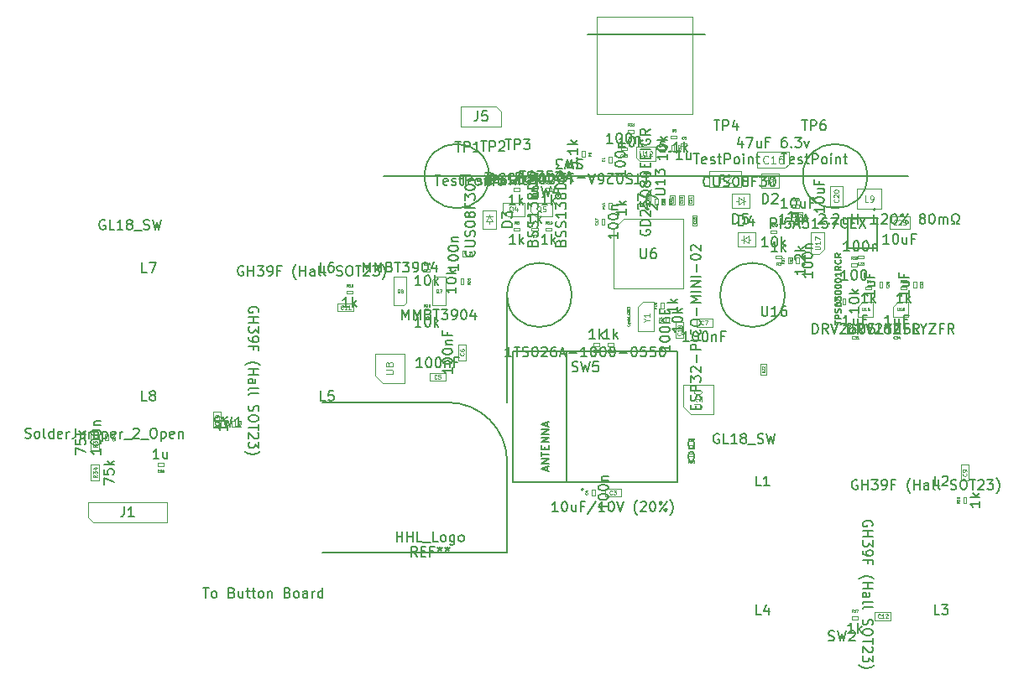
<source format=gbr>
G04 #@! TF.GenerationSoftware,KiCad,Pcbnew,7.0.6*
G04 #@! TF.CreationDate,2024-01-02T21:36:57-08:00*
G04 #@! TF.ProjectId,procon_gcc_main_pcb,70726f63-6f6e-45f6-9763-635f6d61696e,1*
G04 #@! TF.SameCoordinates,Original*
G04 #@! TF.FileFunction,AssemblyDrawing,Top*
%FSLAX46Y46*%
G04 Gerber Fmt 4.6, Leading zero omitted, Abs format (unit mm)*
G04 Created by KiCad (PCBNEW 7.0.6) date 2024-01-02 21:36:57*
%MOMM*%
%LPD*%
G01*
G04 APERTURE LIST*
%ADD10C,0.200000*%
%ADD11C,0.150000*%
%ADD12C,0.040000*%
%ADD13C,0.075000*%
%ADD14C,0.080000*%
%ADD15C,0.060000*%
%ADD16C,0.110000*%
%ADD17C,0.120000*%
%ADD18C,0.050000*%
%ADD19C,0.030000*%
%ADD20C,0.090000*%
%ADD21C,0.100000*%
%ADD22C,0.127000*%
G04 APERTURE END LIST*
D10*
X124562500Y-135100000D02*
G75*
G03*
X118562500Y-129100000I-6000000J0D01*
G01*
X164987500Y-106250000D02*
X112137500Y-106250000D01*
X122737500Y-106250000D02*
G75*
G03*
X122737500Y-106250000I-3250000J0D01*
G01*
X124562500Y-144250000D02*
X124562500Y-135100000D01*
X118562500Y-129100000D02*
X105912500Y-129100000D01*
X144487500Y-91948000D02*
X132637500Y-91948000D01*
X160887500Y-106250000D02*
G75*
G03*
X160887500Y-106250000I-3250000J0D01*
G01*
X131062500Y-118250000D02*
G75*
G03*
X131062500Y-118250000I-3250000J0D01*
G01*
X124562500Y-118250000D02*
X124562500Y-129100000D01*
X105912500Y-144250000D02*
X124562500Y-144250000D01*
X152562500Y-118250000D02*
G75*
G03*
X152562500Y-118250000I-3250000J0D01*
G01*
D11*
X159882547Y-136952335D02*
X159787309Y-136904716D01*
X159787309Y-136904716D02*
X159644452Y-136904716D01*
X159644452Y-136904716D02*
X159501595Y-136952335D01*
X159501595Y-136952335D02*
X159406357Y-137047573D01*
X159406357Y-137047573D02*
X159358738Y-137142811D01*
X159358738Y-137142811D02*
X159311119Y-137333287D01*
X159311119Y-137333287D02*
X159311119Y-137476144D01*
X159311119Y-137476144D02*
X159358738Y-137666620D01*
X159358738Y-137666620D02*
X159406357Y-137761858D01*
X159406357Y-137761858D02*
X159501595Y-137857097D01*
X159501595Y-137857097D02*
X159644452Y-137904716D01*
X159644452Y-137904716D02*
X159739690Y-137904716D01*
X159739690Y-137904716D02*
X159882547Y-137857097D01*
X159882547Y-137857097D02*
X159930166Y-137809477D01*
X159930166Y-137809477D02*
X159930166Y-137476144D01*
X159930166Y-137476144D02*
X159739690Y-137476144D01*
X160358738Y-137904716D02*
X160358738Y-136904716D01*
X160358738Y-137380906D02*
X160930166Y-137380906D01*
X160930166Y-137904716D02*
X160930166Y-136904716D01*
X161311119Y-136904716D02*
X161930166Y-136904716D01*
X161930166Y-136904716D02*
X161596833Y-137285668D01*
X161596833Y-137285668D02*
X161739690Y-137285668D01*
X161739690Y-137285668D02*
X161834928Y-137333287D01*
X161834928Y-137333287D02*
X161882547Y-137380906D01*
X161882547Y-137380906D02*
X161930166Y-137476144D01*
X161930166Y-137476144D02*
X161930166Y-137714239D01*
X161930166Y-137714239D02*
X161882547Y-137809477D01*
X161882547Y-137809477D02*
X161834928Y-137857097D01*
X161834928Y-137857097D02*
X161739690Y-137904716D01*
X161739690Y-137904716D02*
X161453976Y-137904716D01*
X161453976Y-137904716D02*
X161358738Y-137857097D01*
X161358738Y-137857097D02*
X161311119Y-137809477D01*
X162406357Y-137904716D02*
X162596833Y-137904716D01*
X162596833Y-137904716D02*
X162692071Y-137857097D01*
X162692071Y-137857097D02*
X162739690Y-137809477D01*
X162739690Y-137809477D02*
X162834928Y-137666620D01*
X162834928Y-137666620D02*
X162882547Y-137476144D01*
X162882547Y-137476144D02*
X162882547Y-137095192D01*
X162882547Y-137095192D02*
X162834928Y-136999954D01*
X162834928Y-136999954D02*
X162787309Y-136952335D01*
X162787309Y-136952335D02*
X162692071Y-136904716D01*
X162692071Y-136904716D02*
X162501595Y-136904716D01*
X162501595Y-136904716D02*
X162406357Y-136952335D01*
X162406357Y-136952335D02*
X162358738Y-136999954D01*
X162358738Y-136999954D02*
X162311119Y-137095192D01*
X162311119Y-137095192D02*
X162311119Y-137333287D01*
X162311119Y-137333287D02*
X162358738Y-137428525D01*
X162358738Y-137428525D02*
X162406357Y-137476144D01*
X162406357Y-137476144D02*
X162501595Y-137523763D01*
X162501595Y-137523763D02*
X162692071Y-137523763D01*
X162692071Y-137523763D02*
X162787309Y-137476144D01*
X162787309Y-137476144D02*
X162834928Y-137428525D01*
X162834928Y-137428525D02*
X162882547Y-137333287D01*
X163644452Y-137380906D02*
X163311119Y-137380906D01*
X163311119Y-137904716D02*
X163311119Y-136904716D01*
X163311119Y-136904716D02*
X163787309Y-136904716D01*
X165215881Y-138285668D02*
X165168262Y-138238049D01*
X165168262Y-138238049D02*
X165073024Y-138095192D01*
X165073024Y-138095192D02*
X165025405Y-137999954D01*
X165025405Y-137999954D02*
X164977786Y-137857097D01*
X164977786Y-137857097D02*
X164930167Y-137619001D01*
X164930167Y-137619001D02*
X164930167Y-137428525D01*
X164930167Y-137428525D02*
X164977786Y-137190430D01*
X164977786Y-137190430D02*
X165025405Y-137047573D01*
X165025405Y-137047573D02*
X165073024Y-136952335D01*
X165073024Y-136952335D02*
X165168262Y-136809477D01*
X165168262Y-136809477D02*
X165215881Y-136761858D01*
X165596834Y-137904716D02*
X165596834Y-136904716D01*
X165596834Y-137380906D02*
X166168262Y-137380906D01*
X166168262Y-137904716D02*
X166168262Y-136904716D01*
X167073024Y-137904716D02*
X167073024Y-137380906D01*
X167073024Y-137380906D02*
X167025405Y-137285668D01*
X167025405Y-137285668D02*
X166930167Y-137238049D01*
X166930167Y-137238049D02*
X166739691Y-137238049D01*
X166739691Y-137238049D02*
X166644453Y-137285668D01*
X167073024Y-137857097D02*
X166977786Y-137904716D01*
X166977786Y-137904716D02*
X166739691Y-137904716D01*
X166739691Y-137904716D02*
X166644453Y-137857097D01*
X166644453Y-137857097D02*
X166596834Y-137761858D01*
X166596834Y-137761858D02*
X166596834Y-137666620D01*
X166596834Y-137666620D02*
X166644453Y-137571382D01*
X166644453Y-137571382D02*
X166739691Y-137523763D01*
X166739691Y-137523763D02*
X166977786Y-137523763D01*
X166977786Y-137523763D02*
X167073024Y-137476144D01*
X167692072Y-137904716D02*
X167596834Y-137857097D01*
X167596834Y-137857097D02*
X167549215Y-137761858D01*
X167549215Y-137761858D02*
X167549215Y-136904716D01*
X168215882Y-137904716D02*
X168120644Y-137857097D01*
X168120644Y-137857097D02*
X168073025Y-137761858D01*
X168073025Y-137761858D02*
X168073025Y-136904716D01*
X169311121Y-137857097D02*
X169453978Y-137904716D01*
X169453978Y-137904716D02*
X169692073Y-137904716D01*
X169692073Y-137904716D02*
X169787311Y-137857097D01*
X169787311Y-137857097D02*
X169834930Y-137809477D01*
X169834930Y-137809477D02*
X169882549Y-137714239D01*
X169882549Y-137714239D02*
X169882549Y-137619001D01*
X169882549Y-137619001D02*
X169834930Y-137523763D01*
X169834930Y-137523763D02*
X169787311Y-137476144D01*
X169787311Y-137476144D02*
X169692073Y-137428525D01*
X169692073Y-137428525D02*
X169501597Y-137380906D01*
X169501597Y-137380906D02*
X169406359Y-137333287D01*
X169406359Y-137333287D02*
X169358740Y-137285668D01*
X169358740Y-137285668D02*
X169311121Y-137190430D01*
X169311121Y-137190430D02*
X169311121Y-137095192D01*
X169311121Y-137095192D02*
X169358740Y-136999954D01*
X169358740Y-136999954D02*
X169406359Y-136952335D01*
X169406359Y-136952335D02*
X169501597Y-136904716D01*
X169501597Y-136904716D02*
X169739692Y-136904716D01*
X169739692Y-136904716D02*
X169882549Y-136952335D01*
X170501597Y-136904716D02*
X170692073Y-136904716D01*
X170692073Y-136904716D02*
X170787311Y-136952335D01*
X170787311Y-136952335D02*
X170882549Y-137047573D01*
X170882549Y-137047573D02*
X170930168Y-137238049D01*
X170930168Y-137238049D02*
X170930168Y-137571382D01*
X170930168Y-137571382D02*
X170882549Y-137761858D01*
X170882549Y-137761858D02*
X170787311Y-137857097D01*
X170787311Y-137857097D02*
X170692073Y-137904716D01*
X170692073Y-137904716D02*
X170501597Y-137904716D01*
X170501597Y-137904716D02*
X170406359Y-137857097D01*
X170406359Y-137857097D02*
X170311121Y-137761858D01*
X170311121Y-137761858D02*
X170263502Y-137571382D01*
X170263502Y-137571382D02*
X170263502Y-137238049D01*
X170263502Y-137238049D02*
X170311121Y-137047573D01*
X170311121Y-137047573D02*
X170406359Y-136952335D01*
X170406359Y-136952335D02*
X170501597Y-136904716D01*
X171215883Y-136904716D02*
X171787311Y-136904716D01*
X171501597Y-137904716D02*
X171501597Y-136904716D01*
X172073026Y-136999954D02*
X172120645Y-136952335D01*
X172120645Y-136952335D02*
X172215883Y-136904716D01*
X172215883Y-136904716D02*
X172453978Y-136904716D01*
X172453978Y-136904716D02*
X172549216Y-136952335D01*
X172549216Y-136952335D02*
X172596835Y-136999954D01*
X172596835Y-136999954D02*
X172644454Y-137095192D01*
X172644454Y-137095192D02*
X172644454Y-137190430D01*
X172644454Y-137190430D02*
X172596835Y-137333287D01*
X172596835Y-137333287D02*
X172025407Y-137904716D01*
X172025407Y-137904716D02*
X172644454Y-137904716D01*
X172977788Y-136904716D02*
X173596835Y-136904716D01*
X173596835Y-136904716D02*
X173263502Y-137285668D01*
X173263502Y-137285668D02*
X173406359Y-137285668D01*
X173406359Y-137285668D02*
X173501597Y-137333287D01*
X173501597Y-137333287D02*
X173549216Y-137380906D01*
X173549216Y-137380906D02*
X173596835Y-137476144D01*
X173596835Y-137476144D02*
X173596835Y-137714239D01*
X173596835Y-137714239D02*
X173549216Y-137809477D01*
X173549216Y-137809477D02*
X173501597Y-137857097D01*
X173501597Y-137857097D02*
X173406359Y-137904716D01*
X173406359Y-137904716D02*
X173120645Y-137904716D01*
X173120645Y-137904716D02*
X173025407Y-137857097D01*
X173025407Y-137857097D02*
X172977788Y-137809477D01*
X173930169Y-138285668D02*
X173977788Y-138238049D01*
X173977788Y-138238049D02*
X174073026Y-138095192D01*
X174073026Y-138095192D02*
X174120645Y-137999954D01*
X174120645Y-137999954D02*
X174168264Y-137857097D01*
X174168264Y-137857097D02*
X174215883Y-137619001D01*
X174215883Y-137619001D02*
X174215883Y-137428525D01*
X174215883Y-137428525D02*
X174168264Y-137190430D01*
X174168264Y-137190430D02*
X174120645Y-137047573D01*
X174120645Y-137047573D02*
X174073026Y-136952335D01*
X174073026Y-136952335D02*
X173977788Y-136809477D01*
X173977788Y-136809477D02*
X173930169Y-136761858D01*
X161389864Y-141584347D02*
X161437483Y-141489109D01*
X161437483Y-141489109D02*
X161437483Y-141346252D01*
X161437483Y-141346252D02*
X161389864Y-141203395D01*
X161389864Y-141203395D02*
X161294626Y-141108157D01*
X161294626Y-141108157D02*
X161199388Y-141060538D01*
X161199388Y-141060538D02*
X161008912Y-141012919D01*
X161008912Y-141012919D02*
X160866055Y-141012919D01*
X160866055Y-141012919D02*
X160675579Y-141060538D01*
X160675579Y-141060538D02*
X160580341Y-141108157D01*
X160580341Y-141108157D02*
X160485103Y-141203395D01*
X160485103Y-141203395D02*
X160437483Y-141346252D01*
X160437483Y-141346252D02*
X160437483Y-141441490D01*
X160437483Y-141441490D02*
X160485103Y-141584347D01*
X160485103Y-141584347D02*
X160532722Y-141631966D01*
X160532722Y-141631966D02*
X160866055Y-141631966D01*
X160866055Y-141631966D02*
X160866055Y-141441490D01*
X160437483Y-142060538D02*
X161437483Y-142060538D01*
X160961293Y-142060538D02*
X160961293Y-142631966D01*
X160437483Y-142631966D02*
X161437483Y-142631966D01*
X161437483Y-143012919D02*
X161437483Y-143631966D01*
X161437483Y-143631966D02*
X161056531Y-143298633D01*
X161056531Y-143298633D02*
X161056531Y-143441490D01*
X161056531Y-143441490D02*
X161008912Y-143536728D01*
X161008912Y-143536728D02*
X160961293Y-143584347D01*
X160961293Y-143584347D02*
X160866055Y-143631966D01*
X160866055Y-143631966D02*
X160627960Y-143631966D01*
X160627960Y-143631966D02*
X160532722Y-143584347D01*
X160532722Y-143584347D02*
X160485103Y-143536728D01*
X160485103Y-143536728D02*
X160437483Y-143441490D01*
X160437483Y-143441490D02*
X160437483Y-143155776D01*
X160437483Y-143155776D02*
X160485103Y-143060538D01*
X160485103Y-143060538D02*
X160532722Y-143012919D01*
X160437483Y-144108157D02*
X160437483Y-144298633D01*
X160437483Y-144298633D02*
X160485103Y-144393871D01*
X160485103Y-144393871D02*
X160532722Y-144441490D01*
X160532722Y-144441490D02*
X160675579Y-144536728D01*
X160675579Y-144536728D02*
X160866055Y-144584347D01*
X160866055Y-144584347D02*
X161247007Y-144584347D01*
X161247007Y-144584347D02*
X161342245Y-144536728D01*
X161342245Y-144536728D02*
X161389864Y-144489109D01*
X161389864Y-144489109D02*
X161437483Y-144393871D01*
X161437483Y-144393871D02*
X161437483Y-144203395D01*
X161437483Y-144203395D02*
X161389864Y-144108157D01*
X161389864Y-144108157D02*
X161342245Y-144060538D01*
X161342245Y-144060538D02*
X161247007Y-144012919D01*
X161247007Y-144012919D02*
X161008912Y-144012919D01*
X161008912Y-144012919D02*
X160913674Y-144060538D01*
X160913674Y-144060538D02*
X160866055Y-144108157D01*
X160866055Y-144108157D02*
X160818436Y-144203395D01*
X160818436Y-144203395D02*
X160818436Y-144393871D01*
X160818436Y-144393871D02*
X160866055Y-144489109D01*
X160866055Y-144489109D02*
X160913674Y-144536728D01*
X160913674Y-144536728D02*
X161008912Y-144584347D01*
X160961293Y-145346252D02*
X160961293Y-145012919D01*
X160437483Y-145012919D02*
X161437483Y-145012919D01*
X161437483Y-145012919D02*
X161437483Y-145489109D01*
X160056531Y-146917681D02*
X160104150Y-146870062D01*
X160104150Y-146870062D02*
X160247007Y-146774824D01*
X160247007Y-146774824D02*
X160342245Y-146727205D01*
X160342245Y-146727205D02*
X160485103Y-146679586D01*
X160485103Y-146679586D02*
X160723198Y-146631967D01*
X160723198Y-146631967D02*
X160913674Y-146631967D01*
X160913674Y-146631967D02*
X161151769Y-146679586D01*
X161151769Y-146679586D02*
X161294626Y-146727205D01*
X161294626Y-146727205D02*
X161389864Y-146774824D01*
X161389864Y-146774824D02*
X161532722Y-146870062D01*
X161532722Y-146870062D02*
X161580341Y-146917681D01*
X160437483Y-147298634D02*
X161437483Y-147298634D01*
X160961293Y-147298634D02*
X160961293Y-147870062D01*
X160437483Y-147870062D02*
X161437483Y-147870062D01*
X160437483Y-148774824D02*
X160961293Y-148774824D01*
X160961293Y-148774824D02*
X161056531Y-148727205D01*
X161056531Y-148727205D02*
X161104150Y-148631967D01*
X161104150Y-148631967D02*
X161104150Y-148441491D01*
X161104150Y-148441491D02*
X161056531Y-148346253D01*
X160485103Y-148774824D02*
X160437483Y-148679586D01*
X160437483Y-148679586D02*
X160437483Y-148441491D01*
X160437483Y-148441491D02*
X160485103Y-148346253D01*
X160485103Y-148346253D02*
X160580341Y-148298634D01*
X160580341Y-148298634D02*
X160675579Y-148298634D01*
X160675579Y-148298634D02*
X160770817Y-148346253D01*
X160770817Y-148346253D02*
X160818436Y-148441491D01*
X160818436Y-148441491D02*
X160818436Y-148679586D01*
X160818436Y-148679586D02*
X160866055Y-148774824D01*
X160437483Y-149393872D02*
X160485103Y-149298634D01*
X160485103Y-149298634D02*
X160580341Y-149251015D01*
X160580341Y-149251015D02*
X161437483Y-149251015D01*
X160437483Y-149917682D02*
X160485103Y-149822444D01*
X160485103Y-149822444D02*
X160580341Y-149774825D01*
X160580341Y-149774825D02*
X161437483Y-149774825D01*
X160485103Y-151012921D02*
X160437483Y-151155778D01*
X160437483Y-151155778D02*
X160437483Y-151393873D01*
X160437483Y-151393873D02*
X160485103Y-151489111D01*
X160485103Y-151489111D02*
X160532722Y-151536730D01*
X160532722Y-151536730D02*
X160627960Y-151584349D01*
X160627960Y-151584349D02*
X160723198Y-151584349D01*
X160723198Y-151584349D02*
X160818436Y-151536730D01*
X160818436Y-151536730D02*
X160866055Y-151489111D01*
X160866055Y-151489111D02*
X160913674Y-151393873D01*
X160913674Y-151393873D02*
X160961293Y-151203397D01*
X160961293Y-151203397D02*
X161008912Y-151108159D01*
X161008912Y-151108159D02*
X161056531Y-151060540D01*
X161056531Y-151060540D02*
X161151769Y-151012921D01*
X161151769Y-151012921D02*
X161247007Y-151012921D01*
X161247007Y-151012921D02*
X161342245Y-151060540D01*
X161342245Y-151060540D02*
X161389864Y-151108159D01*
X161389864Y-151108159D02*
X161437483Y-151203397D01*
X161437483Y-151203397D02*
X161437483Y-151441492D01*
X161437483Y-151441492D02*
X161389864Y-151584349D01*
X161437483Y-152203397D02*
X161437483Y-152393873D01*
X161437483Y-152393873D02*
X161389864Y-152489111D01*
X161389864Y-152489111D02*
X161294626Y-152584349D01*
X161294626Y-152584349D02*
X161104150Y-152631968D01*
X161104150Y-152631968D02*
X160770817Y-152631968D01*
X160770817Y-152631968D02*
X160580341Y-152584349D01*
X160580341Y-152584349D02*
X160485103Y-152489111D01*
X160485103Y-152489111D02*
X160437483Y-152393873D01*
X160437483Y-152393873D02*
X160437483Y-152203397D01*
X160437483Y-152203397D02*
X160485103Y-152108159D01*
X160485103Y-152108159D02*
X160580341Y-152012921D01*
X160580341Y-152012921D02*
X160770817Y-151965302D01*
X160770817Y-151965302D02*
X161104150Y-151965302D01*
X161104150Y-151965302D02*
X161294626Y-152012921D01*
X161294626Y-152012921D02*
X161389864Y-152108159D01*
X161389864Y-152108159D02*
X161437483Y-152203397D01*
X161437483Y-152917683D02*
X161437483Y-153489111D01*
X160437483Y-153203397D02*
X161437483Y-153203397D01*
X161342245Y-153774826D02*
X161389864Y-153822445D01*
X161389864Y-153822445D02*
X161437483Y-153917683D01*
X161437483Y-153917683D02*
X161437483Y-154155778D01*
X161437483Y-154155778D02*
X161389864Y-154251016D01*
X161389864Y-154251016D02*
X161342245Y-154298635D01*
X161342245Y-154298635D02*
X161247007Y-154346254D01*
X161247007Y-154346254D02*
X161151769Y-154346254D01*
X161151769Y-154346254D02*
X161008912Y-154298635D01*
X161008912Y-154298635D02*
X160437483Y-153727207D01*
X160437483Y-153727207D02*
X160437483Y-154346254D01*
X161437483Y-154679588D02*
X161437483Y-155298635D01*
X161437483Y-155298635D02*
X161056531Y-154965302D01*
X161056531Y-154965302D02*
X161056531Y-155108159D01*
X161056531Y-155108159D02*
X161008912Y-155203397D01*
X161008912Y-155203397D02*
X160961293Y-155251016D01*
X160961293Y-155251016D02*
X160866055Y-155298635D01*
X160866055Y-155298635D02*
X160627960Y-155298635D01*
X160627960Y-155298635D02*
X160532722Y-155251016D01*
X160532722Y-155251016D02*
X160485103Y-155203397D01*
X160485103Y-155203397D02*
X160437483Y-155108159D01*
X160437483Y-155108159D02*
X160437483Y-154822445D01*
X160437483Y-154822445D02*
X160485103Y-154727207D01*
X160485103Y-154727207D02*
X160532722Y-154679588D01*
X160056531Y-155631969D02*
X160104150Y-155679588D01*
X160104150Y-155679588D02*
X160247007Y-155774826D01*
X160247007Y-155774826D02*
X160342245Y-155822445D01*
X160342245Y-155822445D02*
X160485103Y-155870064D01*
X160485103Y-155870064D02*
X160723198Y-155917683D01*
X160723198Y-155917683D02*
X160913674Y-155917683D01*
X160913674Y-155917683D02*
X161151769Y-155870064D01*
X161151769Y-155870064D02*
X161294626Y-155822445D01*
X161294626Y-155822445D02*
X161389864Y-155774826D01*
X161389864Y-155774826D02*
X161532722Y-155679588D01*
X161532722Y-155679588D02*
X161580341Y-155631969D01*
X97939347Y-115362935D02*
X97844109Y-115315316D01*
X97844109Y-115315316D02*
X97701252Y-115315316D01*
X97701252Y-115315316D02*
X97558395Y-115362935D01*
X97558395Y-115362935D02*
X97463157Y-115458173D01*
X97463157Y-115458173D02*
X97415538Y-115553411D01*
X97415538Y-115553411D02*
X97367919Y-115743887D01*
X97367919Y-115743887D02*
X97367919Y-115886744D01*
X97367919Y-115886744D02*
X97415538Y-116077220D01*
X97415538Y-116077220D02*
X97463157Y-116172458D01*
X97463157Y-116172458D02*
X97558395Y-116267697D01*
X97558395Y-116267697D02*
X97701252Y-116315316D01*
X97701252Y-116315316D02*
X97796490Y-116315316D01*
X97796490Y-116315316D02*
X97939347Y-116267697D01*
X97939347Y-116267697D02*
X97986966Y-116220077D01*
X97986966Y-116220077D02*
X97986966Y-115886744D01*
X97986966Y-115886744D02*
X97796490Y-115886744D01*
X98415538Y-116315316D02*
X98415538Y-115315316D01*
X98415538Y-115791506D02*
X98986966Y-115791506D01*
X98986966Y-116315316D02*
X98986966Y-115315316D01*
X99367919Y-115315316D02*
X99986966Y-115315316D01*
X99986966Y-115315316D02*
X99653633Y-115696268D01*
X99653633Y-115696268D02*
X99796490Y-115696268D01*
X99796490Y-115696268D02*
X99891728Y-115743887D01*
X99891728Y-115743887D02*
X99939347Y-115791506D01*
X99939347Y-115791506D02*
X99986966Y-115886744D01*
X99986966Y-115886744D02*
X99986966Y-116124839D01*
X99986966Y-116124839D02*
X99939347Y-116220077D01*
X99939347Y-116220077D02*
X99891728Y-116267697D01*
X99891728Y-116267697D02*
X99796490Y-116315316D01*
X99796490Y-116315316D02*
X99510776Y-116315316D01*
X99510776Y-116315316D02*
X99415538Y-116267697D01*
X99415538Y-116267697D02*
X99367919Y-116220077D01*
X100463157Y-116315316D02*
X100653633Y-116315316D01*
X100653633Y-116315316D02*
X100748871Y-116267697D01*
X100748871Y-116267697D02*
X100796490Y-116220077D01*
X100796490Y-116220077D02*
X100891728Y-116077220D01*
X100891728Y-116077220D02*
X100939347Y-115886744D01*
X100939347Y-115886744D02*
X100939347Y-115505792D01*
X100939347Y-115505792D02*
X100891728Y-115410554D01*
X100891728Y-115410554D02*
X100844109Y-115362935D01*
X100844109Y-115362935D02*
X100748871Y-115315316D01*
X100748871Y-115315316D02*
X100558395Y-115315316D01*
X100558395Y-115315316D02*
X100463157Y-115362935D01*
X100463157Y-115362935D02*
X100415538Y-115410554D01*
X100415538Y-115410554D02*
X100367919Y-115505792D01*
X100367919Y-115505792D02*
X100367919Y-115743887D01*
X100367919Y-115743887D02*
X100415538Y-115839125D01*
X100415538Y-115839125D02*
X100463157Y-115886744D01*
X100463157Y-115886744D02*
X100558395Y-115934363D01*
X100558395Y-115934363D02*
X100748871Y-115934363D01*
X100748871Y-115934363D02*
X100844109Y-115886744D01*
X100844109Y-115886744D02*
X100891728Y-115839125D01*
X100891728Y-115839125D02*
X100939347Y-115743887D01*
X101701252Y-115791506D02*
X101367919Y-115791506D01*
X101367919Y-116315316D02*
X101367919Y-115315316D01*
X101367919Y-115315316D02*
X101844109Y-115315316D01*
X103272681Y-116696268D02*
X103225062Y-116648649D01*
X103225062Y-116648649D02*
X103129824Y-116505792D01*
X103129824Y-116505792D02*
X103082205Y-116410554D01*
X103082205Y-116410554D02*
X103034586Y-116267697D01*
X103034586Y-116267697D02*
X102986967Y-116029601D01*
X102986967Y-116029601D02*
X102986967Y-115839125D01*
X102986967Y-115839125D02*
X103034586Y-115601030D01*
X103034586Y-115601030D02*
X103082205Y-115458173D01*
X103082205Y-115458173D02*
X103129824Y-115362935D01*
X103129824Y-115362935D02*
X103225062Y-115220077D01*
X103225062Y-115220077D02*
X103272681Y-115172458D01*
X103653634Y-116315316D02*
X103653634Y-115315316D01*
X103653634Y-115791506D02*
X104225062Y-115791506D01*
X104225062Y-116315316D02*
X104225062Y-115315316D01*
X105129824Y-116315316D02*
X105129824Y-115791506D01*
X105129824Y-115791506D02*
X105082205Y-115696268D01*
X105082205Y-115696268D02*
X104986967Y-115648649D01*
X104986967Y-115648649D02*
X104796491Y-115648649D01*
X104796491Y-115648649D02*
X104701253Y-115696268D01*
X105129824Y-116267697D02*
X105034586Y-116315316D01*
X105034586Y-116315316D02*
X104796491Y-116315316D01*
X104796491Y-116315316D02*
X104701253Y-116267697D01*
X104701253Y-116267697D02*
X104653634Y-116172458D01*
X104653634Y-116172458D02*
X104653634Y-116077220D01*
X104653634Y-116077220D02*
X104701253Y-115981982D01*
X104701253Y-115981982D02*
X104796491Y-115934363D01*
X104796491Y-115934363D02*
X105034586Y-115934363D01*
X105034586Y-115934363D02*
X105129824Y-115886744D01*
X105748872Y-116315316D02*
X105653634Y-116267697D01*
X105653634Y-116267697D02*
X105606015Y-116172458D01*
X105606015Y-116172458D02*
X105606015Y-115315316D01*
X106272682Y-116315316D02*
X106177444Y-116267697D01*
X106177444Y-116267697D02*
X106129825Y-116172458D01*
X106129825Y-116172458D02*
X106129825Y-115315316D01*
X107367921Y-116267697D02*
X107510778Y-116315316D01*
X107510778Y-116315316D02*
X107748873Y-116315316D01*
X107748873Y-116315316D02*
X107844111Y-116267697D01*
X107844111Y-116267697D02*
X107891730Y-116220077D01*
X107891730Y-116220077D02*
X107939349Y-116124839D01*
X107939349Y-116124839D02*
X107939349Y-116029601D01*
X107939349Y-116029601D02*
X107891730Y-115934363D01*
X107891730Y-115934363D02*
X107844111Y-115886744D01*
X107844111Y-115886744D02*
X107748873Y-115839125D01*
X107748873Y-115839125D02*
X107558397Y-115791506D01*
X107558397Y-115791506D02*
X107463159Y-115743887D01*
X107463159Y-115743887D02*
X107415540Y-115696268D01*
X107415540Y-115696268D02*
X107367921Y-115601030D01*
X107367921Y-115601030D02*
X107367921Y-115505792D01*
X107367921Y-115505792D02*
X107415540Y-115410554D01*
X107415540Y-115410554D02*
X107463159Y-115362935D01*
X107463159Y-115362935D02*
X107558397Y-115315316D01*
X107558397Y-115315316D02*
X107796492Y-115315316D01*
X107796492Y-115315316D02*
X107939349Y-115362935D01*
X108558397Y-115315316D02*
X108748873Y-115315316D01*
X108748873Y-115315316D02*
X108844111Y-115362935D01*
X108844111Y-115362935D02*
X108939349Y-115458173D01*
X108939349Y-115458173D02*
X108986968Y-115648649D01*
X108986968Y-115648649D02*
X108986968Y-115981982D01*
X108986968Y-115981982D02*
X108939349Y-116172458D01*
X108939349Y-116172458D02*
X108844111Y-116267697D01*
X108844111Y-116267697D02*
X108748873Y-116315316D01*
X108748873Y-116315316D02*
X108558397Y-116315316D01*
X108558397Y-116315316D02*
X108463159Y-116267697D01*
X108463159Y-116267697D02*
X108367921Y-116172458D01*
X108367921Y-116172458D02*
X108320302Y-115981982D01*
X108320302Y-115981982D02*
X108320302Y-115648649D01*
X108320302Y-115648649D02*
X108367921Y-115458173D01*
X108367921Y-115458173D02*
X108463159Y-115362935D01*
X108463159Y-115362935D02*
X108558397Y-115315316D01*
X109272683Y-115315316D02*
X109844111Y-115315316D01*
X109558397Y-116315316D02*
X109558397Y-115315316D01*
X110129826Y-115410554D02*
X110177445Y-115362935D01*
X110177445Y-115362935D02*
X110272683Y-115315316D01*
X110272683Y-115315316D02*
X110510778Y-115315316D01*
X110510778Y-115315316D02*
X110606016Y-115362935D01*
X110606016Y-115362935D02*
X110653635Y-115410554D01*
X110653635Y-115410554D02*
X110701254Y-115505792D01*
X110701254Y-115505792D02*
X110701254Y-115601030D01*
X110701254Y-115601030D02*
X110653635Y-115743887D01*
X110653635Y-115743887D02*
X110082207Y-116315316D01*
X110082207Y-116315316D02*
X110701254Y-116315316D01*
X111034588Y-115315316D02*
X111653635Y-115315316D01*
X111653635Y-115315316D02*
X111320302Y-115696268D01*
X111320302Y-115696268D02*
X111463159Y-115696268D01*
X111463159Y-115696268D02*
X111558397Y-115743887D01*
X111558397Y-115743887D02*
X111606016Y-115791506D01*
X111606016Y-115791506D02*
X111653635Y-115886744D01*
X111653635Y-115886744D02*
X111653635Y-116124839D01*
X111653635Y-116124839D02*
X111606016Y-116220077D01*
X111606016Y-116220077D02*
X111558397Y-116267697D01*
X111558397Y-116267697D02*
X111463159Y-116315316D01*
X111463159Y-116315316D02*
X111177445Y-116315316D01*
X111177445Y-116315316D02*
X111082207Y-116267697D01*
X111082207Y-116267697D02*
X111034588Y-116220077D01*
X111986969Y-116696268D02*
X112034588Y-116648649D01*
X112034588Y-116648649D02*
X112129826Y-116505792D01*
X112129826Y-116505792D02*
X112177445Y-116410554D01*
X112177445Y-116410554D02*
X112225064Y-116267697D01*
X112225064Y-116267697D02*
X112272683Y-116029601D01*
X112272683Y-116029601D02*
X112272683Y-115839125D01*
X112272683Y-115839125D02*
X112225064Y-115601030D01*
X112225064Y-115601030D02*
X112177445Y-115458173D01*
X112177445Y-115458173D02*
X112129826Y-115362935D01*
X112129826Y-115362935D02*
X112034588Y-115220077D01*
X112034588Y-115220077D02*
X111986969Y-115172458D01*
X99446664Y-119994947D02*
X99494283Y-119899709D01*
X99494283Y-119899709D02*
X99494283Y-119756852D01*
X99494283Y-119756852D02*
X99446664Y-119613995D01*
X99446664Y-119613995D02*
X99351426Y-119518757D01*
X99351426Y-119518757D02*
X99256188Y-119471138D01*
X99256188Y-119471138D02*
X99065712Y-119423519D01*
X99065712Y-119423519D02*
X98922855Y-119423519D01*
X98922855Y-119423519D02*
X98732379Y-119471138D01*
X98732379Y-119471138D02*
X98637141Y-119518757D01*
X98637141Y-119518757D02*
X98541903Y-119613995D01*
X98541903Y-119613995D02*
X98494283Y-119756852D01*
X98494283Y-119756852D02*
X98494283Y-119852090D01*
X98494283Y-119852090D02*
X98541903Y-119994947D01*
X98541903Y-119994947D02*
X98589522Y-120042566D01*
X98589522Y-120042566D02*
X98922855Y-120042566D01*
X98922855Y-120042566D02*
X98922855Y-119852090D01*
X98494283Y-120471138D02*
X99494283Y-120471138D01*
X99018093Y-120471138D02*
X99018093Y-121042566D01*
X98494283Y-121042566D02*
X99494283Y-121042566D01*
X99494283Y-121423519D02*
X99494283Y-122042566D01*
X99494283Y-122042566D02*
X99113331Y-121709233D01*
X99113331Y-121709233D02*
X99113331Y-121852090D01*
X99113331Y-121852090D02*
X99065712Y-121947328D01*
X99065712Y-121947328D02*
X99018093Y-121994947D01*
X99018093Y-121994947D02*
X98922855Y-122042566D01*
X98922855Y-122042566D02*
X98684760Y-122042566D01*
X98684760Y-122042566D02*
X98589522Y-121994947D01*
X98589522Y-121994947D02*
X98541903Y-121947328D01*
X98541903Y-121947328D02*
X98494283Y-121852090D01*
X98494283Y-121852090D02*
X98494283Y-121566376D01*
X98494283Y-121566376D02*
X98541903Y-121471138D01*
X98541903Y-121471138D02*
X98589522Y-121423519D01*
X98494283Y-122518757D02*
X98494283Y-122709233D01*
X98494283Y-122709233D02*
X98541903Y-122804471D01*
X98541903Y-122804471D02*
X98589522Y-122852090D01*
X98589522Y-122852090D02*
X98732379Y-122947328D01*
X98732379Y-122947328D02*
X98922855Y-122994947D01*
X98922855Y-122994947D02*
X99303807Y-122994947D01*
X99303807Y-122994947D02*
X99399045Y-122947328D01*
X99399045Y-122947328D02*
X99446664Y-122899709D01*
X99446664Y-122899709D02*
X99494283Y-122804471D01*
X99494283Y-122804471D02*
X99494283Y-122613995D01*
X99494283Y-122613995D02*
X99446664Y-122518757D01*
X99446664Y-122518757D02*
X99399045Y-122471138D01*
X99399045Y-122471138D02*
X99303807Y-122423519D01*
X99303807Y-122423519D02*
X99065712Y-122423519D01*
X99065712Y-122423519D02*
X98970474Y-122471138D01*
X98970474Y-122471138D02*
X98922855Y-122518757D01*
X98922855Y-122518757D02*
X98875236Y-122613995D01*
X98875236Y-122613995D02*
X98875236Y-122804471D01*
X98875236Y-122804471D02*
X98922855Y-122899709D01*
X98922855Y-122899709D02*
X98970474Y-122947328D01*
X98970474Y-122947328D02*
X99065712Y-122994947D01*
X99018093Y-123756852D02*
X99018093Y-123423519D01*
X98494283Y-123423519D02*
X99494283Y-123423519D01*
X99494283Y-123423519D02*
X99494283Y-123899709D01*
X98113331Y-125328281D02*
X98160950Y-125280662D01*
X98160950Y-125280662D02*
X98303807Y-125185424D01*
X98303807Y-125185424D02*
X98399045Y-125137805D01*
X98399045Y-125137805D02*
X98541903Y-125090186D01*
X98541903Y-125090186D02*
X98779998Y-125042567D01*
X98779998Y-125042567D02*
X98970474Y-125042567D01*
X98970474Y-125042567D02*
X99208569Y-125090186D01*
X99208569Y-125090186D02*
X99351426Y-125137805D01*
X99351426Y-125137805D02*
X99446664Y-125185424D01*
X99446664Y-125185424D02*
X99589522Y-125280662D01*
X99589522Y-125280662D02*
X99637141Y-125328281D01*
X98494283Y-125709234D02*
X99494283Y-125709234D01*
X99018093Y-125709234D02*
X99018093Y-126280662D01*
X98494283Y-126280662D02*
X99494283Y-126280662D01*
X98494283Y-127185424D02*
X99018093Y-127185424D01*
X99018093Y-127185424D02*
X99113331Y-127137805D01*
X99113331Y-127137805D02*
X99160950Y-127042567D01*
X99160950Y-127042567D02*
X99160950Y-126852091D01*
X99160950Y-126852091D02*
X99113331Y-126756853D01*
X98541903Y-127185424D02*
X98494283Y-127090186D01*
X98494283Y-127090186D02*
X98494283Y-126852091D01*
X98494283Y-126852091D02*
X98541903Y-126756853D01*
X98541903Y-126756853D02*
X98637141Y-126709234D01*
X98637141Y-126709234D02*
X98732379Y-126709234D01*
X98732379Y-126709234D02*
X98827617Y-126756853D01*
X98827617Y-126756853D02*
X98875236Y-126852091D01*
X98875236Y-126852091D02*
X98875236Y-127090186D01*
X98875236Y-127090186D02*
X98922855Y-127185424D01*
X98494283Y-127804472D02*
X98541903Y-127709234D01*
X98541903Y-127709234D02*
X98637141Y-127661615D01*
X98637141Y-127661615D02*
X99494283Y-127661615D01*
X98494283Y-128328282D02*
X98541903Y-128233044D01*
X98541903Y-128233044D02*
X98637141Y-128185425D01*
X98637141Y-128185425D02*
X99494283Y-128185425D01*
X98541903Y-129423521D02*
X98494283Y-129566378D01*
X98494283Y-129566378D02*
X98494283Y-129804473D01*
X98494283Y-129804473D02*
X98541903Y-129899711D01*
X98541903Y-129899711D02*
X98589522Y-129947330D01*
X98589522Y-129947330D02*
X98684760Y-129994949D01*
X98684760Y-129994949D02*
X98779998Y-129994949D01*
X98779998Y-129994949D02*
X98875236Y-129947330D01*
X98875236Y-129947330D02*
X98922855Y-129899711D01*
X98922855Y-129899711D02*
X98970474Y-129804473D01*
X98970474Y-129804473D02*
X99018093Y-129613997D01*
X99018093Y-129613997D02*
X99065712Y-129518759D01*
X99065712Y-129518759D02*
X99113331Y-129471140D01*
X99113331Y-129471140D02*
X99208569Y-129423521D01*
X99208569Y-129423521D02*
X99303807Y-129423521D01*
X99303807Y-129423521D02*
X99399045Y-129471140D01*
X99399045Y-129471140D02*
X99446664Y-129518759D01*
X99446664Y-129518759D02*
X99494283Y-129613997D01*
X99494283Y-129613997D02*
X99494283Y-129852092D01*
X99494283Y-129852092D02*
X99446664Y-129994949D01*
X99494283Y-130613997D02*
X99494283Y-130804473D01*
X99494283Y-130804473D02*
X99446664Y-130899711D01*
X99446664Y-130899711D02*
X99351426Y-130994949D01*
X99351426Y-130994949D02*
X99160950Y-131042568D01*
X99160950Y-131042568D02*
X98827617Y-131042568D01*
X98827617Y-131042568D02*
X98637141Y-130994949D01*
X98637141Y-130994949D02*
X98541903Y-130899711D01*
X98541903Y-130899711D02*
X98494283Y-130804473D01*
X98494283Y-130804473D02*
X98494283Y-130613997D01*
X98494283Y-130613997D02*
X98541903Y-130518759D01*
X98541903Y-130518759D02*
X98637141Y-130423521D01*
X98637141Y-130423521D02*
X98827617Y-130375902D01*
X98827617Y-130375902D02*
X99160950Y-130375902D01*
X99160950Y-130375902D02*
X99351426Y-130423521D01*
X99351426Y-130423521D02*
X99446664Y-130518759D01*
X99446664Y-130518759D02*
X99494283Y-130613997D01*
X99494283Y-131328283D02*
X99494283Y-131899711D01*
X98494283Y-131613997D02*
X99494283Y-131613997D01*
X99399045Y-132185426D02*
X99446664Y-132233045D01*
X99446664Y-132233045D02*
X99494283Y-132328283D01*
X99494283Y-132328283D02*
X99494283Y-132566378D01*
X99494283Y-132566378D02*
X99446664Y-132661616D01*
X99446664Y-132661616D02*
X99399045Y-132709235D01*
X99399045Y-132709235D02*
X99303807Y-132756854D01*
X99303807Y-132756854D02*
X99208569Y-132756854D01*
X99208569Y-132756854D02*
X99065712Y-132709235D01*
X99065712Y-132709235D02*
X98494283Y-132137807D01*
X98494283Y-132137807D02*
X98494283Y-132756854D01*
X99494283Y-133090188D02*
X99494283Y-133709235D01*
X99494283Y-133709235D02*
X99113331Y-133375902D01*
X99113331Y-133375902D02*
X99113331Y-133518759D01*
X99113331Y-133518759D02*
X99065712Y-133613997D01*
X99065712Y-133613997D02*
X99018093Y-133661616D01*
X99018093Y-133661616D02*
X98922855Y-133709235D01*
X98922855Y-133709235D02*
X98684760Y-133709235D01*
X98684760Y-133709235D02*
X98589522Y-133661616D01*
X98589522Y-133661616D02*
X98541903Y-133613997D01*
X98541903Y-133613997D02*
X98494283Y-133518759D01*
X98494283Y-133518759D02*
X98494283Y-133233045D01*
X98494283Y-133233045D02*
X98541903Y-133137807D01*
X98541903Y-133137807D02*
X98589522Y-133090188D01*
X98113331Y-134042569D02*
X98160950Y-134090188D01*
X98160950Y-134090188D02*
X98303807Y-134185426D01*
X98303807Y-134185426D02*
X98399045Y-134233045D01*
X98399045Y-134233045D02*
X98541903Y-134280664D01*
X98541903Y-134280664D02*
X98779998Y-134328283D01*
X98779998Y-134328283D02*
X98970474Y-134328283D01*
X98970474Y-134328283D02*
X99208569Y-134280664D01*
X99208569Y-134280664D02*
X99351426Y-134233045D01*
X99351426Y-134233045D02*
X99446664Y-134185426D01*
X99446664Y-134185426D02*
X99589522Y-134090188D01*
X99589522Y-134090188D02*
X99637141Y-134042569D01*
X125840662Y-105765819D02*
X126412090Y-105765819D01*
X126126376Y-106765819D02*
X126126376Y-105765819D01*
X126697805Y-106718200D02*
X126840662Y-106765819D01*
X126840662Y-106765819D02*
X127078757Y-106765819D01*
X127078757Y-106765819D02*
X127173995Y-106718200D01*
X127173995Y-106718200D02*
X127221614Y-106670580D01*
X127221614Y-106670580D02*
X127269233Y-106575342D01*
X127269233Y-106575342D02*
X127269233Y-106480104D01*
X127269233Y-106480104D02*
X127221614Y-106384866D01*
X127221614Y-106384866D02*
X127173995Y-106337247D01*
X127173995Y-106337247D02*
X127078757Y-106289628D01*
X127078757Y-106289628D02*
X126888281Y-106242009D01*
X126888281Y-106242009D02*
X126793043Y-106194390D01*
X126793043Y-106194390D02*
X126745424Y-106146771D01*
X126745424Y-106146771D02*
X126697805Y-106051533D01*
X126697805Y-106051533D02*
X126697805Y-105956295D01*
X126697805Y-105956295D02*
X126745424Y-105861057D01*
X126745424Y-105861057D02*
X126793043Y-105813438D01*
X126793043Y-105813438D02*
X126888281Y-105765819D01*
X126888281Y-105765819D02*
X127126376Y-105765819D01*
X127126376Y-105765819D02*
X127269233Y-105813438D01*
X127602567Y-105765819D02*
X128221614Y-105765819D01*
X128221614Y-105765819D02*
X127888281Y-106146771D01*
X127888281Y-106146771D02*
X128031138Y-106146771D01*
X128031138Y-106146771D02*
X128126376Y-106194390D01*
X128126376Y-106194390D02*
X128173995Y-106242009D01*
X128173995Y-106242009D02*
X128221614Y-106337247D01*
X128221614Y-106337247D02*
X128221614Y-106575342D01*
X128221614Y-106575342D02*
X128173995Y-106670580D01*
X128173995Y-106670580D02*
X128126376Y-106718200D01*
X128126376Y-106718200D02*
X128031138Y-106765819D01*
X128031138Y-106765819D02*
X127745424Y-106765819D01*
X127745424Y-106765819D02*
X127650186Y-106718200D01*
X127650186Y-106718200D02*
X127602567Y-106670580D01*
X129126376Y-105765819D02*
X128650186Y-105765819D01*
X128650186Y-105765819D02*
X128602567Y-106242009D01*
X128602567Y-106242009D02*
X128650186Y-106194390D01*
X128650186Y-106194390D02*
X128745424Y-106146771D01*
X128745424Y-106146771D02*
X128983519Y-106146771D01*
X128983519Y-106146771D02*
X129078757Y-106194390D01*
X129078757Y-106194390D02*
X129126376Y-106242009D01*
X129126376Y-106242009D02*
X129173995Y-106337247D01*
X129173995Y-106337247D02*
X129173995Y-106575342D01*
X129173995Y-106575342D02*
X129126376Y-106670580D01*
X129126376Y-106670580D02*
X129078757Y-106718200D01*
X129078757Y-106718200D02*
X128983519Y-106765819D01*
X128983519Y-106765819D02*
X128745424Y-106765819D01*
X128745424Y-106765819D02*
X128650186Y-106718200D01*
X128650186Y-106718200D02*
X128602567Y-106670580D01*
X130173995Y-106670580D02*
X130126376Y-106718200D01*
X130126376Y-106718200D02*
X129983519Y-106765819D01*
X129983519Y-106765819D02*
X129888281Y-106765819D01*
X129888281Y-106765819D02*
X129745424Y-106718200D01*
X129745424Y-106718200D02*
X129650186Y-106622961D01*
X129650186Y-106622961D02*
X129602567Y-106527723D01*
X129602567Y-106527723D02*
X129554948Y-106337247D01*
X129554948Y-106337247D02*
X129554948Y-106194390D01*
X129554948Y-106194390D02*
X129602567Y-106003914D01*
X129602567Y-106003914D02*
X129650186Y-105908676D01*
X129650186Y-105908676D02*
X129745424Y-105813438D01*
X129745424Y-105813438D02*
X129888281Y-105765819D01*
X129888281Y-105765819D02*
X129983519Y-105765819D01*
X129983519Y-105765819D02*
X130126376Y-105813438D01*
X130126376Y-105813438D02*
X130173995Y-105861057D01*
X130554948Y-106480104D02*
X131031138Y-106480104D01*
X130459710Y-106765819D02*
X130793043Y-105765819D01*
X130793043Y-105765819D02*
X131126376Y-106765819D01*
X127150186Y-108218200D02*
X127293043Y-108265819D01*
X127293043Y-108265819D02*
X127531138Y-108265819D01*
X127531138Y-108265819D02*
X127626376Y-108218200D01*
X127626376Y-108218200D02*
X127673995Y-108170580D01*
X127673995Y-108170580D02*
X127721614Y-108075342D01*
X127721614Y-108075342D02*
X127721614Y-107980104D01*
X127721614Y-107980104D02*
X127673995Y-107884866D01*
X127673995Y-107884866D02*
X127626376Y-107837247D01*
X127626376Y-107837247D02*
X127531138Y-107789628D01*
X127531138Y-107789628D02*
X127340662Y-107742009D01*
X127340662Y-107742009D02*
X127245424Y-107694390D01*
X127245424Y-107694390D02*
X127197805Y-107646771D01*
X127197805Y-107646771D02*
X127150186Y-107551533D01*
X127150186Y-107551533D02*
X127150186Y-107456295D01*
X127150186Y-107456295D02*
X127197805Y-107361057D01*
X127197805Y-107361057D02*
X127245424Y-107313438D01*
X127245424Y-107313438D02*
X127340662Y-107265819D01*
X127340662Y-107265819D02*
X127578757Y-107265819D01*
X127578757Y-107265819D02*
X127721614Y-107313438D01*
X128054948Y-107265819D02*
X128293043Y-108265819D01*
X128293043Y-108265819D02*
X128483519Y-107551533D01*
X128483519Y-107551533D02*
X128673995Y-108265819D01*
X128673995Y-108265819D02*
X128912091Y-107265819D01*
X129721614Y-107599152D02*
X129721614Y-108265819D01*
X129483519Y-107218200D02*
X129245424Y-107932485D01*
X129245424Y-107932485D02*
X129864471Y-107932485D01*
X145931908Y-132290301D02*
X145836670Y-132242682D01*
X145836670Y-132242682D02*
X145693813Y-132242682D01*
X145693813Y-132242682D02*
X145550956Y-132290301D01*
X145550956Y-132290301D02*
X145455718Y-132385539D01*
X145455718Y-132385539D02*
X145408099Y-132480777D01*
X145408099Y-132480777D02*
X145360480Y-132671253D01*
X145360480Y-132671253D02*
X145360480Y-132814110D01*
X145360480Y-132814110D02*
X145408099Y-133004586D01*
X145408099Y-133004586D02*
X145455718Y-133099824D01*
X145455718Y-133099824D02*
X145550956Y-133195063D01*
X145550956Y-133195063D02*
X145693813Y-133242682D01*
X145693813Y-133242682D02*
X145789051Y-133242682D01*
X145789051Y-133242682D02*
X145931908Y-133195063D01*
X145931908Y-133195063D02*
X145979527Y-133147443D01*
X145979527Y-133147443D02*
X145979527Y-132814110D01*
X145979527Y-132814110D02*
X145789051Y-132814110D01*
X146884289Y-133242682D02*
X146408099Y-133242682D01*
X146408099Y-133242682D02*
X146408099Y-132242682D01*
X147741432Y-133242682D02*
X147170004Y-133242682D01*
X147455718Y-133242682D02*
X147455718Y-132242682D01*
X147455718Y-132242682D02*
X147360480Y-132385539D01*
X147360480Y-132385539D02*
X147265242Y-132480777D01*
X147265242Y-132480777D02*
X147170004Y-132528396D01*
X148312861Y-132671253D02*
X148217623Y-132623634D01*
X148217623Y-132623634D02*
X148170004Y-132576015D01*
X148170004Y-132576015D02*
X148122385Y-132480777D01*
X148122385Y-132480777D02*
X148122385Y-132433158D01*
X148122385Y-132433158D02*
X148170004Y-132337920D01*
X148170004Y-132337920D02*
X148217623Y-132290301D01*
X148217623Y-132290301D02*
X148312861Y-132242682D01*
X148312861Y-132242682D02*
X148503337Y-132242682D01*
X148503337Y-132242682D02*
X148598575Y-132290301D01*
X148598575Y-132290301D02*
X148646194Y-132337920D01*
X148646194Y-132337920D02*
X148693813Y-132433158D01*
X148693813Y-132433158D02*
X148693813Y-132480777D01*
X148693813Y-132480777D02*
X148646194Y-132576015D01*
X148646194Y-132576015D02*
X148598575Y-132623634D01*
X148598575Y-132623634D02*
X148503337Y-132671253D01*
X148503337Y-132671253D02*
X148312861Y-132671253D01*
X148312861Y-132671253D02*
X148217623Y-132718872D01*
X148217623Y-132718872D02*
X148170004Y-132766491D01*
X148170004Y-132766491D02*
X148122385Y-132861729D01*
X148122385Y-132861729D02*
X148122385Y-133052205D01*
X148122385Y-133052205D02*
X148170004Y-133147443D01*
X148170004Y-133147443D02*
X148217623Y-133195063D01*
X148217623Y-133195063D02*
X148312861Y-133242682D01*
X148312861Y-133242682D02*
X148503337Y-133242682D01*
X148503337Y-133242682D02*
X148598575Y-133195063D01*
X148598575Y-133195063D02*
X148646194Y-133147443D01*
X148646194Y-133147443D02*
X148693813Y-133052205D01*
X148693813Y-133052205D02*
X148693813Y-132861729D01*
X148693813Y-132861729D02*
X148646194Y-132766491D01*
X148646194Y-132766491D02*
X148598575Y-132718872D01*
X148598575Y-132718872D02*
X148503337Y-132671253D01*
X148884290Y-133337920D02*
X149646194Y-133337920D01*
X149836671Y-133195063D02*
X149979528Y-133242682D01*
X149979528Y-133242682D02*
X150217623Y-133242682D01*
X150217623Y-133242682D02*
X150312861Y-133195063D01*
X150312861Y-133195063D02*
X150360480Y-133147443D01*
X150360480Y-133147443D02*
X150408099Y-133052205D01*
X150408099Y-133052205D02*
X150408099Y-132956967D01*
X150408099Y-132956967D02*
X150360480Y-132861729D01*
X150360480Y-132861729D02*
X150312861Y-132814110D01*
X150312861Y-132814110D02*
X150217623Y-132766491D01*
X150217623Y-132766491D02*
X150027147Y-132718872D01*
X150027147Y-132718872D02*
X149931909Y-132671253D01*
X149931909Y-132671253D02*
X149884290Y-132623634D01*
X149884290Y-132623634D02*
X149836671Y-132528396D01*
X149836671Y-132528396D02*
X149836671Y-132433158D01*
X149836671Y-132433158D02*
X149884290Y-132337920D01*
X149884290Y-132337920D02*
X149931909Y-132290301D01*
X149931909Y-132290301D02*
X150027147Y-132242682D01*
X150027147Y-132242682D02*
X150265242Y-132242682D01*
X150265242Y-132242682D02*
X150408099Y-132290301D01*
X150741433Y-132242682D02*
X150979528Y-133242682D01*
X150979528Y-133242682D02*
X151170004Y-132528396D01*
X151170004Y-132528396D02*
X151360480Y-133242682D01*
X151360480Y-133242682D02*
X151598576Y-132242682D01*
X156986867Y-153129200D02*
X157129724Y-153176819D01*
X157129724Y-153176819D02*
X157367819Y-153176819D01*
X157367819Y-153176819D02*
X157463057Y-153129200D01*
X157463057Y-153129200D02*
X157510676Y-153081580D01*
X157510676Y-153081580D02*
X157558295Y-152986342D01*
X157558295Y-152986342D02*
X157558295Y-152891104D01*
X157558295Y-152891104D02*
X157510676Y-152795866D01*
X157510676Y-152795866D02*
X157463057Y-152748247D01*
X157463057Y-152748247D02*
X157367819Y-152700628D01*
X157367819Y-152700628D02*
X157177343Y-152653009D01*
X157177343Y-152653009D02*
X157082105Y-152605390D01*
X157082105Y-152605390D02*
X157034486Y-152557771D01*
X157034486Y-152557771D02*
X156986867Y-152462533D01*
X156986867Y-152462533D02*
X156986867Y-152367295D01*
X156986867Y-152367295D02*
X157034486Y-152272057D01*
X157034486Y-152272057D02*
X157082105Y-152224438D01*
X157082105Y-152224438D02*
X157177343Y-152176819D01*
X157177343Y-152176819D02*
X157415438Y-152176819D01*
X157415438Y-152176819D02*
X157558295Y-152224438D01*
X157891629Y-152176819D02*
X158129724Y-153176819D01*
X158129724Y-153176819D02*
X158320200Y-152462533D01*
X158320200Y-152462533D02*
X158510676Y-153176819D01*
X158510676Y-153176819D02*
X158748772Y-152176819D01*
X159082105Y-152272057D02*
X159129724Y-152224438D01*
X159129724Y-152224438D02*
X159224962Y-152176819D01*
X159224962Y-152176819D02*
X159463057Y-152176819D01*
X159463057Y-152176819D02*
X159558295Y-152224438D01*
X159558295Y-152224438D02*
X159605914Y-152272057D01*
X159605914Y-152272057D02*
X159653533Y-152367295D01*
X159653533Y-152367295D02*
X159653533Y-152462533D01*
X159653533Y-152462533D02*
X159605914Y-152605390D01*
X159605914Y-152605390D02*
X159034486Y-153176819D01*
X159034486Y-153176819D02*
X159653533Y-153176819D01*
X83988708Y-110700901D02*
X83893470Y-110653282D01*
X83893470Y-110653282D02*
X83750613Y-110653282D01*
X83750613Y-110653282D02*
X83607756Y-110700901D01*
X83607756Y-110700901D02*
X83512518Y-110796139D01*
X83512518Y-110796139D02*
X83464899Y-110891377D01*
X83464899Y-110891377D02*
X83417280Y-111081853D01*
X83417280Y-111081853D02*
X83417280Y-111224710D01*
X83417280Y-111224710D02*
X83464899Y-111415186D01*
X83464899Y-111415186D02*
X83512518Y-111510424D01*
X83512518Y-111510424D02*
X83607756Y-111605663D01*
X83607756Y-111605663D02*
X83750613Y-111653282D01*
X83750613Y-111653282D02*
X83845851Y-111653282D01*
X83845851Y-111653282D02*
X83988708Y-111605663D01*
X83988708Y-111605663D02*
X84036327Y-111558043D01*
X84036327Y-111558043D02*
X84036327Y-111224710D01*
X84036327Y-111224710D02*
X83845851Y-111224710D01*
X84941089Y-111653282D02*
X84464899Y-111653282D01*
X84464899Y-111653282D02*
X84464899Y-110653282D01*
X85798232Y-111653282D02*
X85226804Y-111653282D01*
X85512518Y-111653282D02*
X85512518Y-110653282D01*
X85512518Y-110653282D02*
X85417280Y-110796139D01*
X85417280Y-110796139D02*
X85322042Y-110891377D01*
X85322042Y-110891377D02*
X85226804Y-110938996D01*
X86369661Y-111081853D02*
X86274423Y-111034234D01*
X86274423Y-111034234D02*
X86226804Y-110986615D01*
X86226804Y-110986615D02*
X86179185Y-110891377D01*
X86179185Y-110891377D02*
X86179185Y-110843758D01*
X86179185Y-110843758D02*
X86226804Y-110748520D01*
X86226804Y-110748520D02*
X86274423Y-110700901D01*
X86274423Y-110700901D02*
X86369661Y-110653282D01*
X86369661Y-110653282D02*
X86560137Y-110653282D01*
X86560137Y-110653282D02*
X86655375Y-110700901D01*
X86655375Y-110700901D02*
X86702994Y-110748520D01*
X86702994Y-110748520D02*
X86750613Y-110843758D01*
X86750613Y-110843758D02*
X86750613Y-110891377D01*
X86750613Y-110891377D02*
X86702994Y-110986615D01*
X86702994Y-110986615D02*
X86655375Y-111034234D01*
X86655375Y-111034234D02*
X86560137Y-111081853D01*
X86560137Y-111081853D02*
X86369661Y-111081853D01*
X86369661Y-111081853D02*
X86274423Y-111129472D01*
X86274423Y-111129472D02*
X86226804Y-111177091D01*
X86226804Y-111177091D02*
X86179185Y-111272329D01*
X86179185Y-111272329D02*
X86179185Y-111462805D01*
X86179185Y-111462805D02*
X86226804Y-111558043D01*
X86226804Y-111558043D02*
X86274423Y-111605663D01*
X86274423Y-111605663D02*
X86369661Y-111653282D01*
X86369661Y-111653282D02*
X86560137Y-111653282D01*
X86560137Y-111653282D02*
X86655375Y-111605663D01*
X86655375Y-111605663D02*
X86702994Y-111558043D01*
X86702994Y-111558043D02*
X86750613Y-111462805D01*
X86750613Y-111462805D02*
X86750613Y-111272329D01*
X86750613Y-111272329D02*
X86702994Y-111177091D01*
X86702994Y-111177091D02*
X86655375Y-111129472D01*
X86655375Y-111129472D02*
X86560137Y-111081853D01*
X86941090Y-111748520D02*
X87702994Y-111748520D01*
X87893471Y-111605663D02*
X88036328Y-111653282D01*
X88036328Y-111653282D02*
X88274423Y-111653282D01*
X88274423Y-111653282D02*
X88369661Y-111605663D01*
X88369661Y-111605663D02*
X88417280Y-111558043D01*
X88417280Y-111558043D02*
X88464899Y-111462805D01*
X88464899Y-111462805D02*
X88464899Y-111367567D01*
X88464899Y-111367567D02*
X88417280Y-111272329D01*
X88417280Y-111272329D02*
X88369661Y-111224710D01*
X88369661Y-111224710D02*
X88274423Y-111177091D01*
X88274423Y-111177091D02*
X88083947Y-111129472D01*
X88083947Y-111129472D02*
X87988709Y-111081853D01*
X87988709Y-111081853D02*
X87941090Y-111034234D01*
X87941090Y-111034234D02*
X87893471Y-110938996D01*
X87893471Y-110938996D02*
X87893471Y-110843758D01*
X87893471Y-110843758D02*
X87941090Y-110748520D01*
X87941090Y-110748520D02*
X87988709Y-110700901D01*
X87988709Y-110700901D02*
X88083947Y-110653282D01*
X88083947Y-110653282D02*
X88322042Y-110653282D01*
X88322042Y-110653282D02*
X88464899Y-110700901D01*
X88798233Y-110653282D02*
X89036328Y-111653282D01*
X89036328Y-111653282D02*
X89226804Y-110938996D01*
X89226804Y-110938996D02*
X89417280Y-111653282D01*
X89417280Y-111653282D02*
X89655376Y-110653282D01*
X95043667Y-131539800D02*
X95186524Y-131587419D01*
X95186524Y-131587419D02*
X95424619Y-131587419D01*
X95424619Y-131587419D02*
X95519857Y-131539800D01*
X95519857Y-131539800D02*
X95567476Y-131492180D01*
X95567476Y-131492180D02*
X95615095Y-131396942D01*
X95615095Y-131396942D02*
X95615095Y-131301704D01*
X95615095Y-131301704D02*
X95567476Y-131206466D01*
X95567476Y-131206466D02*
X95519857Y-131158847D01*
X95519857Y-131158847D02*
X95424619Y-131111228D01*
X95424619Y-131111228D02*
X95234143Y-131063609D01*
X95234143Y-131063609D02*
X95138905Y-131015990D01*
X95138905Y-131015990D02*
X95091286Y-130968371D01*
X95091286Y-130968371D02*
X95043667Y-130873133D01*
X95043667Y-130873133D02*
X95043667Y-130777895D01*
X95043667Y-130777895D02*
X95091286Y-130682657D01*
X95091286Y-130682657D02*
X95138905Y-130635038D01*
X95138905Y-130635038D02*
X95234143Y-130587419D01*
X95234143Y-130587419D02*
X95472238Y-130587419D01*
X95472238Y-130587419D02*
X95615095Y-130635038D01*
X95948429Y-130587419D02*
X96186524Y-131587419D01*
X96186524Y-131587419D02*
X96377000Y-130873133D01*
X96377000Y-130873133D02*
X96567476Y-131587419D01*
X96567476Y-131587419D02*
X96805572Y-130587419D01*
X97710333Y-131587419D02*
X97138905Y-131587419D01*
X97424619Y-131587419D02*
X97424619Y-130587419D01*
X97424619Y-130587419D02*
X97329381Y-130730276D01*
X97329381Y-130730276D02*
X97234143Y-130825514D01*
X97234143Y-130825514D02*
X97138905Y-130873133D01*
X158916666Y-122154819D02*
X158916666Y-121154819D01*
X158916666Y-121154819D02*
X159154761Y-121154819D01*
X159154761Y-121154819D02*
X159297618Y-121202438D01*
X159297618Y-121202438D02*
X159392856Y-121297676D01*
X159392856Y-121297676D02*
X159440475Y-121392914D01*
X159440475Y-121392914D02*
X159488094Y-121583390D01*
X159488094Y-121583390D02*
X159488094Y-121726247D01*
X159488094Y-121726247D02*
X159440475Y-121916723D01*
X159440475Y-121916723D02*
X159392856Y-122011961D01*
X159392856Y-122011961D02*
X159297618Y-122107200D01*
X159297618Y-122107200D02*
X159154761Y-122154819D01*
X159154761Y-122154819D02*
X158916666Y-122154819D01*
X160488094Y-122154819D02*
X160154761Y-121678628D01*
X159916666Y-122154819D02*
X159916666Y-121154819D01*
X159916666Y-121154819D02*
X160297618Y-121154819D01*
X160297618Y-121154819D02*
X160392856Y-121202438D01*
X160392856Y-121202438D02*
X160440475Y-121250057D01*
X160440475Y-121250057D02*
X160488094Y-121345295D01*
X160488094Y-121345295D02*
X160488094Y-121488152D01*
X160488094Y-121488152D02*
X160440475Y-121583390D01*
X160440475Y-121583390D02*
X160392856Y-121631009D01*
X160392856Y-121631009D02*
X160297618Y-121678628D01*
X160297618Y-121678628D02*
X159916666Y-121678628D01*
X160773809Y-121154819D02*
X161107142Y-122154819D01*
X161107142Y-122154819D02*
X161440475Y-121154819D01*
X161726190Y-121250057D02*
X161773809Y-121202438D01*
X161773809Y-121202438D02*
X161869047Y-121154819D01*
X161869047Y-121154819D02*
X162107142Y-121154819D01*
X162107142Y-121154819D02*
X162202380Y-121202438D01*
X162202380Y-121202438D02*
X162249999Y-121250057D01*
X162249999Y-121250057D02*
X162297618Y-121345295D01*
X162297618Y-121345295D02*
X162297618Y-121440533D01*
X162297618Y-121440533D02*
X162249999Y-121583390D01*
X162249999Y-121583390D02*
X161678571Y-122154819D01*
X161678571Y-122154819D02*
X162297618Y-122154819D01*
X163154761Y-121154819D02*
X162964285Y-121154819D01*
X162964285Y-121154819D02*
X162869047Y-121202438D01*
X162869047Y-121202438D02*
X162821428Y-121250057D01*
X162821428Y-121250057D02*
X162726190Y-121392914D01*
X162726190Y-121392914D02*
X162678571Y-121583390D01*
X162678571Y-121583390D02*
X162678571Y-121964342D01*
X162678571Y-121964342D02*
X162726190Y-122059580D01*
X162726190Y-122059580D02*
X162773809Y-122107200D01*
X162773809Y-122107200D02*
X162869047Y-122154819D01*
X162869047Y-122154819D02*
X163059523Y-122154819D01*
X163059523Y-122154819D02*
X163154761Y-122107200D01*
X163154761Y-122107200D02*
X163202380Y-122059580D01*
X163202380Y-122059580D02*
X163249999Y-121964342D01*
X163249999Y-121964342D02*
X163249999Y-121726247D01*
X163249999Y-121726247D02*
X163202380Y-121631009D01*
X163202380Y-121631009D02*
X163154761Y-121583390D01*
X163154761Y-121583390D02*
X163059523Y-121535771D01*
X163059523Y-121535771D02*
X162869047Y-121535771D01*
X162869047Y-121535771D02*
X162773809Y-121583390D01*
X162773809Y-121583390D02*
X162726190Y-121631009D01*
X162726190Y-121631009D02*
X162678571Y-121726247D01*
X163869047Y-121154819D02*
X163964285Y-121154819D01*
X163964285Y-121154819D02*
X164059523Y-121202438D01*
X164059523Y-121202438D02*
X164107142Y-121250057D01*
X164107142Y-121250057D02*
X164154761Y-121345295D01*
X164154761Y-121345295D02*
X164202380Y-121535771D01*
X164202380Y-121535771D02*
X164202380Y-121773866D01*
X164202380Y-121773866D02*
X164154761Y-121964342D01*
X164154761Y-121964342D02*
X164107142Y-122059580D01*
X164107142Y-122059580D02*
X164059523Y-122107200D01*
X164059523Y-122107200D02*
X163964285Y-122154819D01*
X163964285Y-122154819D02*
X163869047Y-122154819D01*
X163869047Y-122154819D02*
X163773809Y-122107200D01*
X163773809Y-122107200D02*
X163726190Y-122059580D01*
X163726190Y-122059580D02*
X163678571Y-121964342D01*
X163678571Y-121964342D02*
X163630952Y-121773866D01*
X163630952Y-121773866D02*
X163630952Y-121535771D01*
X163630952Y-121535771D02*
X163678571Y-121345295D01*
X163678571Y-121345295D02*
X163726190Y-121250057D01*
X163726190Y-121250057D02*
X163773809Y-121202438D01*
X163773809Y-121202438D02*
X163869047Y-121154819D01*
X165107142Y-121154819D02*
X164630952Y-121154819D01*
X164630952Y-121154819D02*
X164583333Y-121631009D01*
X164583333Y-121631009D02*
X164630952Y-121583390D01*
X164630952Y-121583390D02*
X164726190Y-121535771D01*
X164726190Y-121535771D02*
X164964285Y-121535771D01*
X164964285Y-121535771D02*
X165059523Y-121583390D01*
X165059523Y-121583390D02*
X165107142Y-121631009D01*
X165107142Y-121631009D02*
X165154761Y-121726247D01*
X165154761Y-121726247D02*
X165154761Y-121964342D01*
X165154761Y-121964342D02*
X165107142Y-122059580D01*
X165107142Y-122059580D02*
X165059523Y-122107200D01*
X165059523Y-122107200D02*
X164964285Y-122154819D01*
X164964285Y-122154819D02*
X164726190Y-122154819D01*
X164726190Y-122154819D02*
X164630952Y-122107200D01*
X164630952Y-122107200D02*
X164583333Y-122059580D01*
X166059523Y-122154819D02*
X165583333Y-122154819D01*
X165583333Y-122154819D02*
X165583333Y-121154819D01*
X166583333Y-121678628D02*
X166583333Y-122154819D01*
X166250000Y-121154819D02*
X166583333Y-121678628D01*
X166583333Y-121678628D02*
X166916666Y-121154819D01*
X167154762Y-121154819D02*
X167821428Y-121154819D01*
X167821428Y-121154819D02*
X167154762Y-122154819D01*
X167154762Y-122154819D02*
X167821428Y-122154819D01*
X168535714Y-121631009D02*
X168202381Y-121631009D01*
X168202381Y-122154819D02*
X168202381Y-121154819D01*
X168202381Y-121154819D02*
X168678571Y-121154819D01*
X169630952Y-122154819D02*
X169297619Y-121678628D01*
X169059524Y-122154819D02*
X169059524Y-121154819D01*
X169059524Y-121154819D02*
X169440476Y-121154819D01*
X169440476Y-121154819D02*
X169535714Y-121202438D01*
X169535714Y-121202438D02*
X169583333Y-121250057D01*
X169583333Y-121250057D02*
X169630952Y-121345295D01*
X169630952Y-121345295D02*
X169630952Y-121488152D01*
X169630952Y-121488152D02*
X169583333Y-121583390D01*
X169583333Y-121583390D02*
X169535714Y-121631009D01*
X169535714Y-121631009D02*
X169440476Y-121678628D01*
X169440476Y-121678628D02*
X169059524Y-121678628D01*
D12*
X163878571Y-119536705D02*
X163878571Y-119779562D01*
X163878571Y-119779562D02*
X163892857Y-119808134D01*
X163892857Y-119808134D02*
X163907143Y-119822420D01*
X163907143Y-119822420D02*
X163935714Y-119836705D01*
X163935714Y-119836705D02*
X163992857Y-119836705D01*
X163992857Y-119836705D02*
X164021428Y-119822420D01*
X164021428Y-119822420D02*
X164035714Y-119808134D01*
X164035714Y-119808134D02*
X164050000Y-119779562D01*
X164050000Y-119779562D02*
X164050000Y-119536705D01*
X164350000Y-119836705D02*
X164178571Y-119836705D01*
X164264286Y-119836705D02*
X164264286Y-119536705D01*
X164264286Y-119536705D02*
X164235714Y-119579562D01*
X164235714Y-119579562D02*
X164207143Y-119608134D01*
X164207143Y-119608134D02*
X164178571Y-119622420D01*
X164521428Y-119665277D02*
X164492857Y-119650991D01*
X164492857Y-119650991D02*
X164478571Y-119636705D01*
X164478571Y-119636705D02*
X164464285Y-119608134D01*
X164464285Y-119608134D02*
X164464285Y-119593848D01*
X164464285Y-119593848D02*
X164478571Y-119565277D01*
X164478571Y-119565277D02*
X164492857Y-119550991D01*
X164492857Y-119550991D02*
X164521428Y-119536705D01*
X164521428Y-119536705D02*
X164578571Y-119536705D01*
X164578571Y-119536705D02*
X164607143Y-119550991D01*
X164607143Y-119550991D02*
X164621428Y-119565277D01*
X164621428Y-119565277D02*
X164635714Y-119593848D01*
X164635714Y-119593848D02*
X164635714Y-119608134D01*
X164635714Y-119608134D02*
X164621428Y-119636705D01*
X164621428Y-119636705D02*
X164607143Y-119650991D01*
X164607143Y-119650991D02*
X164578571Y-119665277D01*
X164578571Y-119665277D02*
X164521428Y-119665277D01*
X164521428Y-119665277D02*
X164492857Y-119679562D01*
X164492857Y-119679562D02*
X164478571Y-119693848D01*
X164478571Y-119693848D02*
X164464285Y-119722420D01*
X164464285Y-119722420D02*
X164464285Y-119779562D01*
X164464285Y-119779562D02*
X164478571Y-119808134D01*
X164478571Y-119808134D02*
X164492857Y-119822420D01*
X164492857Y-119822420D02*
X164521428Y-119836705D01*
X164521428Y-119836705D02*
X164578571Y-119836705D01*
X164578571Y-119836705D02*
X164607143Y-119822420D01*
X164607143Y-119822420D02*
X164621428Y-119808134D01*
X164621428Y-119808134D02*
X164635714Y-119779562D01*
X164635714Y-119779562D02*
X164635714Y-119722420D01*
X164635714Y-119722420D02*
X164621428Y-119693848D01*
X164621428Y-119693848D02*
X164607143Y-119679562D01*
X164607143Y-119679562D02*
X164578571Y-119665277D01*
D11*
X151161905Y-111479819D02*
X151161905Y-110479819D01*
X151161905Y-110479819D02*
X151542857Y-110479819D01*
X151542857Y-110479819D02*
X151638095Y-110527438D01*
X151638095Y-110527438D02*
X151685714Y-110575057D01*
X151685714Y-110575057D02*
X151733333Y-110670295D01*
X151733333Y-110670295D02*
X151733333Y-110813152D01*
X151733333Y-110813152D02*
X151685714Y-110908390D01*
X151685714Y-110908390D02*
X151638095Y-110956009D01*
X151638095Y-110956009D02*
X151542857Y-111003628D01*
X151542857Y-111003628D02*
X151161905Y-111003628D01*
X152161905Y-111479819D02*
X152161905Y-110479819D01*
X153114285Y-110479819D02*
X152638095Y-110479819D01*
X152638095Y-110479819D02*
X152590476Y-110956009D01*
X152590476Y-110956009D02*
X152638095Y-110908390D01*
X152638095Y-110908390D02*
X152733333Y-110860771D01*
X152733333Y-110860771D02*
X152971428Y-110860771D01*
X152971428Y-110860771D02*
X153066666Y-110908390D01*
X153066666Y-110908390D02*
X153114285Y-110956009D01*
X153114285Y-110956009D02*
X153161904Y-111051247D01*
X153161904Y-111051247D02*
X153161904Y-111289342D01*
X153161904Y-111289342D02*
X153114285Y-111384580D01*
X153114285Y-111384580D02*
X153066666Y-111432200D01*
X153066666Y-111432200D02*
X152971428Y-111479819D01*
X152971428Y-111479819D02*
X152733333Y-111479819D01*
X152733333Y-111479819D02*
X152638095Y-111432200D01*
X152638095Y-111432200D02*
X152590476Y-111384580D01*
X153542857Y-111194104D02*
X154019047Y-111194104D01*
X153447619Y-111479819D02*
X153780952Y-110479819D01*
X153780952Y-110479819D02*
X154114285Y-111479819D01*
X154352381Y-110479819D02*
X154971428Y-110479819D01*
X154971428Y-110479819D02*
X154638095Y-110860771D01*
X154638095Y-110860771D02*
X154780952Y-110860771D01*
X154780952Y-110860771D02*
X154876190Y-110908390D01*
X154876190Y-110908390D02*
X154923809Y-110956009D01*
X154923809Y-110956009D02*
X154971428Y-111051247D01*
X154971428Y-111051247D02*
X154971428Y-111289342D01*
X154971428Y-111289342D02*
X154923809Y-111384580D01*
X154923809Y-111384580D02*
X154876190Y-111432200D01*
X154876190Y-111432200D02*
X154780952Y-111479819D01*
X154780952Y-111479819D02*
X154495238Y-111479819D01*
X154495238Y-111479819D02*
X154400000Y-111432200D01*
X154400000Y-111432200D02*
X154352381Y-111384580D01*
X155923809Y-111479819D02*
X155352381Y-111479819D01*
X155638095Y-111479819D02*
X155638095Y-110479819D01*
X155638095Y-110479819D02*
X155542857Y-110622676D01*
X155542857Y-110622676D02*
X155447619Y-110717914D01*
X155447619Y-110717914D02*
X155352381Y-110765533D01*
X156828571Y-110479819D02*
X156352381Y-110479819D01*
X156352381Y-110479819D02*
X156304762Y-110956009D01*
X156304762Y-110956009D02*
X156352381Y-110908390D01*
X156352381Y-110908390D02*
X156447619Y-110860771D01*
X156447619Y-110860771D02*
X156685714Y-110860771D01*
X156685714Y-110860771D02*
X156780952Y-110908390D01*
X156780952Y-110908390D02*
X156828571Y-110956009D01*
X156828571Y-110956009D02*
X156876190Y-111051247D01*
X156876190Y-111051247D02*
X156876190Y-111289342D01*
X156876190Y-111289342D02*
X156828571Y-111384580D01*
X156828571Y-111384580D02*
X156780952Y-111432200D01*
X156780952Y-111432200D02*
X156685714Y-111479819D01*
X156685714Y-111479819D02*
X156447619Y-111479819D01*
X156447619Y-111479819D02*
X156352381Y-111432200D01*
X156352381Y-111432200D02*
X156304762Y-111384580D01*
X157209524Y-110479819D02*
X157876190Y-110479819D01*
X157876190Y-110479819D02*
X157447619Y-111479819D01*
X158828571Y-111384580D02*
X158780952Y-111432200D01*
X158780952Y-111432200D02*
X158638095Y-111479819D01*
X158638095Y-111479819D02*
X158542857Y-111479819D01*
X158542857Y-111479819D02*
X158400000Y-111432200D01*
X158400000Y-111432200D02*
X158304762Y-111336961D01*
X158304762Y-111336961D02*
X158257143Y-111241723D01*
X158257143Y-111241723D02*
X158209524Y-111051247D01*
X158209524Y-111051247D02*
X158209524Y-110908390D01*
X158209524Y-110908390D02*
X158257143Y-110717914D01*
X158257143Y-110717914D02*
X158304762Y-110622676D01*
X158304762Y-110622676D02*
X158400000Y-110527438D01*
X158400000Y-110527438D02*
X158542857Y-110479819D01*
X158542857Y-110479819D02*
X158638095Y-110479819D01*
X158638095Y-110479819D02*
X158780952Y-110527438D01*
X158780952Y-110527438D02*
X158828571Y-110575057D01*
X159257143Y-110956009D02*
X159590476Y-110956009D01*
X159733333Y-111479819D02*
X159257143Y-111479819D01*
X159257143Y-111479819D02*
X159257143Y-110479819D01*
X159257143Y-110479819D02*
X159733333Y-110479819D01*
X160066667Y-110479819D02*
X160733333Y-111479819D01*
X160733333Y-110479819D02*
X160066667Y-111479819D01*
D13*
X155627409Y-113644047D02*
X156032171Y-113644047D01*
X156032171Y-113644047D02*
X156079790Y-113620237D01*
X156079790Y-113620237D02*
X156103600Y-113596428D01*
X156103600Y-113596428D02*
X156127409Y-113548809D01*
X156127409Y-113548809D02*
X156127409Y-113453571D01*
X156127409Y-113453571D02*
X156103600Y-113405952D01*
X156103600Y-113405952D02*
X156079790Y-113382142D01*
X156079790Y-113382142D02*
X156032171Y-113358333D01*
X156032171Y-113358333D02*
X155627409Y-113358333D01*
X156127409Y-112858332D02*
X156127409Y-113144046D01*
X156127409Y-113001189D02*
X155627409Y-113001189D01*
X155627409Y-113001189D02*
X155698838Y-113048808D01*
X155698838Y-113048808D02*
X155746457Y-113096427D01*
X155746457Y-113096427D02*
X155770266Y-113144046D01*
X155627409Y-112691666D02*
X155627409Y-112358333D01*
X155627409Y-112358333D02*
X156127409Y-112572618D01*
D11*
X155366666Y-122154819D02*
X155366666Y-121154819D01*
X155366666Y-121154819D02*
X155604761Y-121154819D01*
X155604761Y-121154819D02*
X155747618Y-121202438D01*
X155747618Y-121202438D02*
X155842856Y-121297676D01*
X155842856Y-121297676D02*
X155890475Y-121392914D01*
X155890475Y-121392914D02*
X155938094Y-121583390D01*
X155938094Y-121583390D02*
X155938094Y-121726247D01*
X155938094Y-121726247D02*
X155890475Y-121916723D01*
X155890475Y-121916723D02*
X155842856Y-122011961D01*
X155842856Y-122011961D02*
X155747618Y-122107200D01*
X155747618Y-122107200D02*
X155604761Y-122154819D01*
X155604761Y-122154819D02*
X155366666Y-122154819D01*
X156938094Y-122154819D02*
X156604761Y-121678628D01*
X156366666Y-122154819D02*
X156366666Y-121154819D01*
X156366666Y-121154819D02*
X156747618Y-121154819D01*
X156747618Y-121154819D02*
X156842856Y-121202438D01*
X156842856Y-121202438D02*
X156890475Y-121250057D01*
X156890475Y-121250057D02*
X156938094Y-121345295D01*
X156938094Y-121345295D02*
X156938094Y-121488152D01*
X156938094Y-121488152D02*
X156890475Y-121583390D01*
X156890475Y-121583390D02*
X156842856Y-121631009D01*
X156842856Y-121631009D02*
X156747618Y-121678628D01*
X156747618Y-121678628D02*
X156366666Y-121678628D01*
X157223809Y-121154819D02*
X157557142Y-122154819D01*
X157557142Y-122154819D02*
X157890475Y-121154819D01*
X158176190Y-121250057D02*
X158223809Y-121202438D01*
X158223809Y-121202438D02*
X158319047Y-121154819D01*
X158319047Y-121154819D02*
X158557142Y-121154819D01*
X158557142Y-121154819D02*
X158652380Y-121202438D01*
X158652380Y-121202438D02*
X158699999Y-121250057D01*
X158699999Y-121250057D02*
X158747618Y-121345295D01*
X158747618Y-121345295D02*
X158747618Y-121440533D01*
X158747618Y-121440533D02*
X158699999Y-121583390D01*
X158699999Y-121583390D02*
X158128571Y-122154819D01*
X158128571Y-122154819D02*
X158747618Y-122154819D01*
X159604761Y-121154819D02*
X159414285Y-121154819D01*
X159414285Y-121154819D02*
X159319047Y-121202438D01*
X159319047Y-121202438D02*
X159271428Y-121250057D01*
X159271428Y-121250057D02*
X159176190Y-121392914D01*
X159176190Y-121392914D02*
X159128571Y-121583390D01*
X159128571Y-121583390D02*
X159128571Y-121964342D01*
X159128571Y-121964342D02*
X159176190Y-122059580D01*
X159176190Y-122059580D02*
X159223809Y-122107200D01*
X159223809Y-122107200D02*
X159319047Y-122154819D01*
X159319047Y-122154819D02*
X159509523Y-122154819D01*
X159509523Y-122154819D02*
X159604761Y-122107200D01*
X159604761Y-122107200D02*
X159652380Y-122059580D01*
X159652380Y-122059580D02*
X159699999Y-121964342D01*
X159699999Y-121964342D02*
X159699999Y-121726247D01*
X159699999Y-121726247D02*
X159652380Y-121631009D01*
X159652380Y-121631009D02*
X159604761Y-121583390D01*
X159604761Y-121583390D02*
X159509523Y-121535771D01*
X159509523Y-121535771D02*
X159319047Y-121535771D01*
X159319047Y-121535771D02*
X159223809Y-121583390D01*
X159223809Y-121583390D02*
X159176190Y-121631009D01*
X159176190Y-121631009D02*
X159128571Y-121726247D01*
X160319047Y-121154819D02*
X160414285Y-121154819D01*
X160414285Y-121154819D02*
X160509523Y-121202438D01*
X160509523Y-121202438D02*
X160557142Y-121250057D01*
X160557142Y-121250057D02*
X160604761Y-121345295D01*
X160604761Y-121345295D02*
X160652380Y-121535771D01*
X160652380Y-121535771D02*
X160652380Y-121773866D01*
X160652380Y-121773866D02*
X160604761Y-121964342D01*
X160604761Y-121964342D02*
X160557142Y-122059580D01*
X160557142Y-122059580D02*
X160509523Y-122107200D01*
X160509523Y-122107200D02*
X160414285Y-122154819D01*
X160414285Y-122154819D02*
X160319047Y-122154819D01*
X160319047Y-122154819D02*
X160223809Y-122107200D01*
X160223809Y-122107200D02*
X160176190Y-122059580D01*
X160176190Y-122059580D02*
X160128571Y-121964342D01*
X160128571Y-121964342D02*
X160080952Y-121773866D01*
X160080952Y-121773866D02*
X160080952Y-121535771D01*
X160080952Y-121535771D02*
X160128571Y-121345295D01*
X160128571Y-121345295D02*
X160176190Y-121250057D01*
X160176190Y-121250057D02*
X160223809Y-121202438D01*
X160223809Y-121202438D02*
X160319047Y-121154819D01*
X161557142Y-121154819D02*
X161080952Y-121154819D01*
X161080952Y-121154819D02*
X161033333Y-121631009D01*
X161033333Y-121631009D02*
X161080952Y-121583390D01*
X161080952Y-121583390D02*
X161176190Y-121535771D01*
X161176190Y-121535771D02*
X161414285Y-121535771D01*
X161414285Y-121535771D02*
X161509523Y-121583390D01*
X161509523Y-121583390D02*
X161557142Y-121631009D01*
X161557142Y-121631009D02*
X161604761Y-121726247D01*
X161604761Y-121726247D02*
X161604761Y-121964342D01*
X161604761Y-121964342D02*
X161557142Y-122059580D01*
X161557142Y-122059580D02*
X161509523Y-122107200D01*
X161509523Y-122107200D02*
X161414285Y-122154819D01*
X161414285Y-122154819D02*
X161176190Y-122154819D01*
X161176190Y-122154819D02*
X161080952Y-122107200D01*
X161080952Y-122107200D02*
X161033333Y-122059580D01*
X162509523Y-122154819D02*
X162033333Y-122154819D01*
X162033333Y-122154819D02*
X162033333Y-121154819D01*
X163033333Y-121678628D02*
X163033333Y-122154819D01*
X162700000Y-121154819D02*
X163033333Y-121678628D01*
X163033333Y-121678628D02*
X163366666Y-121154819D01*
X163604762Y-121154819D02*
X164271428Y-121154819D01*
X164271428Y-121154819D02*
X163604762Y-122154819D01*
X163604762Y-122154819D02*
X164271428Y-122154819D01*
X164985714Y-121631009D02*
X164652381Y-121631009D01*
X164652381Y-122154819D02*
X164652381Y-121154819D01*
X164652381Y-121154819D02*
X165128571Y-121154819D01*
X166080952Y-122154819D02*
X165747619Y-121678628D01*
X165509524Y-122154819D02*
X165509524Y-121154819D01*
X165509524Y-121154819D02*
X165890476Y-121154819D01*
X165890476Y-121154819D02*
X165985714Y-121202438D01*
X165985714Y-121202438D02*
X166033333Y-121250057D01*
X166033333Y-121250057D02*
X166080952Y-121345295D01*
X166080952Y-121345295D02*
X166080952Y-121488152D01*
X166080952Y-121488152D02*
X166033333Y-121583390D01*
X166033333Y-121583390D02*
X165985714Y-121631009D01*
X165985714Y-121631009D02*
X165890476Y-121678628D01*
X165890476Y-121678628D02*
X165509524Y-121678628D01*
D12*
X160328571Y-119536705D02*
X160328571Y-119779562D01*
X160328571Y-119779562D02*
X160342857Y-119808134D01*
X160342857Y-119808134D02*
X160357143Y-119822420D01*
X160357143Y-119822420D02*
X160385714Y-119836705D01*
X160385714Y-119836705D02*
X160442857Y-119836705D01*
X160442857Y-119836705D02*
X160471428Y-119822420D01*
X160471428Y-119822420D02*
X160485714Y-119808134D01*
X160485714Y-119808134D02*
X160500000Y-119779562D01*
X160500000Y-119779562D02*
X160500000Y-119536705D01*
X160800000Y-119836705D02*
X160628571Y-119836705D01*
X160714286Y-119836705D02*
X160714286Y-119536705D01*
X160714286Y-119536705D02*
X160685714Y-119579562D01*
X160685714Y-119579562D02*
X160657143Y-119608134D01*
X160657143Y-119608134D02*
X160628571Y-119622420D01*
X161071428Y-119536705D02*
X160928571Y-119536705D01*
X160928571Y-119536705D02*
X160914285Y-119679562D01*
X160914285Y-119679562D02*
X160928571Y-119665277D01*
X160928571Y-119665277D02*
X160957143Y-119650991D01*
X160957143Y-119650991D02*
X161028571Y-119650991D01*
X161028571Y-119650991D02*
X161057143Y-119665277D01*
X161057143Y-119665277D02*
X161071428Y-119679562D01*
X161071428Y-119679562D02*
X161085714Y-119708134D01*
X161085714Y-119708134D02*
X161085714Y-119779562D01*
X161085714Y-119779562D02*
X161071428Y-119808134D01*
X161071428Y-119808134D02*
X161057143Y-119822420D01*
X161057143Y-119822420D02*
X161028571Y-119836705D01*
X161028571Y-119836705D02*
X160957143Y-119836705D01*
X160957143Y-119836705D02*
X160928571Y-119822420D01*
X160928571Y-119822420D02*
X160914285Y-119808134D01*
D11*
X164455952Y-119054819D02*
X163884524Y-119054819D01*
X164170238Y-119054819D02*
X164170238Y-118054819D01*
X164170238Y-118054819D02*
X164075000Y-118197676D01*
X164075000Y-118197676D02*
X163979762Y-118292914D01*
X163979762Y-118292914D02*
X163884524Y-118340533D01*
X164884524Y-119054819D02*
X164884524Y-118054819D01*
X164979762Y-118673866D02*
X165265476Y-119054819D01*
X165265476Y-118388152D02*
X164884524Y-118769104D01*
D12*
X164414285Y-116983574D02*
X164330952Y-116864527D01*
X164271428Y-116983574D02*
X164271428Y-116733574D01*
X164271428Y-116733574D02*
X164366666Y-116733574D01*
X164366666Y-116733574D02*
X164390476Y-116745479D01*
X164390476Y-116745479D02*
X164402381Y-116757384D01*
X164402381Y-116757384D02*
X164414285Y-116781193D01*
X164414285Y-116781193D02*
X164414285Y-116816908D01*
X164414285Y-116816908D02*
X164402381Y-116840717D01*
X164402381Y-116840717D02*
X164390476Y-116852622D01*
X164390476Y-116852622D02*
X164366666Y-116864527D01*
X164366666Y-116864527D02*
X164271428Y-116864527D01*
X164497619Y-116733574D02*
X164652381Y-116733574D01*
X164652381Y-116733574D02*
X164569047Y-116828812D01*
X164569047Y-116828812D02*
X164604762Y-116828812D01*
X164604762Y-116828812D02*
X164628571Y-116840717D01*
X164628571Y-116840717D02*
X164640476Y-116852622D01*
X164640476Y-116852622D02*
X164652381Y-116876431D01*
X164652381Y-116876431D02*
X164652381Y-116935955D01*
X164652381Y-116935955D02*
X164640476Y-116959765D01*
X164640476Y-116959765D02*
X164628571Y-116971670D01*
X164628571Y-116971670D02*
X164604762Y-116983574D01*
X164604762Y-116983574D02*
X164533333Y-116983574D01*
X164533333Y-116983574D02*
X164509524Y-116971670D01*
X164509524Y-116971670D02*
X164497619Y-116959765D01*
X164795238Y-116840717D02*
X164771428Y-116828812D01*
X164771428Y-116828812D02*
X164759523Y-116816908D01*
X164759523Y-116816908D02*
X164747619Y-116793098D01*
X164747619Y-116793098D02*
X164747619Y-116781193D01*
X164747619Y-116781193D02*
X164759523Y-116757384D01*
X164759523Y-116757384D02*
X164771428Y-116745479D01*
X164771428Y-116745479D02*
X164795238Y-116733574D01*
X164795238Y-116733574D02*
X164842857Y-116733574D01*
X164842857Y-116733574D02*
X164866666Y-116745479D01*
X164866666Y-116745479D02*
X164878571Y-116757384D01*
X164878571Y-116757384D02*
X164890476Y-116781193D01*
X164890476Y-116781193D02*
X164890476Y-116793098D01*
X164890476Y-116793098D02*
X164878571Y-116816908D01*
X164878571Y-116816908D02*
X164866666Y-116828812D01*
X164866666Y-116828812D02*
X164842857Y-116840717D01*
X164842857Y-116840717D02*
X164795238Y-116840717D01*
X164795238Y-116840717D02*
X164771428Y-116852622D01*
X164771428Y-116852622D02*
X164759523Y-116864527D01*
X164759523Y-116864527D02*
X164747619Y-116888336D01*
X164747619Y-116888336D02*
X164747619Y-116935955D01*
X164747619Y-116935955D02*
X164759523Y-116959765D01*
X164759523Y-116959765D02*
X164771428Y-116971670D01*
X164771428Y-116971670D02*
X164795238Y-116983574D01*
X164795238Y-116983574D02*
X164842857Y-116983574D01*
X164842857Y-116983574D02*
X164866666Y-116971670D01*
X164866666Y-116971670D02*
X164878571Y-116959765D01*
X164878571Y-116959765D02*
X164890476Y-116935955D01*
X164890476Y-116935955D02*
X164890476Y-116888336D01*
X164890476Y-116888336D02*
X164878571Y-116864527D01*
X164878571Y-116864527D02*
X164866666Y-116852622D01*
X164866666Y-116852622D02*
X164842857Y-116840717D01*
D11*
X154592419Y-115609533D02*
X154592419Y-116180961D01*
X154592419Y-115895247D02*
X153592419Y-115895247D01*
X153592419Y-115895247D02*
X153735276Y-115990485D01*
X153735276Y-115990485D02*
X153830514Y-116085723D01*
X153830514Y-116085723D02*
X153878133Y-116180961D01*
X154497180Y-115180961D02*
X154544800Y-115133342D01*
X154544800Y-115133342D02*
X154592419Y-115180961D01*
X154592419Y-115180961D02*
X154544800Y-115228580D01*
X154544800Y-115228580D02*
X154497180Y-115180961D01*
X154497180Y-115180961D02*
X154592419Y-115180961D01*
X153687657Y-114752390D02*
X153640038Y-114704771D01*
X153640038Y-114704771D02*
X153592419Y-114609533D01*
X153592419Y-114609533D02*
X153592419Y-114371438D01*
X153592419Y-114371438D02*
X153640038Y-114276200D01*
X153640038Y-114276200D02*
X153687657Y-114228581D01*
X153687657Y-114228581D02*
X153782895Y-114180962D01*
X153782895Y-114180962D02*
X153878133Y-114180962D01*
X153878133Y-114180962D02*
X154020990Y-114228581D01*
X154020990Y-114228581D02*
X154592419Y-114800009D01*
X154592419Y-114800009D02*
X154592419Y-114180962D01*
X154592419Y-113752390D02*
X153592419Y-113752390D01*
X154211466Y-113657152D02*
X154592419Y-113371438D01*
X153925752Y-113371438D02*
X154306704Y-113752390D01*
D12*
X152521174Y-114936914D02*
X152402127Y-115020247D01*
X152521174Y-115079771D02*
X152271174Y-115079771D01*
X152271174Y-115079771D02*
X152271174Y-114984533D01*
X152271174Y-114984533D02*
X152283079Y-114960723D01*
X152283079Y-114960723D02*
X152294984Y-114948818D01*
X152294984Y-114948818D02*
X152318793Y-114936914D01*
X152318793Y-114936914D02*
X152354508Y-114936914D01*
X152354508Y-114936914D02*
X152378317Y-114948818D01*
X152378317Y-114948818D02*
X152390222Y-114960723D01*
X152390222Y-114960723D02*
X152402127Y-114984533D01*
X152402127Y-114984533D02*
X152402127Y-115079771D01*
X152271174Y-114853580D02*
X152271174Y-114698818D01*
X152271174Y-114698818D02*
X152366412Y-114782152D01*
X152366412Y-114782152D02*
X152366412Y-114746437D01*
X152366412Y-114746437D02*
X152378317Y-114722628D01*
X152378317Y-114722628D02*
X152390222Y-114710723D01*
X152390222Y-114710723D02*
X152414031Y-114698818D01*
X152414031Y-114698818D02*
X152473555Y-114698818D01*
X152473555Y-114698818D02*
X152497365Y-114710723D01*
X152497365Y-114710723D02*
X152509270Y-114722628D01*
X152509270Y-114722628D02*
X152521174Y-114746437D01*
X152521174Y-114746437D02*
X152521174Y-114817866D01*
X152521174Y-114817866D02*
X152509270Y-114841675D01*
X152509270Y-114841675D02*
X152497365Y-114853580D01*
X152271174Y-114615485D02*
X152271174Y-114448819D01*
X152271174Y-114448819D02*
X152521174Y-114555961D01*
D11*
X163254761Y-121279819D02*
X162683333Y-121279819D01*
X162969047Y-121279819D02*
X162969047Y-120279819D01*
X162969047Y-120279819D02*
X162873809Y-120422676D01*
X162873809Y-120422676D02*
X162778571Y-120517914D01*
X162778571Y-120517914D02*
X162683333Y-120565533D01*
X164111904Y-120613152D02*
X164111904Y-121279819D01*
X163683333Y-120613152D02*
X163683333Y-121136961D01*
X163683333Y-121136961D02*
X163730952Y-121232200D01*
X163730952Y-121232200D02*
X163826190Y-121279819D01*
X163826190Y-121279819D02*
X163969047Y-121279819D01*
X163969047Y-121279819D02*
X164064285Y-121232200D01*
X164064285Y-121232200D02*
X164111904Y-121184580D01*
X164921428Y-120756009D02*
X164588095Y-120756009D01*
X164588095Y-121279819D02*
X164588095Y-120279819D01*
X164588095Y-120279819D02*
X165064285Y-120279819D01*
D12*
X163689285Y-122644765D02*
X163677381Y-122656670D01*
X163677381Y-122656670D02*
X163641666Y-122668574D01*
X163641666Y-122668574D02*
X163617857Y-122668574D01*
X163617857Y-122668574D02*
X163582143Y-122656670D01*
X163582143Y-122656670D02*
X163558333Y-122632860D01*
X163558333Y-122632860D02*
X163546428Y-122609050D01*
X163546428Y-122609050D02*
X163534524Y-122561431D01*
X163534524Y-122561431D02*
X163534524Y-122525717D01*
X163534524Y-122525717D02*
X163546428Y-122478098D01*
X163546428Y-122478098D02*
X163558333Y-122454289D01*
X163558333Y-122454289D02*
X163582143Y-122430479D01*
X163582143Y-122430479D02*
X163617857Y-122418574D01*
X163617857Y-122418574D02*
X163641666Y-122418574D01*
X163641666Y-122418574D02*
X163677381Y-122430479D01*
X163677381Y-122430479D02*
X163689285Y-122442384D01*
X163772619Y-122418574D02*
X163927381Y-122418574D01*
X163927381Y-122418574D02*
X163844047Y-122513812D01*
X163844047Y-122513812D02*
X163879762Y-122513812D01*
X163879762Y-122513812D02*
X163903571Y-122525717D01*
X163903571Y-122525717D02*
X163915476Y-122537622D01*
X163915476Y-122537622D02*
X163927381Y-122561431D01*
X163927381Y-122561431D02*
X163927381Y-122620955D01*
X163927381Y-122620955D02*
X163915476Y-122644765D01*
X163915476Y-122644765D02*
X163903571Y-122656670D01*
X163903571Y-122656670D02*
X163879762Y-122668574D01*
X163879762Y-122668574D02*
X163808333Y-122668574D01*
X163808333Y-122668574D02*
X163784524Y-122656670D01*
X163784524Y-122656670D02*
X163772619Y-122644765D01*
X164141666Y-122501908D02*
X164141666Y-122668574D01*
X164082142Y-122406670D02*
X164022619Y-122585241D01*
X164022619Y-122585241D02*
X164177380Y-122585241D01*
D11*
X165084819Y-117795238D02*
X165084819Y-118366666D01*
X165084819Y-118080952D02*
X164084819Y-118080952D01*
X164084819Y-118080952D02*
X164227676Y-118176190D01*
X164227676Y-118176190D02*
X164322914Y-118271428D01*
X164322914Y-118271428D02*
X164370533Y-118366666D01*
X164418152Y-116938095D02*
X165084819Y-116938095D01*
X164418152Y-117366666D02*
X164941961Y-117366666D01*
X164941961Y-117366666D02*
X165037200Y-117319047D01*
X165037200Y-117319047D02*
X165084819Y-117223809D01*
X165084819Y-117223809D02*
X165084819Y-117080952D01*
X165084819Y-117080952D02*
X165037200Y-116985714D01*
X165037200Y-116985714D02*
X164989580Y-116938095D01*
X164561009Y-116128571D02*
X164561009Y-116461904D01*
X165084819Y-116461904D02*
X164084819Y-116461904D01*
X164084819Y-116461904D02*
X164084819Y-115985714D01*
D12*
X166449765Y-117360714D02*
X166461670Y-117372618D01*
X166461670Y-117372618D02*
X166473574Y-117408333D01*
X166473574Y-117408333D02*
X166473574Y-117432142D01*
X166473574Y-117432142D02*
X166461670Y-117467856D01*
X166461670Y-117467856D02*
X166437860Y-117491666D01*
X166437860Y-117491666D02*
X166414050Y-117503571D01*
X166414050Y-117503571D02*
X166366431Y-117515475D01*
X166366431Y-117515475D02*
X166330717Y-117515475D01*
X166330717Y-117515475D02*
X166283098Y-117503571D01*
X166283098Y-117503571D02*
X166259289Y-117491666D01*
X166259289Y-117491666D02*
X166235479Y-117467856D01*
X166235479Y-117467856D02*
X166223574Y-117432142D01*
X166223574Y-117432142D02*
X166223574Y-117408333D01*
X166223574Y-117408333D02*
X166235479Y-117372618D01*
X166235479Y-117372618D02*
X166247384Y-117360714D01*
X166223574Y-117277380D02*
X166223574Y-117122618D01*
X166223574Y-117122618D02*
X166318812Y-117205952D01*
X166318812Y-117205952D02*
X166318812Y-117170237D01*
X166318812Y-117170237D02*
X166330717Y-117146428D01*
X166330717Y-117146428D02*
X166342622Y-117134523D01*
X166342622Y-117134523D02*
X166366431Y-117122618D01*
X166366431Y-117122618D02*
X166425955Y-117122618D01*
X166425955Y-117122618D02*
X166449765Y-117134523D01*
X166449765Y-117134523D02*
X166461670Y-117146428D01*
X166461670Y-117146428D02*
X166473574Y-117170237D01*
X166473574Y-117170237D02*
X166473574Y-117241666D01*
X166473574Y-117241666D02*
X166461670Y-117265475D01*
X166461670Y-117265475D02*
X166449765Y-117277380D01*
X166223574Y-117039285D02*
X166223574Y-116884523D01*
X166223574Y-116884523D02*
X166318812Y-116967857D01*
X166318812Y-116967857D02*
X166318812Y-116932142D01*
X166318812Y-116932142D02*
X166330717Y-116908333D01*
X166330717Y-116908333D02*
X166342622Y-116896428D01*
X166342622Y-116896428D02*
X166366431Y-116884523D01*
X166366431Y-116884523D02*
X166425955Y-116884523D01*
X166425955Y-116884523D02*
X166449765Y-116896428D01*
X166449765Y-116896428D02*
X166461670Y-116908333D01*
X166461670Y-116908333D02*
X166473574Y-116932142D01*
X166473574Y-116932142D02*
X166473574Y-117003571D01*
X166473574Y-117003571D02*
X166461670Y-117027380D01*
X166461670Y-117027380D02*
X166449765Y-117039285D01*
D11*
X155367419Y-115895247D02*
X155367419Y-116466675D01*
X155367419Y-116180961D02*
X154367419Y-116180961D01*
X154367419Y-116180961D02*
X154510276Y-116276199D01*
X154510276Y-116276199D02*
X154605514Y-116371437D01*
X154605514Y-116371437D02*
X154653133Y-116466675D01*
X154367419Y-115276199D02*
X154367419Y-115180961D01*
X154367419Y-115180961D02*
X154415038Y-115085723D01*
X154415038Y-115085723D02*
X154462657Y-115038104D01*
X154462657Y-115038104D02*
X154557895Y-114990485D01*
X154557895Y-114990485D02*
X154748371Y-114942866D01*
X154748371Y-114942866D02*
X154986466Y-114942866D01*
X154986466Y-114942866D02*
X155176942Y-114990485D01*
X155176942Y-114990485D02*
X155272180Y-115038104D01*
X155272180Y-115038104D02*
X155319800Y-115085723D01*
X155319800Y-115085723D02*
X155367419Y-115180961D01*
X155367419Y-115180961D02*
X155367419Y-115276199D01*
X155367419Y-115276199D02*
X155319800Y-115371437D01*
X155319800Y-115371437D02*
X155272180Y-115419056D01*
X155272180Y-115419056D02*
X155176942Y-115466675D01*
X155176942Y-115466675D02*
X154986466Y-115514294D01*
X154986466Y-115514294D02*
X154748371Y-115514294D01*
X154748371Y-115514294D02*
X154557895Y-115466675D01*
X154557895Y-115466675D02*
X154462657Y-115419056D01*
X154462657Y-115419056D02*
X154415038Y-115371437D01*
X154415038Y-115371437D02*
X154367419Y-115276199D01*
X154367419Y-114323818D02*
X154367419Y-114228580D01*
X154367419Y-114228580D02*
X154415038Y-114133342D01*
X154415038Y-114133342D02*
X154462657Y-114085723D01*
X154462657Y-114085723D02*
X154557895Y-114038104D01*
X154557895Y-114038104D02*
X154748371Y-113990485D01*
X154748371Y-113990485D02*
X154986466Y-113990485D01*
X154986466Y-113990485D02*
X155176942Y-114038104D01*
X155176942Y-114038104D02*
X155272180Y-114085723D01*
X155272180Y-114085723D02*
X155319800Y-114133342D01*
X155319800Y-114133342D02*
X155367419Y-114228580D01*
X155367419Y-114228580D02*
X155367419Y-114323818D01*
X155367419Y-114323818D02*
X155319800Y-114419056D01*
X155319800Y-114419056D02*
X155272180Y-114466675D01*
X155272180Y-114466675D02*
X155176942Y-114514294D01*
X155176942Y-114514294D02*
X154986466Y-114561913D01*
X154986466Y-114561913D02*
X154748371Y-114561913D01*
X154748371Y-114561913D02*
X154557895Y-114514294D01*
X154557895Y-114514294D02*
X154462657Y-114466675D01*
X154462657Y-114466675D02*
X154415038Y-114419056D01*
X154415038Y-114419056D02*
X154367419Y-114323818D01*
X154700752Y-113561913D02*
X155367419Y-113561913D01*
X154795990Y-113561913D02*
X154748371Y-113514294D01*
X154748371Y-113514294D02*
X154700752Y-113419056D01*
X154700752Y-113419056D02*
X154700752Y-113276199D01*
X154700752Y-113276199D02*
X154748371Y-113180961D01*
X154748371Y-113180961D02*
X154843609Y-113133342D01*
X154843609Y-113133342D02*
X155367419Y-113133342D01*
D12*
X153272365Y-114936914D02*
X153284270Y-114948818D01*
X153284270Y-114948818D02*
X153296174Y-114984533D01*
X153296174Y-114984533D02*
X153296174Y-115008342D01*
X153296174Y-115008342D02*
X153284270Y-115044056D01*
X153284270Y-115044056D02*
X153260460Y-115067866D01*
X153260460Y-115067866D02*
X153236650Y-115079771D01*
X153236650Y-115079771D02*
X153189031Y-115091675D01*
X153189031Y-115091675D02*
X153153317Y-115091675D01*
X153153317Y-115091675D02*
X153105698Y-115079771D01*
X153105698Y-115079771D02*
X153081889Y-115067866D01*
X153081889Y-115067866D02*
X153058079Y-115044056D01*
X153058079Y-115044056D02*
X153046174Y-115008342D01*
X153046174Y-115008342D02*
X153046174Y-114984533D01*
X153046174Y-114984533D02*
X153058079Y-114948818D01*
X153058079Y-114948818D02*
X153069984Y-114936914D01*
X153046174Y-114853580D02*
X153046174Y-114698818D01*
X153046174Y-114698818D02*
X153141412Y-114782152D01*
X153141412Y-114782152D02*
X153141412Y-114746437D01*
X153141412Y-114746437D02*
X153153317Y-114722628D01*
X153153317Y-114722628D02*
X153165222Y-114710723D01*
X153165222Y-114710723D02*
X153189031Y-114698818D01*
X153189031Y-114698818D02*
X153248555Y-114698818D01*
X153248555Y-114698818D02*
X153272365Y-114710723D01*
X153272365Y-114710723D02*
X153284270Y-114722628D01*
X153284270Y-114722628D02*
X153296174Y-114746437D01*
X153296174Y-114746437D02*
X153296174Y-114817866D01*
X153296174Y-114817866D02*
X153284270Y-114841675D01*
X153284270Y-114841675D02*
X153272365Y-114853580D01*
X153069984Y-114603580D02*
X153058079Y-114591676D01*
X153058079Y-114591676D02*
X153046174Y-114567866D01*
X153046174Y-114567866D02*
X153046174Y-114508342D01*
X153046174Y-114508342D02*
X153058079Y-114484533D01*
X153058079Y-114484533D02*
X153069984Y-114472628D01*
X153069984Y-114472628D02*
X153093793Y-114460723D01*
X153093793Y-114460723D02*
X153117603Y-114460723D01*
X153117603Y-114460723D02*
X153153317Y-114472628D01*
X153153317Y-114472628D02*
X153296174Y-114615485D01*
X153296174Y-114615485D02*
X153296174Y-114460723D01*
D11*
X159079761Y-121279819D02*
X158508333Y-121279819D01*
X158794047Y-121279819D02*
X158794047Y-120279819D01*
X158794047Y-120279819D02*
X158698809Y-120422676D01*
X158698809Y-120422676D02*
X158603571Y-120517914D01*
X158603571Y-120517914D02*
X158508333Y-120565533D01*
X159936904Y-120613152D02*
X159936904Y-121279819D01*
X159508333Y-120613152D02*
X159508333Y-121136961D01*
X159508333Y-121136961D02*
X159555952Y-121232200D01*
X159555952Y-121232200D02*
X159651190Y-121279819D01*
X159651190Y-121279819D02*
X159794047Y-121279819D01*
X159794047Y-121279819D02*
X159889285Y-121232200D01*
X159889285Y-121232200D02*
X159936904Y-121184580D01*
X160746428Y-120756009D02*
X160413095Y-120756009D01*
X160413095Y-121279819D02*
X160413095Y-120279819D01*
X160413095Y-120279819D02*
X160889285Y-120279819D01*
D12*
X159514285Y-122644765D02*
X159502381Y-122656670D01*
X159502381Y-122656670D02*
X159466666Y-122668574D01*
X159466666Y-122668574D02*
X159442857Y-122668574D01*
X159442857Y-122668574D02*
X159407143Y-122656670D01*
X159407143Y-122656670D02*
X159383333Y-122632860D01*
X159383333Y-122632860D02*
X159371428Y-122609050D01*
X159371428Y-122609050D02*
X159359524Y-122561431D01*
X159359524Y-122561431D02*
X159359524Y-122525717D01*
X159359524Y-122525717D02*
X159371428Y-122478098D01*
X159371428Y-122478098D02*
X159383333Y-122454289D01*
X159383333Y-122454289D02*
X159407143Y-122430479D01*
X159407143Y-122430479D02*
X159442857Y-122418574D01*
X159442857Y-122418574D02*
X159466666Y-122418574D01*
X159466666Y-122418574D02*
X159502381Y-122430479D01*
X159502381Y-122430479D02*
X159514285Y-122442384D01*
X159597619Y-122418574D02*
X159752381Y-122418574D01*
X159752381Y-122418574D02*
X159669047Y-122513812D01*
X159669047Y-122513812D02*
X159704762Y-122513812D01*
X159704762Y-122513812D02*
X159728571Y-122525717D01*
X159728571Y-122525717D02*
X159740476Y-122537622D01*
X159740476Y-122537622D02*
X159752381Y-122561431D01*
X159752381Y-122561431D02*
X159752381Y-122620955D01*
X159752381Y-122620955D02*
X159740476Y-122644765D01*
X159740476Y-122644765D02*
X159728571Y-122656670D01*
X159728571Y-122656670D02*
X159704762Y-122668574D01*
X159704762Y-122668574D02*
X159633333Y-122668574D01*
X159633333Y-122668574D02*
X159609524Y-122656670D01*
X159609524Y-122656670D02*
X159597619Y-122644765D01*
X159990476Y-122668574D02*
X159847619Y-122668574D01*
X159919047Y-122668574D02*
X159919047Y-122418574D01*
X159919047Y-122418574D02*
X159895238Y-122454289D01*
X159895238Y-122454289D02*
X159871428Y-122478098D01*
X159871428Y-122478098D02*
X159847619Y-122490003D01*
D11*
X161654819Y-117785238D02*
X161654819Y-118356666D01*
X161654819Y-118070952D02*
X160654819Y-118070952D01*
X160654819Y-118070952D02*
X160797676Y-118166190D01*
X160797676Y-118166190D02*
X160892914Y-118261428D01*
X160892914Y-118261428D02*
X160940533Y-118356666D01*
X160988152Y-116928095D02*
X161654819Y-116928095D01*
X160988152Y-117356666D02*
X161511961Y-117356666D01*
X161511961Y-117356666D02*
X161607200Y-117309047D01*
X161607200Y-117309047D02*
X161654819Y-117213809D01*
X161654819Y-117213809D02*
X161654819Y-117070952D01*
X161654819Y-117070952D02*
X161607200Y-116975714D01*
X161607200Y-116975714D02*
X161559580Y-116928095D01*
X161131009Y-116118571D02*
X161131009Y-116451904D01*
X161654819Y-116451904D02*
X160654819Y-116451904D01*
X160654819Y-116451904D02*
X160654819Y-115975714D01*
D12*
X163019765Y-117350714D02*
X163031670Y-117362618D01*
X163031670Y-117362618D02*
X163043574Y-117398333D01*
X163043574Y-117398333D02*
X163043574Y-117422142D01*
X163043574Y-117422142D02*
X163031670Y-117457856D01*
X163031670Y-117457856D02*
X163007860Y-117481666D01*
X163007860Y-117481666D02*
X162984050Y-117493571D01*
X162984050Y-117493571D02*
X162936431Y-117505475D01*
X162936431Y-117505475D02*
X162900717Y-117505475D01*
X162900717Y-117505475D02*
X162853098Y-117493571D01*
X162853098Y-117493571D02*
X162829289Y-117481666D01*
X162829289Y-117481666D02*
X162805479Y-117457856D01*
X162805479Y-117457856D02*
X162793574Y-117422142D01*
X162793574Y-117422142D02*
X162793574Y-117398333D01*
X162793574Y-117398333D02*
X162805479Y-117362618D01*
X162805479Y-117362618D02*
X162817384Y-117350714D01*
X162793574Y-117267380D02*
X162793574Y-117112618D01*
X162793574Y-117112618D02*
X162888812Y-117195952D01*
X162888812Y-117195952D02*
X162888812Y-117160237D01*
X162888812Y-117160237D02*
X162900717Y-117136428D01*
X162900717Y-117136428D02*
X162912622Y-117124523D01*
X162912622Y-117124523D02*
X162936431Y-117112618D01*
X162936431Y-117112618D02*
X162995955Y-117112618D01*
X162995955Y-117112618D02*
X163019765Y-117124523D01*
X163019765Y-117124523D02*
X163031670Y-117136428D01*
X163031670Y-117136428D02*
X163043574Y-117160237D01*
X163043574Y-117160237D02*
X163043574Y-117231666D01*
X163043574Y-117231666D02*
X163031670Y-117255475D01*
X163031670Y-117255475D02*
X163019765Y-117267380D01*
X162793574Y-116957857D02*
X162793574Y-116934047D01*
X162793574Y-116934047D02*
X162805479Y-116910238D01*
X162805479Y-116910238D02*
X162817384Y-116898333D01*
X162817384Y-116898333D02*
X162841193Y-116886428D01*
X162841193Y-116886428D02*
X162888812Y-116874523D01*
X162888812Y-116874523D02*
X162948336Y-116874523D01*
X162948336Y-116874523D02*
X162995955Y-116886428D01*
X162995955Y-116886428D02*
X163019765Y-116898333D01*
X163019765Y-116898333D02*
X163031670Y-116910238D01*
X163031670Y-116910238D02*
X163043574Y-116934047D01*
X163043574Y-116934047D02*
X163043574Y-116957857D01*
X163043574Y-116957857D02*
X163031670Y-116981666D01*
X163031670Y-116981666D02*
X163019765Y-116993571D01*
X163019765Y-116993571D02*
X162995955Y-117005476D01*
X162995955Y-117005476D02*
X162948336Y-117017380D01*
X162948336Y-117017380D02*
X162888812Y-117017380D01*
X162888812Y-117017380D02*
X162841193Y-117005476D01*
X162841193Y-117005476D02*
X162817384Y-116993571D01*
X162817384Y-116993571D02*
X162805479Y-116981666D01*
X162805479Y-116981666D02*
X162793574Y-116957857D01*
D11*
X89433333Y-134779819D02*
X88861905Y-134779819D01*
X89147619Y-134779819D02*
X89147619Y-133779819D01*
X89147619Y-133779819D02*
X89052381Y-133922676D01*
X89052381Y-133922676D02*
X88957143Y-134017914D01*
X88957143Y-134017914D02*
X88861905Y-134065533D01*
X90290476Y-134113152D02*
X90290476Y-134779819D01*
X89861905Y-134113152D02*
X89861905Y-134636961D01*
X89861905Y-134636961D02*
X89909524Y-134732200D01*
X89909524Y-134732200D02*
X90004762Y-134779819D01*
X90004762Y-134779819D02*
X90147619Y-134779819D01*
X90147619Y-134779819D02*
X90242857Y-134732200D01*
X90242857Y-134732200D02*
X90290476Y-134684580D01*
D12*
X89439285Y-136144765D02*
X89427381Y-136156670D01*
X89427381Y-136156670D02*
X89391666Y-136168574D01*
X89391666Y-136168574D02*
X89367857Y-136168574D01*
X89367857Y-136168574D02*
X89332143Y-136156670D01*
X89332143Y-136156670D02*
X89308333Y-136132860D01*
X89308333Y-136132860D02*
X89296428Y-136109050D01*
X89296428Y-136109050D02*
X89284524Y-136061431D01*
X89284524Y-136061431D02*
X89284524Y-136025717D01*
X89284524Y-136025717D02*
X89296428Y-135978098D01*
X89296428Y-135978098D02*
X89308333Y-135954289D01*
X89308333Y-135954289D02*
X89332143Y-135930479D01*
X89332143Y-135930479D02*
X89367857Y-135918574D01*
X89367857Y-135918574D02*
X89391666Y-135918574D01*
X89391666Y-135918574D02*
X89427381Y-135930479D01*
X89427381Y-135930479D02*
X89439285Y-135942384D01*
X89534524Y-135942384D02*
X89546428Y-135930479D01*
X89546428Y-135930479D02*
X89570238Y-135918574D01*
X89570238Y-135918574D02*
X89629762Y-135918574D01*
X89629762Y-135918574D02*
X89653571Y-135930479D01*
X89653571Y-135930479D02*
X89665476Y-135942384D01*
X89665476Y-135942384D02*
X89677381Y-135966193D01*
X89677381Y-135966193D02*
X89677381Y-135990003D01*
X89677381Y-135990003D02*
X89665476Y-136025717D01*
X89665476Y-136025717D02*
X89522619Y-136168574D01*
X89522619Y-136168574D02*
X89677381Y-136168574D01*
X89820238Y-136025717D02*
X89796428Y-136013812D01*
X89796428Y-136013812D02*
X89784523Y-136001908D01*
X89784523Y-136001908D02*
X89772619Y-135978098D01*
X89772619Y-135978098D02*
X89772619Y-135966193D01*
X89772619Y-135966193D02*
X89784523Y-135942384D01*
X89784523Y-135942384D02*
X89796428Y-135930479D01*
X89796428Y-135930479D02*
X89820238Y-135918574D01*
X89820238Y-135918574D02*
X89867857Y-135918574D01*
X89867857Y-135918574D02*
X89891666Y-135930479D01*
X89891666Y-135930479D02*
X89903571Y-135942384D01*
X89903571Y-135942384D02*
X89915476Y-135966193D01*
X89915476Y-135966193D02*
X89915476Y-135978098D01*
X89915476Y-135978098D02*
X89903571Y-136001908D01*
X89903571Y-136001908D02*
X89891666Y-136013812D01*
X89891666Y-136013812D02*
X89867857Y-136025717D01*
X89867857Y-136025717D02*
X89820238Y-136025717D01*
X89820238Y-136025717D02*
X89796428Y-136037622D01*
X89796428Y-136037622D02*
X89784523Y-136049527D01*
X89784523Y-136049527D02*
X89772619Y-136073336D01*
X89772619Y-136073336D02*
X89772619Y-136120955D01*
X89772619Y-136120955D02*
X89784523Y-136144765D01*
X89784523Y-136144765D02*
X89796428Y-136156670D01*
X89796428Y-136156670D02*
X89820238Y-136168574D01*
X89820238Y-136168574D02*
X89867857Y-136168574D01*
X89867857Y-136168574D02*
X89891666Y-136156670D01*
X89891666Y-136156670D02*
X89903571Y-136144765D01*
X89903571Y-136144765D02*
X89915476Y-136120955D01*
X89915476Y-136120955D02*
X89915476Y-136073336D01*
X89915476Y-136073336D02*
X89903571Y-136049527D01*
X89903571Y-136049527D02*
X89891666Y-136037622D01*
X89891666Y-136037622D02*
X89867857Y-136025717D01*
D11*
X163078571Y-113084819D02*
X162507143Y-113084819D01*
X162792857Y-113084819D02*
X162792857Y-112084819D01*
X162792857Y-112084819D02*
X162697619Y-112227676D01*
X162697619Y-112227676D02*
X162602381Y-112322914D01*
X162602381Y-112322914D02*
X162507143Y-112370533D01*
X163697619Y-112084819D02*
X163792857Y-112084819D01*
X163792857Y-112084819D02*
X163888095Y-112132438D01*
X163888095Y-112132438D02*
X163935714Y-112180057D01*
X163935714Y-112180057D02*
X163983333Y-112275295D01*
X163983333Y-112275295D02*
X164030952Y-112465771D01*
X164030952Y-112465771D02*
X164030952Y-112703866D01*
X164030952Y-112703866D02*
X163983333Y-112894342D01*
X163983333Y-112894342D02*
X163935714Y-112989580D01*
X163935714Y-112989580D02*
X163888095Y-113037200D01*
X163888095Y-113037200D02*
X163792857Y-113084819D01*
X163792857Y-113084819D02*
X163697619Y-113084819D01*
X163697619Y-113084819D02*
X163602381Y-113037200D01*
X163602381Y-113037200D02*
X163554762Y-112989580D01*
X163554762Y-112989580D02*
X163507143Y-112894342D01*
X163507143Y-112894342D02*
X163459524Y-112703866D01*
X163459524Y-112703866D02*
X163459524Y-112465771D01*
X163459524Y-112465771D02*
X163507143Y-112275295D01*
X163507143Y-112275295D02*
X163554762Y-112180057D01*
X163554762Y-112180057D02*
X163602381Y-112132438D01*
X163602381Y-112132438D02*
X163697619Y-112084819D01*
X164888095Y-112418152D02*
X164888095Y-113084819D01*
X164459524Y-112418152D02*
X164459524Y-112941961D01*
X164459524Y-112941961D02*
X164507143Y-113037200D01*
X164507143Y-113037200D02*
X164602381Y-113084819D01*
X164602381Y-113084819D02*
X164745238Y-113084819D01*
X164745238Y-113084819D02*
X164840476Y-113037200D01*
X164840476Y-113037200D02*
X164888095Y-112989580D01*
X165697619Y-112561009D02*
X165364286Y-112561009D01*
X165364286Y-113084819D02*
X165364286Y-112084819D01*
X165364286Y-112084819D02*
X165840476Y-112084819D01*
D14*
X163828571Y-111129530D02*
X163804762Y-111153340D01*
X163804762Y-111153340D02*
X163733333Y-111177149D01*
X163733333Y-111177149D02*
X163685714Y-111177149D01*
X163685714Y-111177149D02*
X163614286Y-111153340D01*
X163614286Y-111153340D02*
X163566667Y-111105720D01*
X163566667Y-111105720D02*
X163542857Y-111058101D01*
X163542857Y-111058101D02*
X163519048Y-110962863D01*
X163519048Y-110962863D02*
X163519048Y-110891435D01*
X163519048Y-110891435D02*
X163542857Y-110796197D01*
X163542857Y-110796197D02*
X163566667Y-110748578D01*
X163566667Y-110748578D02*
X163614286Y-110700959D01*
X163614286Y-110700959D02*
X163685714Y-110677149D01*
X163685714Y-110677149D02*
X163733333Y-110677149D01*
X163733333Y-110677149D02*
X163804762Y-110700959D01*
X163804762Y-110700959D02*
X163828571Y-110724768D01*
X164019048Y-110724768D02*
X164042857Y-110700959D01*
X164042857Y-110700959D02*
X164090476Y-110677149D01*
X164090476Y-110677149D02*
X164209524Y-110677149D01*
X164209524Y-110677149D02*
X164257143Y-110700959D01*
X164257143Y-110700959D02*
X164280952Y-110724768D01*
X164280952Y-110724768D02*
X164304762Y-110772387D01*
X164304762Y-110772387D02*
X164304762Y-110820006D01*
X164304762Y-110820006D02*
X164280952Y-110891435D01*
X164280952Y-110891435D02*
X163995238Y-111177149D01*
X163995238Y-111177149D02*
X164304762Y-111177149D01*
X164757142Y-110677149D02*
X164519047Y-110677149D01*
X164519047Y-110677149D02*
X164495238Y-110915244D01*
X164495238Y-110915244D02*
X164519047Y-110891435D01*
X164519047Y-110891435D02*
X164566666Y-110867625D01*
X164566666Y-110867625D02*
X164685714Y-110867625D01*
X164685714Y-110867625D02*
X164733333Y-110891435D01*
X164733333Y-110891435D02*
X164757142Y-110915244D01*
X164757142Y-110915244D02*
X164780952Y-110962863D01*
X164780952Y-110962863D02*
X164780952Y-111081911D01*
X164780952Y-111081911D02*
X164757142Y-111129530D01*
X164757142Y-111129530D02*
X164733333Y-111153340D01*
X164733333Y-111153340D02*
X164685714Y-111177149D01*
X164685714Y-111177149D02*
X164566666Y-111177149D01*
X164566666Y-111177149D02*
X164519047Y-111153340D01*
X164519047Y-111153340D02*
X164495238Y-111129530D01*
D11*
X137812957Y-109577598D02*
X137765338Y-109529979D01*
X137765338Y-109529979D02*
X137717719Y-109434741D01*
X137717719Y-109434741D02*
X137717719Y-109196646D01*
X137717719Y-109196646D02*
X137765338Y-109101408D01*
X137765338Y-109101408D02*
X137812957Y-109053789D01*
X137812957Y-109053789D02*
X137908195Y-109006170D01*
X137908195Y-109006170D02*
X138003433Y-109006170D01*
X138003433Y-109006170D02*
X138146290Y-109053789D01*
X138146290Y-109053789D02*
X138717719Y-109625217D01*
X138717719Y-109625217D02*
X138717719Y-109006170D01*
X137717719Y-108672836D02*
X137717719Y-108006170D01*
X137717719Y-108006170D02*
X138717719Y-108434741D01*
D12*
X140404674Y-109023808D02*
X140285627Y-109107141D01*
X140404674Y-109166665D02*
X140154674Y-109166665D01*
X140154674Y-109166665D02*
X140154674Y-109071427D01*
X140154674Y-109071427D02*
X140166579Y-109047617D01*
X140166579Y-109047617D02*
X140178484Y-109035712D01*
X140178484Y-109035712D02*
X140202293Y-109023808D01*
X140202293Y-109023808D02*
X140238008Y-109023808D01*
X140238008Y-109023808D02*
X140261817Y-109035712D01*
X140261817Y-109035712D02*
X140273722Y-109047617D01*
X140273722Y-109047617D02*
X140285627Y-109071427D01*
X140285627Y-109071427D02*
X140285627Y-109166665D01*
X140178484Y-108928569D02*
X140166579Y-108916665D01*
X140166579Y-108916665D02*
X140154674Y-108892855D01*
X140154674Y-108892855D02*
X140154674Y-108833331D01*
X140154674Y-108833331D02*
X140166579Y-108809522D01*
X140166579Y-108809522D02*
X140178484Y-108797617D01*
X140178484Y-108797617D02*
X140202293Y-108785712D01*
X140202293Y-108785712D02*
X140226103Y-108785712D01*
X140226103Y-108785712D02*
X140261817Y-108797617D01*
X140261817Y-108797617D02*
X140404674Y-108940474D01*
X140404674Y-108940474D02*
X140404674Y-108785712D01*
X140404674Y-108666665D02*
X140404674Y-108619046D01*
X140404674Y-108619046D02*
X140392770Y-108595236D01*
X140392770Y-108595236D02*
X140380865Y-108583332D01*
X140380865Y-108583332D02*
X140345150Y-108559522D01*
X140345150Y-108559522D02*
X140297531Y-108547617D01*
X140297531Y-108547617D02*
X140202293Y-108547617D01*
X140202293Y-108547617D02*
X140178484Y-108559522D01*
X140178484Y-108559522D02*
X140166579Y-108571427D01*
X140166579Y-108571427D02*
X140154674Y-108595236D01*
X140154674Y-108595236D02*
X140154674Y-108642855D01*
X140154674Y-108642855D02*
X140166579Y-108666665D01*
X140166579Y-108666665D02*
X140178484Y-108678570D01*
X140178484Y-108678570D02*
X140202293Y-108690474D01*
X140202293Y-108690474D02*
X140261817Y-108690474D01*
X140261817Y-108690474D02*
X140285627Y-108678570D01*
X140285627Y-108678570D02*
X140297531Y-108666665D01*
X140297531Y-108666665D02*
X140309436Y-108642855D01*
X140309436Y-108642855D02*
X140309436Y-108595236D01*
X140309436Y-108595236D02*
X140297531Y-108571427D01*
X140297531Y-108571427D02*
X140285627Y-108559522D01*
X140285627Y-108559522D02*
X140261817Y-108547617D01*
D11*
X144976190Y-107209580D02*
X144928571Y-107257200D01*
X144928571Y-107257200D02*
X144785714Y-107304819D01*
X144785714Y-107304819D02*
X144690476Y-107304819D01*
X144690476Y-107304819D02*
X144547619Y-107257200D01*
X144547619Y-107257200D02*
X144452381Y-107161961D01*
X144452381Y-107161961D02*
X144404762Y-107066723D01*
X144404762Y-107066723D02*
X144357143Y-106876247D01*
X144357143Y-106876247D02*
X144357143Y-106733390D01*
X144357143Y-106733390D02*
X144404762Y-106542914D01*
X144404762Y-106542914D02*
X144452381Y-106447676D01*
X144452381Y-106447676D02*
X144547619Y-106352438D01*
X144547619Y-106352438D02*
X144690476Y-106304819D01*
X144690476Y-106304819D02*
X144785714Y-106304819D01*
X144785714Y-106304819D02*
X144928571Y-106352438D01*
X144928571Y-106352438D02*
X144976190Y-106400057D01*
X145404762Y-106304819D02*
X145404762Y-107114342D01*
X145404762Y-107114342D02*
X145452381Y-107209580D01*
X145452381Y-107209580D02*
X145500000Y-107257200D01*
X145500000Y-107257200D02*
X145595238Y-107304819D01*
X145595238Y-107304819D02*
X145785714Y-107304819D01*
X145785714Y-107304819D02*
X145880952Y-107257200D01*
X145880952Y-107257200D02*
X145928571Y-107209580D01*
X145928571Y-107209580D02*
X145976190Y-107114342D01*
X145976190Y-107114342D02*
X145976190Y-106304819D01*
X146404762Y-107257200D02*
X146547619Y-107304819D01*
X146547619Y-107304819D02*
X146785714Y-107304819D01*
X146785714Y-107304819D02*
X146880952Y-107257200D01*
X146880952Y-107257200D02*
X146928571Y-107209580D01*
X146928571Y-107209580D02*
X146976190Y-107114342D01*
X146976190Y-107114342D02*
X146976190Y-107019104D01*
X146976190Y-107019104D02*
X146928571Y-106923866D01*
X146928571Y-106923866D02*
X146880952Y-106876247D01*
X146880952Y-106876247D02*
X146785714Y-106828628D01*
X146785714Y-106828628D02*
X146595238Y-106781009D01*
X146595238Y-106781009D02*
X146500000Y-106733390D01*
X146500000Y-106733390D02*
X146452381Y-106685771D01*
X146452381Y-106685771D02*
X146404762Y-106590533D01*
X146404762Y-106590533D02*
X146404762Y-106495295D01*
X146404762Y-106495295D02*
X146452381Y-106400057D01*
X146452381Y-106400057D02*
X146500000Y-106352438D01*
X146500000Y-106352438D02*
X146595238Y-106304819D01*
X146595238Y-106304819D02*
X146833333Y-106304819D01*
X146833333Y-106304819D02*
X146976190Y-106352438D01*
X147595238Y-106304819D02*
X147690476Y-106304819D01*
X147690476Y-106304819D02*
X147785714Y-106352438D01*
X147785714Y-106352438D02*
X147833333Y-106400057D01*
X147833333Y-106400057D02*
X147880952Y-106495295D01*
X147880952Y-106495295D02*
X147928571Y-106685771D01*
X147928571Y-106685771D02*
X147928571Y-106923866D01*
X147928571Y-106923866D02*
X147880952Y-107114342D01*
X147880952Y-107114342D02*
X147833333Y-107209580D01*
X147833333Y-107209580D02*
X147785714Y-107257200D01*
X147785714Y-107257200D02*
X147690476Y-107304819D01*
X147690476Y-107304819D02*
X147595238Y-107304819D01*
X147595238Y-107304819D02*
X147500000Y-107257200D01*
X147500000Y-107257200D02*
X147452381Y-107209580D01*
X147452381Y-107209580D02*
X147404762Y-107114342D01*
X147404762Y-107114342D02*
X147357143Y-106923866D01*
X147357143Y-106923866D02*
X147357143Y-106685771D01*
X147357143Y-106685771D02*
X147404762Y-106495295D01*
X147404762Y-106495295D02*
X147452381Y-106400057D01*
X147452381Y-106400057D02*
X147500000Y-106352438D01*
X147500000Y-106352438D02*
X147595238Y-106304819D01*
X148500000Y-106733390D02*
X148404762Y-106685771D01*
X148404762Y-106685771D02*
X148357143Y-106638152D01*
X148357143Y-106638152D02*
X148309524Y-106542914D01*
X148309524Y-106542914D02*
X148309524Y-106495295D01*
X148309524Y-106495295D02*
X148357143Y-106400057D01*
X148357143Y-106400057D02*
X148404762Y-106352438D01*
X148404762Y-106352438D02*
X148500000Y-106304819D01*
X148500000Y-106304819D02*
X148690476Y-106304819D01*
X148690476Y-106304819D02*
X148785714Y-106352438D01*
X148785714Y-106352438D02*
X148833333Y-106400057D01*
X148833333Y-106400057D02*
X148880952Y-106495295D01*
X148880952Y-106495295D02*
X148880952Y-106542914D01*
X148880952Y-106542914D02*
X148833333Y-106638152D01*
X148833333Y-106638152D02*
X148785714Y-106685771D01*
X148785714Y-106685771D02*
X148690476Y-106733390D01*
X148690476Y-106733390D02*
X148500000Y-106733390D01*
X148500000Y-106733390D02*
X148404762Y-106781009D01*
X148404762Y-106781009D02*
X148357143Y-106828628D01*
X148357143Y-106828628D02*
X148309524Y-106923866D01*
X148309524Y-106923866D02*
X148309524Y-107114342D01*
X148309524Y-107114342D02*
X148357143Y-107209580D01*
X148357143Y-107209580D02*
X148404762Y-107257200D01*
X148404762Y-107257200D02*
X148500000Y-107304819D01*
X148500000Y-107304819D02*
X148690476Y-107304819D01*
X148690476Y-107304819D02*
X148785714Y-107257200D01*
X148785714Y-107257200D02*
X148833333Y-107209580D01*
X148833333Y-107209580D02*
X148880952Y-107114342D01*
X148880952Y-107114342D02*
X148880952Y-106923866D01*
X148880952Y-106923866D02*
X148833333Y-106828628D01*
X148833333Y-106828628D02*
X148785714Y-106781009D01*
X148785714Y-106781009D02*
X148690476Y-106733390D01*
X149642857Y-106781009D02*
X149309524Y-106781009D01*
X149309524Y-107304819D02*
X149309524Y-106304819D01*
X149309524Y-106304819D02*
X149785714Y-106304819D01*
X150071429Y-106304819D02*
X150690476Y-106304819D01*
X150690476Y-106304819D02*
X150357143Y-106685771D01*
X150357143Y-106685771D02*
X150500000Y-106685771D01*
X150500000Y-106685771D02*
X150595238Y-106733390D01*
X150595238Y-106733390D02*
X150642857Y-106781009D01*
X150642857Y-106781009D02*
X150690476Y-106876247D01*
X150690476Y-106876247D02*
X150690476Y-107114342D01*
X150690476Y-107114342D02*
X150642857Y-107209580D01*
X150642857Y-107209580D02*
X150595238Y-107257200D01*
X150595238Y-107257200D02*
X150500000Y-107304819D01*
X150500000Y-107304819D02*
X150214286Y-107304819D01*
X150214286Y-107304819D02*
X150119048Y-107257200D01*
X150119048Y-107257200D02*
X150071429Y-107209580D01*
X151309524Y-106304819D02*
X151404762Y-106304819D01*
X151404762Y-106304819D02*
X151500000Y-106352438D01*
X151500000Y-106352438D02*
X151547619Y-106400057D01*
X151547619Y-106400057D02*
X151595238Y-106495295D01*
X151595238Y-106495295D02*
X151642857Y-106685771D01*
X151642857Y-106685771D02*
X151642857Y-106923866D01*
X151642857Y-106923866D02*
X151595238Y-107114342D01*
X151595238Y-107114342D02*
X151547619Y-107209580D01*
X151547619Y-107209580D02*
X151500000Y-107257200D01*
X151500000Y-107257200D02*
X151404762Y-107304819D01*
X151404762Y-107304819D02*
X151309524Y-107304819D01*
X151309524Y-107304819D02*
X151214286Y-107257200D01*
X151214286Y-107257200D02*
X151166667Y-107209580D01*
X151166667Y-107209580D02*
X151119048Y-107114342D01*
X151119048Y-107114342D02*
X151071429Y-106923866D01*
X151071429Y-106923866D02*
X151071429Y-106685771D01*
X151071429Y-106685771D02*
X151119048Y-106495295D01*
X151119048Y-106495295D02*
X151166667Y-106400057D01*
X151166667Y-106400057D02*
X151214286Y-106352438D01*
X151214286Y-106352438D02*
X151309524Y-106304819D01*
X147361905Y-111054819D02*
X147361905Y-110054819D01*
X147361905Y-110054819D02*
X147600000Y-110054819D01*
X147600000Y-110054819D02*
X147742857Y-110102438D01*
X147742857Y-110102438D02*
X147838095Y-110197676D01*
X147838095Y-110197676D02*
X147885714Y-110292914D01*
X147885714Y-110292914D02*
X147933333Y-110483390D01*
X147933333Y-110483390D02*
X147933333Y-110626247D01*
X147933333Y-110626247D02*
X147885714Y-110816723D01*
X147885714Y-110816723D02*
X147838095Y-110911961D01*
X147838095Y-110911961D02*
X147742857Y-111007200D01*
X147742857Y-111007200D02*
X147600000Y-111054819D01*
X147600000Y-111054819D02*
X147361905Y-111054819D01*
X148838095Y-110054819D02*
X148361905Y-110054819D01*
X148361905Y-110054819D02*
X148314286Y-110531009D01*
X148314286Y-110531009D02*
X148361905Y-110483390D01*
X148361905Y-110483390D02*
X148457143Y-110435771D01*
X148457143Y-110435771D02*
X148695238Y-110435771D01*
X148695238Y-110435771D02*
X148790476Y-110483390D01*
X148790476Y-110483390D02*
X148838095Y-110531009D01*
X148838095Y-110531009D02*
X148885714Y-110626247D01*
X148885714Y-110626247D02*
X148885714Y-110864342D01*
X148885714Y-110864342D02*
X148838095Y-110959580D01*
X148838095Y-110959580D02*
X148790476Y-111007200D01*
X148790476Y-111007200D02*
X148695238Y-111054819D01*
X148695238Y-111054819D02*
X148457143Y-111054819D01*
X148457143Y-111054819D02*
X148361905Y-111007200D01*
X148361905Y-111007200D02*
X148314286Y-110959580D01*
X168169533Y-137532819D02*
X167693343Y-137532819D01*
X167693343Y-137532819D02*
X167693343Y-136532819D01*
X168455248Y-136628057D02*
X168502867Y-136580438D01*
X168502867Y-136580438D02*
X168598105Y-136532819D01*
X168598105Y-136532819D02*
X168836200Y-136532819D01*
X168836200Y-136532819D02*
X168931438Y-136580438D01*
X168931438Y-136580438D02*
X168979057Y-136628057D01*
X168979057Y-136628057D02*
X169026676Y-136723295D01*
X169026676Y-136723295D02*
X169026676Y-136818533D01*
X169026676Y-136818533D02*
X168979057Y-136961390D01*
X168979057Y-136961390D02*
X168407629Y-137532819D01*
X168407629Y-137532819D02*
X169026676Y-137532819D01*
X119043508Y-125581374D02*
X119043508Y-126152802D01*
X119043508Y-125867088D02*
X118043508Y-125867088D01*
X118043508Y-125867088D02*
X118186365Y-125962326D01*
X118186365Y-125962326D02*
X118281603Y-126057564D01*
X118281603Y-126057564D02*
X118329222Y-126152802D01*
X118043508Y-124962326D02*
X118043508Y-124867088D01*
X118043508Y-124867088D02*
X118091127Y-124771850D01*
X118091127Y-124771850D02*
X118138746Y-124724231D01*
X118138746Y-124724231D02*
X118233984Y-124676612D01*
X118233984Y-124676612D02*
X118424460Y-124628993D01*
X118424460Y-124628993D02*
X118662555Y-124628993D01*
X118662555Y-124628993D02*
X118853031Y-124676612D01*
X118853031Y-124676612D02*
X118948269Y-124724231D01*
X118948269Y-124724231D02*
X118995889Y-124771850D01*
X118995889Y-124771850D02*
X119043508Y-124867088D01*
X119043508Y-124867088D02*
X119043508Y-124962326D01*
X119043508Y-124962326D02*
X118995889Y-125057564D01*
X118995889Y-125057564D02*
X118948269Y-125105183D01*
X118948269Y-125105183D02*
X118853031Y-125152802D01*
X118853031Y-125152802D02*
X118662555Y-125200421D01*
X118662555Y-125200421D02*
X118424460Y-125200421D01*
X118424460Y-125200421D02*
X118233984Y-125152802D01*
X118233984Y-125152802D02*
X118138746Y-125105183D01*
X118138746Y-125105183D02*
X118091127Y-125057564D01*
X118091127Y-125057564D02*
X118043508Y-124962326D01*
X118043508Y-124009945D02*
X118043508Y-123914707D01*
X118043508Y-123914707D02*
X118091127Y-123819469D01*
X118091127Y-123819469D02*
X118138746Y-123771850D01*
X118138746Y-123771850D02*
X118233984Y-123724231D01*
X118233984Y-123724231D02*
X118424460Y-123676612D01*
X118424460Y-123676612D02*
X118662555Y-123676612D01*
X118662555Y-123676612D02*
X118853031Y-123724231D01*
X118853031Y-123724231D02*
X118948269Y-123771850D01*
X118948269Y-123771850D02*
X118995889Y-123819469D01*
X118995889Y-123819469D02*
X119043508Y-123914707D01*
X119043508Y-123914707D02*
X119043508Y-124009945D01*
X119043508Y-124009945D02*
X118995889Y-124105183D01*
X118995889Y-124105183D02*
X118948269Y-124152802D01*
X118948269Y-124152802D02*
X118853031Y-124200421D01*
X118853031Y-124200421D02*
X118662555Y-124248040D01*
X118662555Y-124248040D02*
X118424460Y-124248040D01*
X118424460Y-124248040D02*
X118233984Y-124200421D01*
X118233984Y-124200421D02*
X118138746Y-124152802D01*
X118138746Y-124152802D02*
X118091127Y-124105183D01*
X118091127Y-124105183D02*
X118043508Y-124009945D01*
X118376841Y-123248040D02*
X119043508Y-123248040D01*
X118472079Y-123248040D02*
X118424460Y-123200421D01*
X118424460Y-123200421D02*
X118376841Y-123105183D01*
X118376841Y-123105183D02*
X118376841Y-122962326D01*
X118376841Y-122962326D02*
X118424460Y-122867088D01*
X118424460Y-122867088D02*
X118519698Y-122819469D01*
X118519698Y-122819469D02*
X119043508Y-122819469D01*
X118519698Y-122009945D02*
X118519698Y-122343278D01*
X119043508Y-122343278D02*
X118043508Y-122343278D01*
X118043508Y-122343278D02*
X118043508Y-121867088D01*
D15*
X120162521Y-124100421D02*
X120181569Y-124119469D01*
X120181569Y-124119469D02*
X120200616Y-124176611D01*
X120200616Y-124176611D02*
X120200616Y-124214707D01*
X120200616Y-124214707D02*
X120181569Y-124271850D01*
X120181569Y-124271850D02*
X120143473Y-124309945D01*
X120143473Y-124309945D02*
X120105378Y-124328992D01*
X120105378Y-124328992D02*
X120029188Y-124348040D01*
X120029188Y-124348040D02*
X119972045Y-124348040D01*
X119972045Y-124348040D02*
X119895854Y-124328992D01*
X119895854Y-124328992D02*
X119857759Y-124309945D01*
X119857759Y-124309945D02*
X119819664Y-124271850D01*
X119819664Y-124271850D02*
X119800616Y-124214707D01*
X119800616Y-124214707D02*
X119800616Y-124176611D01*
X119800616Y-124176611D02*
X119819664Y-124119469D01*
X119819664Y-124119469D02*
X119838711Y-124100421D01*
X119800616Y-123757564D02*
X119800616Y-123833754D01*
X119800616Y-123833754D02*
X119819664Y-123871850D01*
X119819664Y-123871850D02*
X119838711Y-123890897D01*
X119838711Y-123890897D02*
X119895854Y-123928992D01*
X119895854Y-123928992D02*
X119972045Y-123948040D01*
X119972045Y-123948040D02*
X120124426Y-123948040D01*
X120124426Y-123948040D02*
X120162521Y-123928992D01*
X120162521Y-123928992D02*
X120181569Y-123909945D01*
X120181569Y-123909945D02*
X120200616Y-123871850D01*
X120200616Y-123871850D02*
X120200616Y-123795659D01*
X120200616Y-123795659D02*
X120181569Y-123757564D01*
X120181569Y-123757564D02*
X120162521Y-123738516D01*
X120162521Y-123738516D02*
X120124426Y-123719469D01*
X120124426Y-123719469D02*
X120029188Y-123719469D01*
X120029188Y-123719469D02*
X119991092Y-123738516D01*
X119991092Y-123738516D02*
X119972045Y-123757564D01*
X119972045Y-123757564D02*
X119952997Y-123795659D01*
X119952997Y-123795659D02*
X119952997Y-123871850D01*
X119952997Y-123871850D02*
X119972045Y-123909945D01*
X119972045Y-123909945D02*
X119991092Y-123928992D01*
X119991092Y-123928992D02*
X120029188Y-123948040D01*
D11*
X160905952Y-119054819D02*
X160334524Y-119054819D01*
X160620238Y-119054819D02*
X160620238Y-118054819D01*
X160620238Y-118054819D02*
X160525000Y-118197676D01*
X160525000Y-118197676D02*
X160429762Y-118292914D01*
X160429762Y-118292914D02*
X160334524Y-118340533D01*
X161334524Y-119054819D02*
X161334524Y-118054819D01*
X161429762Y-118673866D02*
X161715476Y-119054819D01*
X161715476Y-118388152D02*
X161334524Y-118769104D01*
D12*
X160983333Y-116983574D02*
X160900000Y-116864527D01*
X160840476Y-116983574D02*
X160840476Y-116733574D01*
X160840476Y-116733574D02*
X160935714Y-116733574D01*
X160935714Y-116733574D02*
X160959524Y-116745479D01*
X160959524Y-116745479D02*
X160971429Y-116757384D01*
X160971429Y-116757384D02*
X160983333Y-116781193D01*
X160983333Y-116781193D02*
X160983333Y-116816908D01*
X160983333Y-116816908D02*
X160971429Y-116840717D01*
X160971429Y-116840717D02*
X160959524Y-116852622D01*
X160959524Y-116852622D02*
X160935714Y-116864527D01*
X160935714Y-116864527D02*
X160840476Y-116864527D01*
X161197619Y-116816908D02*
X161197619Y-116983574D01*
X161138095Y-116721670D02*
X161078572Y-116900241D01*
X161078572Y-116900241D02*
X161233333Y-116900241D01*
D11*
X152804971Y-109457819D02*
X152233543Y-109457819D01*
X152519257Y-109457819D02*
X152519257Y-108457819D01*
X152519257Y-108457819D02*
X152424019Y-108600676D01*
X152424019Y-108600676D02*
X152328781Y-108695914D01*
X152328781Y-108695914D02*
X152233543Y-108743533D01*
X153424019Y-108457819D02*
X153519257Y-108457819D01*
X153519257Y-108457819D02*
X153614495Y-108505438D01*
X153614495Y-108505438D02*
X153662114Y-108553057D01*
X153662114Y-108553057D02*
X153709733Y-108648295D01*
X153709733Y-108648295D02*
X153757352Y-108838771D01*
X153757352Y-108838771D02*
X153757352Y-109076866D01*
X153757352Y-109076866D02*
X153709733Y-109267342D01*
X153709733Y-109267342D02*
X153662114Y-109362580D01*
X153662114Y-109362580D02*
X153614495Y-109410200D01*
X153614495Y-109410200D02*
X153519257Y-109457819D01*
X153519257Y-109457819D02*
X153424019Y-109457819D01*
X153424019Y-109457819D02*
X153328781Y-109410200D01*
X153328781Y-109410200D02*
X153281162Y-109362580D01*
X153281162Y-109362580D02*
X153233543Y-109267342D01*
X153233543Y-109267342D02*
X153185924Y-109076866D01*
X153185924Y-109076866D02*
X153185924Y-108838771D01*
X153185924Y-108838771D02*
X153233543Y-108648295D01*
X153233543Y-108648295D02*
X153281162Y-108553057D01*
X153281162Y-108553057D02*
X153328781Y-108505438D01*
X153328781Y-108505438D02*
X153424019Y-108457819D01*
X154614495Y-108791152D02*
X154614495Y-109457819D01*
X154185924Y-108791152D02*
X154185924Y-109314961D01*
X154185924Y-109314961D02*
X154233543Y-109410200D01*
X154233543Y-109410200D02*
X154328781Y-109457819D01*
X154328781Y-109457819D02*
X154471638Y-109457819D01*
X154471638Y-109457819D02*
X154566876Y-109410200D01*
X154566876Y-109410200D02*
X154614495Y-109362580D01*
X155424019Y-108934009D02*
X155090686Y-108934009D01*
X155090686Y-109457819D02*
X155090686Y-108457819D01*
X155090686Y-108457819D02*
X155566876Y-108457819D01*
D12*
X153715685Y-110252765D02*
X153703781Y-110264670D01*
X153703781Y-110264670D02*
X153668066Y-110276574D01*
X153668066Y-110276574D02*
X153644257Y-110276574D01*
X153644257Y-110276574D02*
X153608543Y-110264670D01*
X153608543Y-110264670D02*
X153584733Y-110240860D01*
X153584733Y-110240860D02*
X153572828Y-110217050D01*
X153572828Y-110217050D02*
X153560924Y-110169431D01*
X153560924Y-110169431D02*
X153560924Y-110133717D01*
X153560924Y-110133717D02*
X153572828Y-110086098D01*
X153572828Y-110086098D02*
X153584733Y-110062289D01*
X153584733Y-110062289D02*
X153608543Y-110038479D01*
X153608543Y-110038479D02*
X153644257Y-110026574D01*
X153644257Y-110026574D02*
X153668066Y-110026574D01*
X153668066Y-110026574D02*
X153703781Y-110038479D01*
X153703781Y-110038479D02*
X153715685Y-110050384D01*
X153810924Y-110050384D02*
X153822828Y-110038479D01*
X153822828Y-110038479D02*
X153846638Y-110026574D01*
X153846638Y-110026574D02*
X153906162Y-110026574D01*
X153906162Y-110026574D02*
X153929971Y-110038479D01*
X153929971Y-110038479D02*
X153941876Y-110050384D01*
X153941876Y-110050384D02*
X153953781Y-110074193D01*
X153953781Y-110074193D02*
X153953781Y-110098003D01*
X153953781Y-110098003D02*
X153941876Y-110133717D01*
X153941876Y-110133717D02*
X153799019Y-110276574D01*
X153799019Y-110276574D02*
X153953781Y-110276574D01*
X154037114Y-110026574D02*
X154203780Y-110026574D01*
X154203780Y-110026574D02*
X154096638Y-110276574D01*
D11*
X172244442Y-139087524D02*
X172244442Y-139658952D01*
X172244442Y-139373238D02*
X171244442Y-139373238D01*
X171244442Y-139373238D02*
X171387299Y-139468476D01*
X171387299Y-139468476D02*
X171482537Y-139563714D01*
X171482537Y-139563714D02*
X171530156Y-139658952D01*
X172244442Y-138658952D02*
X171244442Y-138658952D01*
X171863489Y-138563714D02*
X172244442Y-138278000D01*
X171577775Y-138278000D02*
X171958727Y-138658952D01*
D12*
X170173197Y-139129191D02*
X170054150Y-139212524D01*
X170173197Y-139272048D02*
X169923197Y-139272048D01*
X169923197Y-139272048D02*
X169923197Y-139176810D01*
X169923197Y-139176810D02*
X169935102Y-139153000D01*
X169935102Y-139153000D02*
X169947007Y-139141095D01*
X169947007Y-139141095D02*
X169970816Y-139129191D01*
X169970816Y-139129191D02*
X170006531Y-139129191D01*
X170006531Y-139129191D02*
X170030340Y-139141095D01*
X170030340Y-139141095D02*
X170042245Y-139153000D01*
X170042245Y-139153000D02*
X170054150Y-139176810D01*
X170054150Y-139176810D02*
X170054150Y-139272048D01*
X170173197Y-138891095D02*
X170173197Y-139033952D01*
X170173197Y-138962524D02*
X169923197Y-138962524D01*
X169923197Y-138962524D02*
X169958912Y-138986333D01*
X169958912Y-138986333D02*
X169982721Y-139010143D01*
X169982721Y-139010143D02*
X169994626Y-139033952D01*
X170030340Y-138748238D02*
X170018435Y-138772048D01*
X170018435Y-138772048D02*
X170006531Y-138783953D01*
X170006531Y-138783953D02*
X169982721Y-138795857D01*
X169982721Y-138795857D02*
X169970816Y-138795857D01*
X169970816Y-138795857D02*
X169947007Y-138783953D01*
X169947007Y-138783953D02*
X169935102Y-138772048D01*
X169935102Y-138772048D02*
X169923197Y-138748238D01*
X169923197Y-138748238D02*
X169923197Y-138700619D01*
X169923197Y-138700619D02*
X169935102Y-138676810D01*
X169935102Y-138676810D02*
X169947007Y-138664905D01*
X169947007Y-138664905D02*
X169970816Y-138653000D01*
X169970816Y-138653000D02*
X169982721Y-138653000D01*
X169982721Y-138653000D02*
X170006531Y-138664905D01*
X170006531Y-138664905D02*
X170018435Y-138676810D01*
X170018435Y-138676810D02*
X170030340Y-138700619D01*
X170030340Y-138700619D02*
X170030340Y-138748238D01*
X170030340Y-138748238D02*
X170042245Y-138772048D01*
X170042245Y-138772048D02*
X170054150Y-138783953D01*
X170054150Y-138783953D02*
X170077959Y-138795857D01*
X170077959Y-138795857D02*
X170125578Y-138795857D01*
X170125578Y-138795857D02*
X170149388Y-138783953D01*
X170149388Y-138783953D02*
X170161293Y-138772048D01*
X170161293Y-138772048D02*
X170173197Y-138748238D01*
X170173197Y-138748238D02*
X170173197Y-138700619D01*
X170173197Y-138700619D02*
X170161293Y-138676810D01*
X170161293Y-138676810D02*
X170149388Y-138664905D01*
X170149388Y-138664905D02*
X170125578Y-138653000D01*
X170125578Y-138653000D02*
X170077959Y-138653000D01*
X170077959Y-138653000D02*
X170054150Y-138664905D01*
X170054150Y-138664905D02*
X170042245Y-138676810D01*
X170042245Y-138676810D02*
X170030340Y-138700619D01*
D16*
X112316444Y-126250628D02*
X112923587Y-126250628D01*
X112923587Y-126250628D02*
X112995015Y-126214914D01*
X112995015Y-126214914D02*
X113030730Y-126179200D01*
X113030730Y-126179200D02*
X113066444Y-126107771D01*
X113066444Y-126107771D02*
X113066444Y-125964914D01*
X113066444Y-125964914D02*
X113030730Y-125893485D01*
X113030730Y-125893485D02*
X112995015Y-125857771D01*
X112995015Y-125857771D02*
X112923587Y-125822057D01*
X112923587Y-125822057D02*
X112316444Y-125822057D01*
X112637872Y-125357771D02*
X112602158Y-125429200D01*
X112602158Y-125429200D02*
X112566444Y-125464914D01*
X112566444Y-125464914D02*
X112495015Y-125500628D01*
X112495015Y-125500628D02*
X112459301Y-125500628D01*
X112459301Y-125500628D02*
X112387872Y-125464914D01*
X112387872Y-125464914D02*
X112352158Y-125429200D01*
X112352158Y-125429200D02*
X112316444Y-125357771D01*
X112316444Y-125357771D02*
X112316444Y-125214914D01*
X112316444Y-125214914D02*
X112352158Y-125143486D01*
X112352158Y-125143486D02*
X112387872Y-125107771D01*
X112387872Y-125107771D02*
X112459301Y-125072057D01*
X112459301Y-125072057D02*
X112495015Y-125072057D01*
X112495015Y-125072057D02*
X112566444Y-125107771D01*
X112566444Y-125107771D02*
X112602158Y-125143486D01*
X112602158Y-125143486D02*
X112637872Y-125214914D01*
X112637872Y-125214914D02*
X112637872Y-125357771D01*
X112637872Y-125357771D02*
X112673587Y-125429200D01*
X112673587Y-125429200D02*
X112709301Y-125464914D01*
X112709301Y-125464914D02*
X112780730Y-125500628D01*
X112780730Y-125500628D02*
X112923587Y-125500628D01*
X112923587Y-125500628D02*
X112995015Y-125464914D01*
X112995015Y-125464914D02*
X113030730Y-125429200D01*
X113030730Y-125429200D02*
X113066444Y-125357771D01*
X113066444Y-125357771D02*
X113066444Y-125214914D01*
X113066444Y-125214914D02*
X113030730Y-125143486D01*
X113030730Y-125143486D02*
X112995015Y-125107771D01*
X112995015Y-125107771D02*
X112923587Y-125072057D01*
X112923587Y-125072057D02*
X112780730Y-125072057D01*
X112780730Y-125072057D02*
X112709301Y-125107771D01*
X112709301Y-125107771D02*
X112673587Y-125143486D01*
X112673587Y-125143486D02*
X112637872Y-125214914D01*
D15*
X95461289Y-131137533D02*
X95480337Y-131156581D01*
X95480337Y-131156581D02*
X95499384Y-131213723D01*
X95499384Y-131213723D02*
X95499384Y-131251819D01*
X95499384Y-131251819D02*
X95480337Y-131308962D01*
X95480337Y-131308962D02*
X95442241Y-131347057D01*
X95442241Y-131347057D02*
X95404146Y-131366104D01*
X95404146Y-131366104D02*
X95327956Y-131385152D01*
X95327956Y-131385152D02*
X95270813Y-131385152D01*
X95270813Y-131385152D02*
X95194622Y-131366104D01*
X95194622Y-131366104D02*
X95156527Y-131347057D01*
X95156527Y-131347057D02*
X95118432Y-131308962D01*
X95118432Y-131308962D02*
X95099384Y-131251819D01*
X95099384Y-131251819D02*
X95099384Y-131213723D01*
X95099384Y-131213723D02*
X95118432Y-131156581D01*
X95118432Y-131156581D02*
X95137479Y-131137533D01*
X95499384Y-130756581D02*
X95499384Y-130985152D01*
X95499384Y-130870866D02*
X95099384Y-130870866D01*
X95099384Y-130870866D02*
X95156527Y-130908962D01*
X95156527Y-130908962D02*
X95194622Y-130947057D01*
X95194622Y-130947057D02*
X95213670Y-130985152D01*
X95099384Y-130508962D02*
X95099384Y-130470867D01*
X95099384Y-130470867D02*
X95118432Y-130432771D01*
X95118432Y-130432771D02*
X95137479Y-130413724D01*
X95137479Y-130413724D02*
X95175575Y-130394676D01*
X95175575Y-130394676D02*
X95251765Y-130375629D01*
X95251765Y-130375629D02*
X95347003Y-130375629D01*
X95347003Y-130375629D02*
X95423194Y-130394676D01*
X95423194Y-130394676D02*
X95461289Y-130413724D01*
X95461289Y-130413724D02*
X95480337Y-130432771D01*
X95480337Y-130432771D02*
X95499384Y-130470867D01*
X95499384Y-130470867D02*
X95499384Y-130508962D01*
X95499384Y-130508962D02*
X95480337Y-130547057D01*
X95480337Y-130547057D02*
X95461289Y-130566105D01*
X95461289Y-130566105D02*
X95423194Y-130585152D01*
X95423194Y-130585152D02*
X95347003Y-130604200D01*
X95347003Y-130604200D02*
X95251765Y-130604200D01*
X95251765Y-130604200D02*
X95175575Y-130585152D01*
X95175575Y-130585152D02*
X95137479Y-130566105D01*
X95137479Y-130566105D02*
X95118432Y-130547057D01*
X95118432Y-130547057D02*
X95099384Y-130508962D01*
D11*
X127127609Y-112987052D02*
X127175228Y-112844195D01*
X127175228Y-112844195D02*
X127222847Y-112796576D01*
X127222847Y-112796576D02*
X127318085Y-112748957D01*
X127318085Y-112748957D02*
X127460942Y-112748957D01*
X127460942Y-112748957D02*
X127556180Y-112796576D01*
X127556180Y-112796576D02*
X127603800Y-112844195D01*
X127603800Y-112844195D02*
X127651419Y-112939433D01*
X127651419Y-112939433D02*
X127651419Y-113320385D01*
X127651419Y-113320385D02*
X126651419Y-113320385D01*
X126651419Y-113320385D02*
X126651419Y-112987052D01*
X126651419Y-112987052D02*
X126699038Y-112891814D01*
X126699038Y-112891814D02*
X126746657Y-112844195D01*
X126746657Y-112844195D02*
X126841895Y-112796576D01*
X126841895Y-112796576D02*
X126937133Y-112796576D01*
X126937133Y-112796576D02*
X127032371Y-112844195D01*
X127032371Y-112844195D02*
X127079990Y-112891814D01*
X127079990Y-112891814D02*
X127127609Y-112987052D01*
X127127609Y-112987052D02*
X127127609Y-113320385D01*
X127603800Y-112368004D02*
X127651419Y-112225147D01*
X127651419Y-112225147D02*
X127651419Y-111987052D01*
X127651419Y-111987052D02*
X127603800Y-111891814D01*
X127603800Y-111891814D02*
X127556180Y-111844195D01*
X127556180Y-111844195D02*
X127460942Y-111796576D01*
X127460942Y-111796576D02*
X127365704Y-111796576D01*
X127365704Y-111796576D02*
X127270466Y-111844195D01*
X127270466Y-111844195D02*
X127222847Y-111891814D01*
X127222847Y-111891814D02*
X127175228Y-111987052D01*
X127175228Y-111987052D02*
X127127609Y-112177528D01*
X127127609Y-112177528D02*
X127079990Y-112272766D01*
X127079990Y-112272766D02*
X127032371Y-112320385D01*
X127032371Y-112320385D02*
X126937133Y-112368004D01*
X126937133Y-112368004D02*
X126841895Y-112368004D01*
X126841895Y-112368004D02*
X126746657Y-112320385D01*
X126746657Y-112320385D02*
X126699038Y-112272766D01*
X126699038Y-112272766D02*
X126651419Y-112177528D01*
X126651419Y-112177528D02*
X126651419Y-111939433D01*
X126651419Y-111939433D02*
X126699038Y-111796576D01*
X127603800Y-111415623D02*
X127651419Y-111272766D01*
X127651419Y-111272766D02*
X127651419Y-111034671D01*
X127651419Y-111034671D02*
X127603800Y-110939433D01*
X127603800Y-110939433D02*
X127556180Y-110891814D01*
X127556180Y-110891814D02*
X127460942Y-110844195D01*
X127460942Y-110844195D02*
X127365704Y-110844195D01*
X127365704Y-110844195D02*
X127270466Y-110891814D01*
X127270466Y-110891814D02*
X127222847Y-110939433D01*
X127222847Y-110939433D02*
X127175228Y-111034671D01*
X127175228Y-111034671D02*
X127127609Y-111225147D01*
X127127609Y-111225147D02*
X127079990Y-111320385D01*
X127079990Y-111320385D02*
X127032371Y-111368004D01*
X127032371Y-111368004D02*
X126937133Y-111415623D01*
X126937133Y-111415623D02*
X126841895Y-111415623D01*
X126841895Y-111415623D02*
X126746657Y-111368004D01*
X126746657Y-111368004D02*
X126699038Y-111320385D01*
X126699038Y-111320385D02*
X126651419Y-111225147D01*
X126651419Y-111225147D02*
X126651419Y-110987052D01*
X126651419Y-110987052D02*
X126699038Y-110844195D01*
X127651419Y-109891814D02*
X127651419Y-110463242D01*
X127651419Y-110177528D02*
X126651419Y-110177528D01*
X126651419Y-110177528D02*
X126794276Y-110272766D01*
X126794276Y-110272766D02*
X126889514Y-110368004D01*
X126889514Y-110368004D02*
X126937133Y-110463242D01*
X126651419Y-109558480D02*
X126651419Y-108939433D01*
X126651419Y-108939433D02*
X127032371Y-109272766D01*
X127032371Y-109272766D02*
X127032371Y-109129909D01*
X127032371Y-109129909D02*
X127079990Y-109034671D01*
X127079990Y-109034671D02*
X127127609Y-108987052D01*
X127127609Y-108987052D02*
X127222847Y-108939433D01*
X127222847Y-108939433D02*
X127460942Y-108939433D01*
X127460942Y-108939433D02*
X127556180Y-108987052D01*
X127556180Y-108987052D02*
X127603800Y-109034671D01*
X127603800Y-109034671D02*
X127651419Y-109129909D01*
X127651419Y-109129909D02*
X127651419Y-109415623D01*
X127651419Y-109415623D02*
X127603800Y-109510861D01*
X127603800Y-109510861D02*
X127556180Y-109558480D01*
X127079990Y-108368004D02*
X127032371Y-108463242D01*
X127032371Y-108463242D02*
X126984752Y-108510861D01*
X126984752Y-108510861D02*
X126889514Y-108558480D01*
X126889514Y-108558480D02*
X126841895Y-108558480D01*
X126841895Y-108558480D02*
X126746657Y-108510861D01*
X126746657Y-108510861D02*
X126699038Y-108463242D01*
X126699038Y-108463242D02*
X126651419Y-108368004D01*
X126651419Y-108368004D02*
X126651419Y-108177528D01*
X126651419Y-108177528D02*
X126699038Y-108082290D01*
X126699038Y-108082290D02*
X126746657Y-108034671D01*
X126746657Y-108034671D02*
X126841895Y-107987052D01*
X126841895Y-107987052D02*
X126889514Y-107987052D01*
X126889514Y-107987052D02*
X126984752Y-108034671D01*
X126984752Y-108034671D02*
X127032371Y-108082290D01*
X127032371Y-108082290D02*
X127079990Y-108177528D01*
X127079990Y-108177528D02*
X127079990Y-108368004D01*
X127079990Y-108368004D02*
X127127609Y-108463242D01*
X127127609Y-108463242D02*
X127175228Y-108510861D01*
X127175228Y-108510861D02*
X127270466Y-108558480D01*
X127270466Y-108558480D02*
X127460942Y-108558480D01*
X127460942Y-108558480D02*
X127556180Y-108510861D01*
X127556180Y-108510861D02*
X127603800Y-108463242D01*
X127603800Y-108463242D02*
X127651419Y-108368004D01*
X127651419Y-108368004D02*
X127651419Y-108177528D01*
X127651419Y-108177528D02*
X127603800Y-108082290D01*
X127603800Y-108082290D02*
X127556180Y-108034671D01*
X127556180Y-108034671D02*
X127460942Y-107987052D01*
X127460942Y-107987052D02*
X127270466Y-107987052D01*
X127270466Y-107987052D02*
X127175228Y-108034671D01*
X127175228Y-108034671D02*
X127127609Y-108082290D01*
X127127609Y-108082290D02*
X127079990Y-108177528D01*
X127651419Y-107558480D02*
X126651419Y-107558480D01*
X126651419Y-107558480D02*
X126651419Y-107320385D01*
X126651419Y-107320385D02*
X126699038Y-107177528D01*
X126699038Y-107177528D02*
X126794276Y-107082290D01*
X126794276Y-107082290D02*
X126889514Y-107034671D01*
X126889514Y-107034671D02*
X127079990Y-106987052D01*
X127079990Y-106987052D02*
X127222847Y-106987052D01*
X127222847Y-106987052D02*
X127413323Y-107034671D01*
X127413323Y-107034671D02*
X127508561Y-107082290D01*
X127508561Y-107082290D02*
X127603800Y-107177528D01*
X127603800Y-107177528D02*
X127651419Y-107320385D01*
X127651419Y-107320385D02*
X127651419Y-107558480D01*
X126651419Y-106653718D02*
X127651419Y-106415623D01*
X127651419Y-106415623D02*
X126937133Y-106225147D01*
X126937133Y-106225147D02*
X127651419Y-106034671D01*
X127651419Y-106034671D02*
X126651419Y-105796576D01*
D13*
X125148980Y-109881128D02*
X125101361Y-109857319D01*
X125101361Y-109857319D02*
X125053742Y-109809700D01*
X125053742Y-109809700D02*
X124982314Y-109738271D01*
X124982314Y-109738271D02*
X124934695Y-109714461D01*
X124934695Y-109714461D02*
X124887076Y-109714461D01*
X124910885Y-109833509D02*
X124863266Y-109809700D01*
X124863266Y-109809700D02*
X124815647Y-109762080D01*
X124815647Y-109762080D02*
X124791838Y-109666842D01*
X124791838Y-109666842D02*
X124791838Y-109500176D01*
X124791838Y-109500176D02*
X124815647Y-109404938D01*
X124815647Y-109404938D02*
X124863266Y-109357319D01*
X124863266Y-109357319D02*
X124910885Y-109333509D01*
X124910885Y-109333509D02*
X125006123Y-109333509D01*
X125006123Y-109333509D02*
X125053742Y-109357319D01*
X125053742Y-109357319D02*
X125101361Y-109404938D01*
X125101361Y-109404938D02*
X125125171Y-109500176D01*
X125125171Y-109500176D02*
X125125171Y-109666842D01*
X125125171Y-109666842D02*
X125101361Y-109762080D01*
X125101361Y-109762080D02*
X125053742Y-109809700D01*
X125053742Y-109809700D02*
X125006123Y-109833509D01*
X125006123Y-109833509D02*
X124910885Y-109833509D01*
X125553743Y-109500176D02*
X125553743Y-109833509D01*
X125434695Y-109309700D02*
X125315648Y-109666842D01*
X125315648Y-109666842D02*
X125625171Y-109666842D01*
D12*
X150537000Y-125947942D02*
X150413191Y-126034609D01*
X150537000Y-126096514D02*
X150277000Y-126096514D01*
X150277000Y-126096514D02*
X150277000Y-125997466D01*
X150277000Y-125997466D02*
X150289381Y-125972704D01*
X150289381Y-125972704D02*
X150301762Y-125960323D01*
X150301762Y-125960323D02*
X150326524Y-125947942D01*
X150326524Y-125947942D02*
X150363667Y-125947942D01*
X150363667Y-125947942D02*
X150388429Y-125960323D01*
X150388429Y-125960323D02*
X150400810Y-125972704D01*
X150400810Y-125972704D02*
X150413191Y-125997466D01*
X150413191Y-125997466D02*
X150413191Y-126096514D01*
X150301762Y-125848895D02*
X150289381Y-125836514D01*
X150289381Y-125836514D02*
X150277000Y-125811752D01*
X150277000Y-125811752D02*
X150277000Y-125749847D01*
X150277000Y-125749847D02*
X150289381Y-125725085D01*
X150289381Y-125725085D02*
X150301762Y-125712704D01*
X150301762Y-125712704D02*
X150326524Y-125700323D01*
X150326524Y-125700323D02*
X150351286Y-125700323D01*
X150351286Y-125700323D02*
X150388429Y-125712704D01*
X150388429Y-125712704D02*
X150537000Y-125861276D01*
X150537000Y-125861276D02*
X150537000Y-125700323D01*
X150301762Y-125601276D02*
X150289381Y-125588895D01*
X150289381Y-125588895D02*
X150277000Y-125564133D01*
X150277000Y-125564133D02*
X150277000Y-125502228D01*
X150277000Y-125502228D02*
X150289381Y-125477466D01*
X150289381Y-125477466D02*
X150301762Y-125465085D01*
X150301762Y-125465085D02*
X150326524Y-125452704D01*
X150326524Y-125452704D02*
X150351286Y-125452704D01*
X150351286Y-125452704D02*
X150388429Y-125465085D01*
X150388429Y-125465085D02*
X150537000Y-125613657D01*
X150537000Y-125613657D02*
X150537000Y-125452704D01*
D11*
X143079381Y-134088419D02*
X143174619Y-134088419D01*
X143174619Y-134088419D02*
X143269857Y-134136038D01*
X143269857Y-134136038D02*
X143317476Y-134183657D01*
X143317476Y-134183657D02*
X143365095Y-134278895D01*
X143365095Y-134278895D02*
X143412714Y-134469371D01*
X143412714Y-134469371D02*
X143412714Y-134707466D01*
X143412714Y-134707466D02*
X143365095Y-134897942D01*
X143365095Y-134897942D02*
X143317476Y-134993180D01*
X143317476Y-134993180D02*
X143269857Y-135040800D01*
X143269857Y-135040800D02*
X143174619Y-135088419D01*
X143174619Y-135088419D02*
X143079381Y-135088419D01*
X143079381Y-135088419D02*
X142984143Y-135040800D01*
X142984143Y-135040800D02*
X142936524Y-134993180D01*
X142936524Y-134993180D02*
X142888905Y-134897942D01*
X142888905Y-134897942D02*
X142841286Y-134707466D01*
X142841286Y-134707466D02*
X142841286Y-134469371D01*
X142841286Y-134469371D02*
X142888905Y-134278895D01*
X142888905Y-134278895D02*
X142936524Y-134183657D01*
X142936524Y-134183657D02*
X142984143Y-134136038D01*
X142984143Y-134136038D02*
X143079381Y-134088419D01*
D12*
X142966285Y-133017174D02*
X142882952Y-132898127D01*
X142823428Y-133017174D02*
X142823428Y-132767174D01*
X142823428Y-132767174D02*
X142918666Y-132767174D01*
X142918666Y-132767174D02*
X142942476Y-132779079D01*
X142942476Y-132779079D02*
X142954381Y-132790984D01*
X142954381Y-132790984D02*
X142966285Y-132814793D01*
X142966285Y-132814793D02*
X142966285Y-132850508D01*
X142966285Y-132850508D02*
X142954381Y-132874317D01*
X142954381Y-132874317D02*
X142942476Y-132886222D01*
X142942476Y-132886222D02*
X142918666Y-132898127D01*
X142918666Y-132898127D02*
X142823428Y-132898127D01*
X143061524Y-132790984D02*
X143073428Y-132779079D01*
X143073428Y-132779079D02*
X143097238Y-132767174D01*
X143097238Y-132767174D02*
X143156762Y-132767174D01*
X143156762Y-132767174D02*
X143180571Y-132779079D01*
X143180571Y-132779079D02*
X143192476Y-132790984D01*
X143192476Y-132790984D02*
X143204381Y-132814793D01*
X143204381Y-132814793D02*
X143204381Y-132838603D01*
X143204381Y-132838603D02*
X143192476Y-132874317D01*
X143192476Y-132874317D02*
X143049619Y-133017174D01*
X143049619Y-133017174D02*
X143204381Y-133017174D01*
X143287714Y-132767174D02*
X143454380Y-132767174D01*
X143454380Y-132767174D02*
X143347238Y-133017174D01*
D15*
X162192861Y-150842589D02*
X162173813Y-150861637D01*
X162173813Y-150861637D02*
X162116671Y-150880684D01*
X162116671Y-150880684D02*
X162078575Y-150880684D01*
X162078575Y-150880684D02*
X162021432Y-150861637D01*
X162021432Y-150861637D02*
X161983337Y-150823541D01*
X161983337Y-150823541D02*
X161964290Y-150785446D01*
X161964290Y-150785446D02*
X161945242Y-150709256D01*
X161945242Y-150709256D02*
X161945242Y-150652113D01*
X161945242Y-150652113D02*
X161964290Y-150575922D01*
X161964290Y-150575922D02*
X161983337Y-150537827D01*
X161983337Y-150537827D02*
X162021432Y-150499732D01*
X162021432Y-150499732D02*
X162078575Y-150480684D01*
X162078575Y-150480684D02*
X162116671Y-150480684D01*
X162116671Y-150480684D02*
X162173813Y-150499732D01*
X162173813Y-150499732D02*
X162192861Y-150518779D01*
X162573813Y-150880684D02*
X162345242Y-150880684D01*
X162459528Y-150880684D02*
X162459528Y-150480684D01*
X162459528Y-150480684D02*
X162421432Y-150537827D01*
X162421432Y-150537827D02*
X162383337Y-150575922D01*
X162383337Y-150575922D02*
X162345242Y-150594970D01*
X162726194Y-150518779D02*
X162745242Y-150499732D01*
X162745242Y-150499732D02*
X162783337Y-150480684D01*
X162783337Y-150480684D02*
X162878575Y-150480684D01*
X162878575Y-150480684D02*
X162916670Y-150499732D01*
X162916670Y-150499732D02*
X162935718Y-150518779D01*
X162935718Y-150518779D02*
X162954765Y-150556875D01*
X162954765Y-150556875D02*
X162954765Y-150594970D01*
X162954765Y-150594970D02*
X162935718Y-150652113D01*
X162935718Y-150652113D02*
X162707146Y-150880684D01*
X162707146Y-150880684D02*
X162954765Y-150880684D01*
D11*
X88226333Y-115943419D02*
X87750143Y-115943419D01*
X87750143Y-115943419D02*
X87750143Y-114943419D01*
X88464429Y-114943419D02*
X89131095Y-114943419D01*
X89131095Y-114943419D02*
X88702524Y-115943419D01*
X127221752Y-111017519D02*
X126650324Y-111017519D01*
X126936038Y-111017519D02*
X126936038Y-110017519D01*
X126936038Y-110017519D02*
X126840800Y-110160376D01*
X126840800Y-110160376D02*
X126745562Y-110255614D01*
X126745562Y-110255614D02*
X126650324Y-110303233D01*
X127650324Y-111017519D02*
X127650324Y-110017519D01*
X127745562Y-110636566D02*
X128031276Y-111017519D01*
X128031276Y-110350852D02*
X127650324Y-110731804D01*
D12*
X127299133Y-112406274D02*
X127215800Y-112287227D01*
X127156276Y-112406274D02*
X127156276Y-112156274D01*
X127156276Y-112156274D02*
X127251514Y-112156274D01*
X127251514Y-112156274D02*
X127275324Y-112168179D01*
X127275324Y-112168179D02*
X127287229Y-112180084D01*
X127287229Y-112180084D02*
X127299133Y-112203893D01*
X127299133Y-112203893D02*
X127299133Y-112239608D01*
X127299133Y-112239608D02*
X127287229Y-112263417D01*
X127287229Y-112263417D02*
X127275324Y-112275322D01*
X127275324Y-112275322D02*
X127251514Y-112287227D01*
X127251514Y-112287227D02*
X127156276Y-112287227D01*
X127382467Y-112156274D02*
X127549133Y-112156274D01*
X127549133Y-112156274D02*
X127441991Y-112406274D01*
D11*
X136455719Y-105683341D02*
X136455719Y-106254769D01*
X136455719Y-105969055D02*
X135455719Y-105969055D01*
X135455719Y-105969055D02*
X135598576Y-106064293D01*
X135598576Y-106064293D02*
X135693814Y-106159531D01*
X135693814Y-106159531D02*
X135741433Y-106254769D01*
X135455719Y-105064293D02*
X135455719Y-104969055D01*
X135455719Y-104969055D02*
X135503338Y-104873817D01*
X135503338Y-104873817D02*
X135550957Y-104826198D01*
X135550957Y-104826198D02*
X135646195Y-104778579D01*
X135646195Y-104778579D02*
X135836671Y-104730960D01*
X135836671Y-104730960D02*
X136074766Y-104730960D01*
X136074766Y-104730960D02*
X136265242Y-104778579D01*
X136265242Y-104778579D02*
X136360480Y-104826198D01*
X136360480Y-104826198D02*
X136408100Y-104873817D01*
X136408100Y-104873817D02*
X136455719Y-104969055D01*
X136455719Y-104969055D02*
X136455719Y-105064293D01*
X136455719Y-105064293D02*
X136408100Y-105159531D01*
X136408100Y-105159531D02*
X136360480Y-105207150D01*
X136360480Y-105207150D02*
X136265242Y-105254769D01*
X136265242Y-105254769D02*
X136074766Y-105302388D01*
X136074766Y-105302388D02*
X135836671Y-105302388D01*
X135836671Y-105302388D02*
X135646195Y-105254769D01*
X135646195Y-105254769D02*
X135550957Y-105207150D01*
X135550957Y-105207150D02*
X135503338Y-105159531D01*
X135503338Y-105159531D02*
X135455719Y-105064293D01*
X135455719Y-104111912D02*
X135455719Y-104016674D01*
X135455719Y-104016674D02*
X135503338Y-103921436D01*
X135503338Y-103921436D02*
X135550957Y-103873817D01*
X135550957Y-103873817D02*
X135646195Y-103826198D01*
X135646195Y-103826198D02*
X135836671Y-103778579D01*
X135836671Y-103778579D02*
X136074766Y-103778579D01*
X136074766Y-103778579D02*
X136265242Y-103826198D01*
X136265242Y-103826198D02*
X136360480Y-103873817D01*
X136360480Y-103873817D02*
X136408100Y-103921436D01*
X136408100Y-103921436D02*
X136455719Y-104016674D01*
X136455719Y-104016674D02*
X136455719Y-104111912D01*
X136455719Y-104111912D02*
X136408100Y-104207150D01*
X136408100Y-104207150D02*
X136360480Y-104254769D01*
X136360480Y-104254769D02*
X136265242Y-104302388D01*
X136265242Y-104302388D02*
X136074766Y-104350007D01*
X136074766Y-104350007D02*
X135836671Y-104350007D01*
X135836671Y-104350007D02*
X135646195Y-104302388D01*
X135646195Y-104302388D02*
X135550957Y-104254769D01*
X135550957Y-104254769D02*
X135503338Y-104207150D01*
X135503338Y-104207150D02*
X135455719Y-104111912D01*
X135789052Y-103350007D02*
X136455719Y-103350007D01*
X135884290Y-103350007D02*
X135836671Y-103302388D01*
X135836671Y-103302388D02*
X135789052Y-103207150D01*
X135789052Y-103207150D02*
X135789052Y-103064293D01*
X135789052Y-103064293D02*
X135836671Y-102969055D01*
X135836671Y-102969055D02*
X135931909Y-102921436D01*
X135931909Y-102921436D02*
X136455719Y-102921436D01*
D12*
X134360665Y-104605960D02*
X134372570Y-104617864D01*
X134372570Y-104617864D02*
X134384474Y-104653579D01*
X134384474Y-104653579D02*
X134384474Y-104677388D01*
X134384474Y-104677388D02*
X134372570Y-104713102D01*
X134372570Y-104713102D02*
X134348760Y-104736912D01*
X134348760Y-104736912D02*
X134324950Y-104748817D01*
X134324950Y-104748817D02*
X134277331Y-104760721D01*
X134277331Y-104760721D02*
X134241617Y-104760721D01*
X134241617Y-104760721D02*
X134193998Y-104748817D01*
X134193998Y-104748817D02*
X134170189Y-104736912D01*
X134170189Y-104736912D02*
X134146379Y-104713102D01*
X134146379Y-104713102D02*
X134134474Y-104677388D01*
X134134474Y-104677388D02*
X134134474Y-104653579D01*
X134134474Y-104653579D02*
X134146379Y-104617864D01*
X134146379Y-104617864D02*
X134158284Y-104605960D01*
X134384474Y-104367864D02*
X134384474Y-104510721D01*
X134384474Y-104439293D02*
X134134474Y-104439293D01*
X134134474Y-104439293D02*
X134170189Y-104463102D01*
X134170189Y-104463102D02*
X134193998Y-104486912D01*
X134193998Y-104486912D02*
X134205903Y-104510721D01*
D11*
X138023795Y-113562913D02*
X138023795Y-114372436D01*
X138023795Y-114372436D02*
X138071414Y-114467674D01*
X138071414Y-114467674D02*
X138119033Y-114515294D01*
X138119033Y-114515294D02*
X138214271Y-114562913D01*
X138214271Y-114562913D02*
X138404747Y-114562913D01*
X138404747Y-114562913D02*
X138499985Y-114515294D01*
X138499985Y-114515294D02*
X138547604Y-114467674D01*
X138547604Y-114467674D02*
X138595223Y-114372436D01*
X138595223Y-114372436D02*
X138595223Y-113562913D01*
X139499985Y-113562913D02*
X139309509Y-113562913D01*
X139309509Y-113562913D02*
X139214271Y-113610532D01*
X139214271Y-113610532D02*
X139166652Y-113658151D01*
X139166652Y-113658151D02*
X139071414Y-113801008D01*
X139071414Y-113801008D02*
X139023795Y-113991484D01*
X139023795Y-113991484D02*
X139023795Y-114372436D01*
X139023795Y-114372436D02*
X139071414Y-114467674D01*
X139071414Y-114467674D02*
X139119033Y-114515294D01*
X139119033Y-114515294D02*
X139214271Y-114562913D01*
X139214271Y-114562913D02*
X139404747Y-114562913D01*
X139404747Y-114562913D02*
X139499985Y-114515294D01*
X139499985Y-114515294D02*
X139547604Y-114467674D01*
X139547604Y-114467674D02*
X139595223Y-114372436D01*
X139595223Y-114372436D02*
X139595223Y-114134341D01*
X139595223Y-114134341D02*
X139547604Y-114039103D01*
X139547604Y-114039103D02*
X139499985Y-113991484D01*
X139499985Y-113991484D02*
X139404747Y-113943865D01*
X139404747Y-113943865D02*
X139214271Y-113943865D01*
X139214271Y-113943865D02*
X139119033Y-113991484D01*
X139119033Y-113991484D02*
X139071414Y-114039103D01*
X139071414Y-114039103D02*
X139023795Y-114134341D01*
X106226333Y-128943419D02*
X105750143Y-128943419D01*
X105750143Y-128943419D02*
X105750143Y-127943419D01*
X107035857Y-127943419D02*
X106559667Y-127943419D01*
X106559667Y-127943419D02*
X106512048Y-128419609D01*
X106512048Y-128419609D02*
X106559667Y-128371990D01*
X106559667Y-128371990D02*
X106654905Y-128324371D01*
X106654905Y-128324371D02*
X106893000Y-128324371D01*
X106893000Y-128324371D02*
X106988238Y-128371990D01*
X106988238Y-128371990D02*
X107035857Y-128419609D01*
X107035857Y-128419609D02*
X107083476Y-128514847D01*
X107083476Y-128514847D02*
X107083476Y-128752942D01*
X107083476Y-128752942D02*
X107035857Y-128848180D01*
X107035857Y-128848180D02*
X106988238Y-128895800D01*
X106988238Y-128895800D02*
X106893000Y-128943419D01*
X106893000Y-128943419D02*
X106654905Y-128943419D01*
X106654905Y-128943419D02*
X106559667Y-128895800D01*
X106559667Y-128895800D02*
X106512048Y-128848180D01*
X143366666Y-104004819D02*
X143938094Y-104004819D01*
X143652380Y-105004819D02*
X143652380Y-104004819D01*
X144652380Y-104957200D02*
X144557142Y-105004819D01*
X144557142Y-105004819D02*
X144366666Y-105004819D01*
X144366666Y-105004819D02*
X144271428Y-104957200D01*
X144271428Y-104957200D02*
X144223809Y-104861961D01*
X144223809Y-104861961D02*
X144223809Y-104481009D01*
X144223809Y-104481009D02*
X144271428Y-104385771D01*
X144271428Y-104385771D02*
X144366666Y-104338152D01*
X144366666Y-104338152D02*
X144557142Y-104338152D01*
X144557142Y-104338152D02*
X144652380Y-104385771D01*
X144652380Y-104385771D02*
X144699999Y-104481009D01*
X144699999Y-104481009D02*
X144699999Y-104576247D01*
X144699999Y-104576247D02*
X144223809Y-104671485D01*
X145080952Y-104957200D02*
X145176190Y-105004819D01*
X145176190Y-105004819D02*
X145366666Y-105004819D01*
X145366666Y-105004819D02*
X145461904Y-104957200D01*
X145461904Y-104957200D02*
X145509523Y-104861961D01*
X145509523Y-104861961D02*
X145509523Y-104814342D01*
X145509523Y-104814342D02*
X145461904Y-104719104D01*
X145461904Y-104719104D02*
X145366666Y-104671485D01*
X145366666Y-104671485D02*
X145223809Y-104671485D01*
X145223809Y-104671485D02*
X145128571Y-104623866D01*
X145128571Y-104623866D02*
X145080952Y-104528628D01*
X145080952Y-104528628D02*
X145080952Y-104481009D01*
X145080952Y-104481009D02*
X145128571Y-104385771D01*
X145128571Y-104385771D02*
X145223809Y-104338152D01*
X145223809Y-104338152D02*
X145366666Y-104338152D01*
X145366666Y-104338152D02*
X145461904Y-104385771D01*
X145795238Y-104338152D02*
X146176190Y-104338152D01*
X145938095Y-104004819D02*
X145938095Y-104861961D01*
X145938095Y-104861961D02*
X145985714Y-104957200D01*
X145985714Y-104957200D02*
X146080952Y-105004819D01*
X146080952Y-105004819D02*
X146176190Y-105004819D01*
X146509524Y-105004819D02*
X146509524Y-104004819D01*
X146509524Y-104004819D02*
X146890476Y-104004819D01*
X146890476Y-104004819D02*
X146985714Y-104052438D01*
X146985714Y-104052438D02*
X147033333Y-104100057D01*
X147033333Y-104100057D02*
X147080952Y-104195295D01*
X147080952Y-104195295D02*
X147080952Y-104338152D01*
X147080952Y-104338152D02*
X147033333Y-104433390D01*
X147033333Y-104433390D02*
X146985714Y-104481009D01*
X146985714Y-104481009D02*
X146890476Y-104528628D01*
X146890476Y-104528628D02*
X146509524Y-104528628D01*
X147652381Y-105004819D02*
X147557143Y-104957200D01*
X147557143Y-104957200D02*
X147509524Y-104909580D01*
X147509524Y-104909580D02*
X147461905Y-104814342D01*
X147461905Y-104814342D02*
X147461905Y-104528628D01*
X147461905Y-104528628D02*
X147509524Y-104433390D01*
X147509524Y-104433390D02*
X147557143Y-104385771D01*
X147557143Y-104385771D02*
X147652381Y-104338152D01*
X147652381Y-104338152D02*
X147795238Y-104338152D01*
X147795238Y-104338152D02*
X147890476Y-104385771D01*
X147890476Y-104385771D02*
X147938095Y-104433390D01*
X147938095Y-104433390D02*
X147985714Y-104528628D01*
X147985714Y-104528628D02*
X147985714Y-104814342D01*
X147985714Y-104814342D02*
X147938095Y-104909580D01*
X147938095Y-104909580D02*
X147890476Y-104957200D01*
X147890476Y-104957200D02*
X147795238Y-105004819D01*
X147795238Y-105004819D02*
X147652381Y-105004819D01*
X148414286Y-105004819D02*
X148414286Y-104338152D01*
X148414286Y-104004819D02*
X148366667Y-104052438D01*
X148366667Y-104052438D02*
X148414286Y-104100057D01*
X148414286Y-104100057D02*
X148461905Y-104052438D01*
X148461905Y-104052438D02*
X148414286Y-104004819D01*
X148414286Y-104004819D02*
X148414286Y-104100057D01*
X148890476Y-104338152D02*
X148890476Y-105004819D01*
X148890476Y-104433390D02*
X148938095Y-104385771D01*
X148938095Y-104385771D02*
X149033333Y-104338152D01*
X149033333Y-104338152D02*
X149176190Y-104338152D01*
X149176190Y-104338152D02*
X149271428Y-104385771D01*
X149271428Y-104385771D02*
X149319047Y-104481009D01*
X149319047Y-104481009D02*
X149319047Y-105004819D01*
X149652381Y-104338152D02*
X150033333Y-104338152D01*
X149795238Y-104004819D02*
X149795238Y-104861961D01*
X149795238Y-104861961D02*
X149842857Y-104957200D01*
X149842857Y-104957200D02*
X149938095Y-105004819D01*
X149938095Y-105004819D02*
X150033333Y-105004819D01*
X145438095Y-100604819D02*
X146009523Y-100604819D01*
X145723809Y-101604819D02*
X145723809Y-100604819D01*
X146342857Y-101604819D02*
X146342857Y-100604819D01*
X146342857Y-100604819D02*
X146723809Y-100604819D01*
X146723809Y-100604819D02*
X146819047Y-100652438D01*
X146819047Y-100652438D02*
X146866666Y-100700057D01*
X146866666Y-100700057D02*
X146914285Y-100795295D01*
X146914285Y-100795295D02*
X146914285Y-100938152D01*
X146914285Y-100938152D02*
X146866666Y-101033390D01*
X146866666Y-101033390D02*
X146819047Y-101081009D01*
X146819047Y-101081009D02*
X146723809Y-101128628D01*
X146723809Y-101128628D02*
X146342857Y-101128628D01*
X147771428Y-100938152D02*
X147771428Y-101604819D01*
X147533333Y-100557200D02*
X147295238Y-101271485D01*
X147295238Y-101271485D02*
X147914285Y-101271485D01*
X143560209Y-129809512D02*
X143560209Y-129476179D01*
X144084019Y-129333322D02*
X144084019Y-129809512D01*
X144084019Y-129809512D02*
X143084019Y-129809512D01*
X143084019Y-129809512D02*
X143084019Y-129333322D01*
X144036400Y-128952369D02*
X144084019Y-128809512D01*
X144084019Y-128809512D02*
X144084019Y-128571417D01*
X144084019Y-128571417D02*
X144036400Y-128476179D01*
X144036400Y-128476179D02*
X143988780Y-128428560D01*
X143988780Y-128428560D02*
X143893542Y-128380941D01*
X143893542Y-128380941D02*
X143798304Y-128380941D01*
X143798304Y-128380941D02*
X143703066Y-128428560D01*
X143703066Y-128428560D02*
X143655447Y-128476179D01*
X143655447Y-128476179D02*
X143607828Y-128571417D01*
X143607828Y-128571417D02*
X143560209Y-128761893D01*
X143560209Y-128761893D02*
X143512590Y-128857131D01*
X143512590Y-128857131D02*
X143464971Y-128904750D01*
X143464971Y-128904750D02*
X143369733Y-128952369D01*
X143369733Y-128952369D02*
X143274495Y-128952369D01*
X143274495Y-128952369D02*
X143179257Y-128904750D01*
X143179257Y-128904750D02*
X143131638Y-128857131D01*
X143131638Y-128857131D02*
X143084019Y-128761893D01*
X143084019Y-128761893D02*
X143084019Y-128523798D01*
X143084019Y-128523798D02*
X143131638Y-128380941D01*
X144084019Y-127952369D02*
X143084019Y-127952369D01*
X143084019Y-127952369D02*
X143084019Y-127571417D01*
X143084019Y-127571417D02*
X143131638Y-127476179D01*
X143131638Y-127476179D02*
X143179257Y-127428560D01*
X143179257Y-127428560D02*
X143274495Y-127380941D01*
X143274495Y-127380941D02*
X143417352Y-127380941D01*
X143417352Y-127380941D02*
X143512590Y-127428560D01*
X143512590Y-127428560D02*
X143560209Y-127476179D01*
X143560209Y-127476179D02*
X143607828Y-127571417D01*
X143607828Y-127571417D02*
X143607828Y-127952369D01*
X143084019Y-127047607D02*
X143084019Y-126428560D01*
X143084019Y-126428560D02*
X143464971Y-126761893D01*
X143464971Y-126761893D02*
X143464971Y-126619036D01*
X143464971Y-126619036D02*
X143512590Y-126523798D01*
X143512590Y-126523798D02*
X143560209Y-126476179D01*
X143560209Y-126476179D02*
X143655447Y-126428560D01*
X143655447Y-126428560D02*
X143893542Y-126428560D01*
X143893542Y-126428560D02*
X143988780Y-126476179D01*
X143988780Y-126476179D02*
X144036400Y-126523798D01*
X144036400Y-126523798D02*
X144084019Y-126619036D01*
X144084019Y-126619036D02*
X144084019Y-126904750D01*
X144084019Y-126904750D02*
X144036400Y-126999988D01*
X144036400Y-126999988D02*
X143988780Y-127047607D01*
X143179257Y-126047607D02*
X143131638Y-125999988D01*
X143131638Y-125999988D02*
X143084019Y-125904750D01*
X143084019Y-125904750D02*
X143084019Y-125666655D01*
X143084019Y-125666655D02*
X143131638Y-125571417D01*
X143131638Y-125571417D02*
X143179257Y-125523798D01*
X143179257Y-125523798D02*
X143274495Y-125476179D01*
X143274495Y-125476179D02*
X143369733Y-125476179D01*
X143369733Y-125476179D02*
X143512590Y-125523798D01*
X143512590Y-125523798D02*
X144084019Y-126095226D01*
X144084019Y-126095226D02*
X144084019Y-125476179D01*
X143703066Y-125047607D02*
X143703066Y-124285703D01*
X144084019Y-123809512D02*
X143084019Y-123809512D01*
X143084019Y-123809512D02*
X143084019Y-123428560D01*
X143084019Y-123428560D02*
X143131638Y-123333322D01*
X143131638Y-123333322D02*
X143179257Y-123285703D01*
X143179257Y-123285703D02*
X143274495Y-123238084D01*
X143274495Y-123238084D02*
X143417352Y-123238084D01*
X143417352Y-123238084D02*
X143512590Y-123285703D01*
X143512590Y-123285703D02*
X143560209Y-123333322D01*
X143560209Y-123333322D02*
X143607828Y-123428560D01*
X143607828Y-123428560D02*
X143607828Y-123809512D01*
X144084019Y-122809512D02*
X143084019Y-122809512D01*
X143988780Y-121761894D02*
X144036400Y-121809513D01*
X144036400Y-121809513D02*
X144084019Y-121952370D01*
X144084019Y-121952370D02*
X144084019Y-122047608D01*
X144084019Y-122047608D02*
X144036400Y-122190465D01*
X144036400Y-122190465D02*
X143941161Y-122285703D01*
X143941161Y-122285703D02*
X143845923Y-122333322D01*
X143845923Y-122333322D02*
X143655447Y-122380941D01*
X143655447Y-122380941D02*
X143512590Y-122380941D01*
X143512590Y-122380941D02*
X143322114Y-122333322D01*
X143322114Y-122333322D02*
X143226876Y-122285703D01*
X143226876Y-122285703D02*
X143131638Y-122190465D01*
X143131638Y-122190465D02*
X143084019Y-122047608D01*
X143084019Y-122047608D02*
X143084019Y-121952370D01*
X143084019Y-121952370D02*
X143131638Y-121809513D01*
X143131638Y-121809513D02*
X143179257Y-121761894D01*
X143084019Y-121142846D02*
X143084019Y-120952370D01*
X143084019Y-120952370D02*
X143131638Y-120857132D01*
X143131638Y-120857132D02*
X143226876Y-120761894D01*
X143226876Y-120761894D02*
X143417352Y-120714275D01*
X143417352Y-120714275D02*
X143750685Y-120714275D01*
X143750685Y-120714275D02*
X143941161Y-120761894D01*
X143941161Y-120761894D02*
X144036400Y-120857132D01*
X144036400Y-120857132D02*
X144084019Y-120952370D01*
X144084019Y-120952370D02*
X144084019Y-121142846D01*
X144084019Y-121142846D02*
X144036400Y-121238084D01*
X144036400Y-121238084D02*
X143941161Y-121333322D01*
X143941161Y-121333322D02*
X143750685Y-121380941D01*
X143750685Y-121380941D02*
X143417352Y-121380941D01*
X143417352Y-121380941D02*
X143226876Y-121333322D01*
X143226876Y-121333322D02*
X143131638Y-121238084D01*
X143131638Y-121238084D02*
X143084019Y-121142846D01*
X143703066Y-120285703D02*
X143703066Y-119523799D01*
X144084019Y-119047608D02*
X143084019Y-119047608D01*
X143084019Y-119047608D02*
X143798304Y-118714275D01*
X143798304Y-118714275D02*
X143084019Y-118380942D01*
X143084019Y-118380942D02*
X144084019Y-118380942D01*
X144084019Y-117904751D02*
X143084019Y-117904751D01*
X144084019Y-117428561D02*
X143084019Y-117428561D01*
X143084019Y-117428561D02*
X144084019Y-116857133D01*
X144084019Y-116857133D02*
X143084019Y-116857133D01*
X144084019Y-116380942D02*
X143084019Y-116380942D01*
X143703066Y-115904752D02*
X143703066Y-115142848D01*
X143084019Y-114476181D02*
X143084019Y-114380943D01*
X143084019Y-114380943D02*
X143131638Y-114285705D01*
X143131638Y-114285705D02*
X143179257Y-114238086D01*
X143179257Y-114238086D02*
X143274495Y-114190467D01*
X143274495Y-114190467D02*
X143464971Y-114142848D01*
X143464971Y-114142848D02*
X143703066Y-114142848D01*
X143703066Y-114142848D02*
X143893542Y-114190467D01*
X143893542Y-114190467D02*
X143988780Y-114238086D01*
X143988780Y-114238086D02*
X144036400Y-114285705D01*
X144036400Y-114285705D02*
X144084019Y-114380943D01*
X144084019Y-114380943D02*
X144084019Y-114476181D01*
X144084019Y-114476181D02*
X144036400Y-114571419D01*
X144036400Y-114571419D02*
X143988780Y-114619038D01*
X143988780Y-114619038D02*
X143893542Y-114666657D01*
X143893542Y-114666657D02*
X143703066Y-114714276D01*
X143703066Y-114714276D02*
X143464971Y-114714276D01*
X143464971Y-114714276D02*
X143274495Y-114666657D01*
X143274495Y-114666657D02*
X143179257Y-114619038D01*
X143179257Y-114619038D02*
X143131638Y-114571419D01*
X143131638Y-114571419D02*
X143084019Y-114476181D01*
X143179257Y-113761895D02*
X143131638Y-113714276D01*
X143131638Y-113714276D02*
X143084019Y-113619038D01*
X143084019Y-113619038D02*
X143084019Y-113380943D01*
X143084019Y-113380943D02*
X143131638Y-113285705D01*
X143131638Y-113285705D02*
X143179257Y-113238086D01*
X143179257Y-113238086D02*
X143274495Y-113190467D01*
X143274495Y-113190467D02*
X143369733Y-113190467D01*
X143369733Y-113190467D02*
X143512590Y-113238086D01*
X143512590Y-113238086D02*
X144084019Y-113809514D01*
X144084019Y-113809514D02*
X144084019Y-113190467D01*
X128575695Y-135967247D02*
X128575695Y-135592294D01*
X128800667Y-136042238D02*
X128013265Y-135779771D01*
X128013265Y-135779771D02*
X128800667Y-135517303D01*
X128800667Y-135254836D02*
X128013265Y-135254836D01*
X128013265Y-135254836D02*
X128800667Y-134804892D01*
X128800667Y-134804892D02*
X128013265Y-134804892D01*
X128013265Y-134542425D02*
X128013265Y-134092481D01*
X128800667Y-134317453D02*
X128013265Y-134317453D01*
X128388218Y-133830014D02*
X128388218Y-133567547D01*
X128800667Y-133455061D02*
X128800667Y-133830014D01*
X128800667Y-133830014D02*
X128013265Y-133830014D01*
X128013265Y-133830014D02*
X128013265Y-133455061D01*
X128800667Y-133117603D02*
X128013265Y-133117603D01*
X128013265Y-133117603D02*
X128800667Y-132667659D01*
X128800667Y-132667659D02*
X128013265Y-132667659D01*
X128800667Y-132292706D02*
X128013265Y-132292706D01*
X128013265Y-132292706D02*
X128800667Y-131842762D01*
X128800667Y-131842762D02*
X128013265Y-131842762D01*
X128575695Y-131505304D02*
X128575695Y-131130351D01*
X128800667Y-131580295D02*
X128013265Y-131317828D01*
X128013265Y-131317828D02*
X128800667Y-131055360D01*
D12*
X142240865Y-108818008D02*
X142252770Y-108829912D01*
X142252770Y-108829912D02*
X142264674Y-108865627D01*
X142264674Y-108865627D02*
X142264674Y-108889436D01*
X142264674Y-108889436D02*
X142252770Y-108925150D01*
X142252770Y-108925150D02*
X142228960Y-108948960D01*
X142228960Y-108948960D02*
X142205150Y-108960865D01*
X142205150Y-108960865D02*
X142157531Y-108972769D01*
X142157531Y-108972769D02*
X142121817Y-108972769D01*
X142121817Y-108972769D02*
X142074198Y-108960865D01*
X142074198Y-108960865D02*
X142050389Y-108948960D01*
X142050389Y-108948960D02*
X142026579Y-108925150D01*
X142026579Y-108925150D02*
X142014674Y-108889436D01*
X142014674Y-108889436D02*
X142014674Y-108865627D01*
X142014674Y-108865627D02*
X142026579Y-108829912D01*
X142026579Y-108829912D02*
X142038484Y-108818008D01*
X142264674Y-108579912D02*
X142264674Y-108722769D01*
X142264674Y-108651341D02*
X142014674Y-108651341D01*
X142014674Y-108651341D02*
X142050389Y-108675150D01*
X142050389Y-108675150D02*
X142074198Y-108698960D01*
X142074198Y-108698960D02*
X142086103Y-108722769D01*
X142264674Y-108460865D02*
X142264674Y-108413246D01*
X142264674Y-108413246D02*
X142252770Y-108389436D01*
X142252770Y-108389436D02*
X142240865Y-108377532D01*
X142240865Y-108377532D02*
X142205150Y-108353722D01*
X142205150Y-108353722D02*
X142157531Y-108341817D01*
X142157531Y-108341817D02*
X142062293Y-108341817D01*
X142062293Y-108341817D02*
X142038484Y-108353722D01*
X142038484Y-108353722D02*
X142026579Y-108365627D01*
X142026579Y-108365627D02*
X142014674Y-108389436D01*
X142014674Y-108389436D02*
X142014674Y-108437055D01*
X142014674Y-108437055D02*
X142026579Y-108460865D01*
X142026579Y-108460865D02*
X142038484Y-108472770D01*
X142038484Y-108472770D02*
X142062293Y-108484674D01*
X142062293Y-108484674D02*
X142121817Y-108484674D01*
X142121817Y-108484674D02*
X142145627Y-108472770D01*
X142145627Y-108472770D02*
X142157531Y-108460865D01*
X142157531Y-108460865D02*
X142169436Y-108437055D01*
X142169436Y-108437055D02*
X142169436Y-108389436D01*
X142169436Y-108389436D02*
X142157531Y-108365627D01*
X142157531Y-108365627D02*
X142145627Y-108353722D01*
X142145627Y-108353722D02*
X142121817Y-108341817D01*
D11*
X125407752Y-113117519D02*
X124836324Y-113117519D01*
X125122038Y-113117519D02*
X125122038Y-112117519D01*
X125122038Y-112117519D02*
X125026800Y-112260376D01*
X125026800Y-112260376D02*
X124931562Y-112355614D01*
X124931562Y-112355614D02*
X124836324Y-112403233D01*
X125836324Y-113117519D02*
X125836324Y-112117519D01*
X125931562Y-112736566D02*
X126217276Y-113117519D01*
X126217276Y-112450852D02*
X125836324Y-112831804D01*
D12*
X125485133Y-111046274D02*
X125401800Y-110927227D01*
X125342276Y-111046274D02*
X125342276Y-110796274D01*
X125342276Y-110796274D02*
X125437514Y-110796274D01*
X125437514Y-110796274D02*
X125461324Y-110808179D01*
X125461324Y-110808179D02*
X125473229Y-110820084D01*
X125473229Y-110820084D02*
X125485133Y-110843893D01*
X125485133Y-110843893D02*
X125485133Y-110879608D01*
X125485133Y-110879608D02*
X125473229Y-110903417D01*
X125473229Y-110903417D02*
X125461324Y-110915322D01*
X125461324Y-110915322D02*
X125437514Y-110927227D01*
X125437514Y-110927227D02*
X125342276Y-110927227D01*
X125699419Y-110796274D02*
X125651800Y-110796274D01*
X125651800Y-110796274D02*
X125627991Y-110808179D01*
X125627991Y-110808179D02*
X125616086Y-110820084D01*
X125616086Y-110820084D02*
X125592276Y-110855798D01*
X125592276Y-110855798D02*
X125580372Y-110903417D01*
X125580372Y-110903417D02*
X125580372Y-110998655D01*
X125580372Y-110998655D02*
X125592276Y-111022465D01*
X125592276Y-111022465D02*
X125604181Y-111034370D01*
X125604181Y-111034370D02*
X125627991Y-111046274D01*
X125627991Y-111046274D02*
X125675610Y-111046274D01*
X125675610Y-111046274D02*
X125699419Y-111034370D01*
X125699419Y-111034370D02*
X125711324Y-111022465D01*
X125711324Y-111022465D02*
X125723229Y-110998655D01*
X125723229Y-110998655D02*
X125723229Y-110939131D01*
X125723229Y-110939131D02*
X125711324Y-110915322D01*
X125711324Y-110915322D02*
X125699419Y-110903417D01*
X125699419Y-110903417D02*
X125675610Y-110891512D01*
X125675610Y-110891512D02*
X125627991Y-110891512D01*
X125627991Y-110891512D02*
X125604181Y-110903417D01*
X125604181Y-110903417D02*
X125592276Y-110915322D01*
X125592276Y-110915322D02*
X125580372Y-110939131D01*
D11*
X147953505Y-111253819D02*
X147953505Y-110253819D01*
X147953505Y-110253819D02*
X148191600Y-110253819D01*
X148191600Y-110253819D02*
X148334457Y-110301438D01*
X148334457Y-110301438D02*
X148429695Y-110396676D01*
X148429695Y-110396676D02*
X148477314Y-110491914D01*
X148477314Y-110491914D02*
X148524933Y-110682390D01*
X148524933Y-110682390D02*
X148524933Y-110825247D01*
X148524933Y-110825247D02*
X148477314Y-111015723D01*
X148477314Y-111015723D02*
X148429695Y-111110961D01*
X148429695Y-111110961D02*
X148334457Y-111206200D01*
X148334457Y-111206200D02*
X148191600Y-111253819D01*
X148191600Y-111253819D02*
X147953505Y-111253819D01*
X149382076Y-110587152D02*
X149382076Y-111253819D01*
X149143981Y-110206200D02*
X148905886Y-110920485D01*
X148905886Y-110920485D02*
X149524933Y-110920485D01*
D17*
X146285171Y-106485927D02*
X146018505Y-106485927D01*
X146018505Y-106904975D02*
X146018505Y-106104975D01*
X146018505Y-106104975D02*
X146399457Y-106104975D01*
X146666123Y-106181165D02*
X146704219Y-106143070D01*
X146704219Y-106143070D02*
X146780409Y-106104975D01*
X146780409Y-106104975D02*
X146970885Y-106104975D01*
X146970885Y-106104975D02*
X147047076Y-106143070D01*
X147047076Y-106143070D02*
X147085171Y-106181165D01*
X147085171Y-106181165D02*
X147123266Y-106257356D01*
X147123266Y-106257356D02*
X147123266Y-106333546D01*
X147123266Y-106333546D02*
X147085171Y-106447832D01*
X147085171Y-106447832D02*
X146628028Y-106904975D01*
X146628028Y-106904975D02*
X147123266Y-106904975D01*
D11*
X150349025Y-109014806D02*
X150349025Y-108014806D01*
X150349025Y-108014806D02*
X150587120Y-108014806D01*
X150587120Y-108014806D02*
X150729977Y-108062425D01*
X150729977Y-108062425D02*
X150825215Y-108157663D01*
X150825215Y-108157663D02*
X150872834Y-108252901D01*
X150872834Y-108252901D02*
X150920453Y-108443377D01*
X150920453Y-108443377D02*
X150920453Y-108586234D01*
X150920453Y-108586234D02*
X150872834Y-108776710D01*
X150872834Y-108776710D02*
X150825215Y-108871948D01*
X150825215Y-108871948D02*
X150729977Y-108967187D01*
X150729977Y-108967187D02*
X150587120Y-109014806D01*
X150587120Y-109014806D02*
X150349025Y-109014806D01*
X151301406Y-108110044D02*
X151349025Y-108062425D01*
X151349025Y-108062425D02*
X151444263Y-108014806D01*
X151444263Y-108014806D02*
X151682358Y-108014806D01*
X151682358Y-108014806D02*
X151777596Y-108062425D01*
X151777596Y-108062425D02*
X151825215Y-108110044D01*
X151825215Y-108110044D02*
X151872834Y-108205282D01*
X151872834Y-108205282D02*
X151872834Y-108300520D01*
X151872834Y-108300520D02*
X151825215Y-108443377D01*
X151825215Y-108443377D02*
X151253787Y-109014806D01*
X151253787Y-109014806D02*
X151872834Y-109014806D01*
X135756519Y-111963341D02*
X135756519Y-112534769D01*
X135756519Y-112249055D02*
X134756519Y-112249055D01*
X134756519Y-112249055D02*
X134899376Y-112344293D01*
X134899376Y-112344293D02*
X134994614Y-112439531D01*
X134994614Y-112439531D02*
X135042233Y-112534769D01*
X134756519Y-111344293D02*
X134756519Y-111249055D01*
X134756519Y-111249055D02*
X134804138Y-111153817D01*
X134804138Y-111153817D02*
X134851757Y-111106198D01*
X134851757Y-111106198D02*
X134946995Y-111058579D01*
X134946995Y-111058579D02*
X135137471Y-111010960D01*
X135137471Y-111010960D02*
X135375566Y-111010960D01*
X135375566Y-111010960D02*
X135566042Y-111058579D01*
X135566042Y-111058579D02*
X135661280Y-111106198D01*
X135661280Y-111106198D02*
X135708900Y-111153817D01*
X135708900Y-111153817D02*
X135756519Y-111249055D01*
X135756519Y-111249055D02*
X135756519Y-111344293D01*
X135756519Y-111344293D02*
X135708900Y-111439531D01*
X135708900Y-111439531D02*
X135661280Y-111487150D01*
X135661280Y-111487150D02*
X135566042Y-111534769D01*
X135566042Y-111534769D02*
X135375566Y-111582388D01*
X135375566Y-111582388D02*
X135137471Y-111582388D01*
X135137471Y-111582388D02*
X134946995Y-111534769D01*
X134946995Y-111534769D02*
X134851757Y-111487150D01*
X134851757Y-111487150D02*
X134804138Y-111439531D01*
X134804138Y-111439531D02*
X134756519Y-111344293D01*
X134756519Y-110391912D02*
X134756519Y-110296674D01*
X134756519Y-110296674D02*
X134804138Y-110201436D01*
X134804138Y-110201436D02*
X134851757Y-110153817D01*
X134851757Y-110153817D02*
X134946995Y-110106198D01*
X134946995Y-110106198D02*
X135137471Y-110058579D01*
X135137471Y-110058579D02*
X135375566Y-110058579D01*
X135375566Y-110058579D02*
X135566042Y-110106198D01*
X135566042Y-110106198D02*
X135661280Y-110153817D01*
X135661280Y-110153817D02*
X135708900Y-110201436D01*
X135708900Y-110201436D02*
X135756519Y-110296674D01*
X135756519Y-110296674D02*
X135756519Y-110391912D01*
X135756519Y-110391912D02*
X135708900Y-110487150D01*
X135708900Y-110487150D02*
X135661280Y-110534769D01*
X135661280Y-110534769D02*
X135566042Y-110582388D01*
X135566042Y-110582388D02*
X135375566Y-110630007D01*
X135375566Y-110630007D02*
X135137471Y-110630007D01*
X135137471Y-110630007D02*
X134946995Y-110582388D01*
X134946995Y-110582388D02*
X134851757Y-110534769D01*
X134851757Y-110534769D02*
X134804138Y-110487150D01*
X134804138Y-110487150D02*
X134756519Y-110391912D01*
X135089852Y-109630007D02*
X135756519Y-109630007D01*
X135185090Y-109630007D02*
X135137471Y-109582388D01*
X135137471Y-109582388D02*
X135089852Y-109487150D01*
X135089852Y-109487150D02*
X135089852Y-109344293D01*
X135089852Y-109344293D02*
X135137471Y-109249055D01*
X135137471Y-109249055D02*
X135232709Y-109201436D01*
X135232709Y-109201436D02*
X135756519Y-109201436D01*
D12*
X133661465Y-111005008D02*
X133673370Y-111016912D01*
X133673370Y-111016912D02*
X133685274Y-111052627D01*
X133685274Y-111052627D02*
X133685274Y-111076436D01*
X133685274Y-111076436D02*
X133673370Y-111112150D01*
X133673370Y-111112150D02*
X133649560Y-111135960D01*
X133649560Y-111135960D02*
X133625750Y-111147865D01*
X133625750Y-111147865D02*
X133578131Y-111159769D01*
X133578131Y-111159769D02*
X133542417Y-111159769D01*
X133542417Y-111159769D02*
X133494798Y-111147865D01*
X133494798Y-111147865D02*
X133470989Y-111135960D01*
X133470989Y-111135960D02*
X133447179Y-111112150D01*
X133447179Y-111112150D02*
X133435274Y-111076436D01*
X133435274Y-111076436D02*
X133435274Y-111052627D01*
X133435274Y-111052627D02*
X133447179Y-111016912D01*
X133447179Y-111016912D02*
X133459084Y-111005008D01*
X133685274Y-110766912D02*
X133685274Y-110909769D01*
X133685274Y-110838341D02*
X133435274Y-110838341D01*
X133435274Y-110838341D02*
X133470989Y-110862150D01*
X133470989Y-110862150D02*
X133494798Y-110885960D01*
X133494798Y-110885960D02*
X133506703Y-110909769D01*
X133435274Y-110683579D02*
X133435274Y-110516913D01*
X133435274Y-110516913D02*
X133685274Y-110624055D01*
D11*
X119831266Y-106132219D02*
X120402694Y-106132219D01*
X120116980Y-107132219D02*
X120116980Y-106132219D01*
X121116980Y-107084600D02*
X121021742Y-107132219D01*
X121021742Y-107132219D02*
X120831266Y-107132219D01*
X120831266Y-107132219D02*
X120736028Y-107084600D01*
X120736028Y-107084600D02*
X120688409Y-106989361D01*
X120688409Y-106989361D02*
X120688409Y-106608409D01*
X120688409Y-106608409D02*
X120736028Y-106513171D01*
X120736028Y-106513171D02*
X120831266Y-106465552D01*
X120831266Y-106465552D02*
X121021742Y-106465552D01*
X121021742Y-106465552D02*
X121116980Y-106513171D01*
X121116980Y-106513171D02*
X121164599Y-106608409D01*
X121164599Y-106608409D02*
X121164599Y-106703647D01*
X121164599Y-106703647D02*
X120688409Y-106798885D01*
X121545552Y-107084600D02*
X121640790Y-107132219D01*
X121640790Y-107132219D02*
X121831266Y-107132219D01*
X121831266Y-107132219D02*
X121926504Y-107084600D01*
X121926504Y-107084600D02*
X121974123Y-106989361D01*
X121974123Y-106989361D02*
X121974123Y-106941742D01*
X121974123Y-106941742D02*
X121926504Y-106846504D01*
X121926504Y-106846504D02*
X121831266Y-106798885D01*
X121831266Y-106798885D02*
X121688409Y-106798885D01*
X121688409Y-106798885D02*
X121593171Y-106751266D01*
X121593171Y-106751266D02*
X121545552Y-106656028D01*
X121545552Y-106656028D02*
X121545552Y-106608409D01*
X121545552Y-106608409D02*
X121593171Y-106513171D01*
X121593171Y-106513171D02*
X121688409Y-106465552D01*
X121688409Y-106465552D02*
X121831266Y-106465552D01*
X121831266Y-106465552D02*
X121926504Y-106513171D01*
X122259838Y-106465552D02*
X122640790Y-106465552D01*
X122402695Y-106132219D02*
X122402695Y-106989361D01*
X122402695Y-106989361D02*
X122450314Y-107084600D01*
X122450314Y-107084600D02*
X122545552Y-107132219D01*
X122545552Y-107132219D02*
X122640790Y-107132219D01*
X122974124Y-107132219D02*
X122974124Y-106132219D01*
X122974124Y-106132219D02*
X123355076Y-106132219D01*
X123355076Y-106132219D02*
X123450314Y-106179838D01*
X123450314Y-106179838D02*
X123497933Y-106227457D01*
X123497933Y-106227457D02*
X123545552Y-106322695D01*
X123545552Y-106322695D02*
X123545552Y-106465552D01*
X123545552Y-106465552D02*
X123497933Y-106560790D01*
X123497933Y-106560790D02*
X123450314Y-106608409D01*
X123450314Y-106608409D02*
X123355076Y-106656028D01*
X123355076Y-106656028D02*
X122974124Y-106656028D01*
X124116981Y-107132219D02*
X124021743Y-107084600D01*
X124021743Y-107084600D02*
X123974124Y-107036980D01*
X123974124Y-107036980D02*
X123926505Y-106941742D01*
X123926505Y-106941742D02*
X123926505Y-106656028D01*
X123926505Y-106656028D02*
X123974124Y-106560790D01*
X123974124Y-106560790D02*
X124021743Y-106513171D01*
X124021743Y-106513171D02*
X124116981Y-106465552D01*
X124116981Y-106465552D02*
X124259838Y-106465552D01*
X124259838Y-106465552D02*
X124355076Y-106513171D01*
X124355076Y-106513171D02*
X124402695Y-106560790D01*
X124402695Y-106560790D02*
X124450314Y-106656028D01*
X124450314Y-106656028D02*
X124450314Y-106941742D01*
X124450314Y-106941742D02*
X124402695Y-107036980D01*
X124402695Y-107036980D02*
X124355076Y-107084600D01*
X124355076Y-107084600D02*
X124259838Y-107132219D01*
X124259838Y-107132219D02*
X124116981Y-107132219D01*
X124878886Y-107132219D02*
X124878886Y-106465552D01*
X124878886Y-106132219D02*
X124831267Y-106179838D01*
X124831267Y-106179838D02*
X124878886Y-106227457D01*
X124878886Y-106227457D02*
X124926505Y-106179838D01*
X124926505Y-106179838D02*
X124878886Y-106132219D01*
X124878886Y-106132219D02*
X124878886Y-106227457D01*
X125355076Y-106465552D02*
X125355076Y-107132219D01*
X125355076Y-106560790D02*
X125402695Y-106513171D01*
X125402695Y-106513171D02*
X125497933Y-106465552D01*
X125497933Y-106465552D02*
X125640790Y-106465552D01*
X125640790Y-106465552D02*
X125736028Y-106513171D01*
X125736028Y-106513171D02*
X125783647Y-106608409D01*
X125783647Y-106608409D02*
X125783647Y-107132219D01*
X126116981Y-106465552D02*
X126497933Y-106465552D01*
X126259838Y-106132219D02*
X126259838Y-106989361D01*
X126259838Y-106989361D02*
X126307457Y-107084600D01*
X126307457Y-107084600D02*
X126402695Y-107132219D01*
X126402695Y-107132219D02*
X126497933Y-107132219D01*
X121902695Y-102732219D02*
X122474123Y-102732219D01*
X122188409Y-103732219D02*
X122188409Y-102732219D01*
X122807457Y-103732219D02*
X122807457Y-102732219D01*
X122807457Y-102732219D02*
X123188409Y-102732219D01*
X123188409Y-102732219D02*
X123283647Y-102779838D01*
X123283647Y-102779838D02*
X123331266Y-102827457D01*
X123331266Y-102827457D02*
X123378885Y-102922695D01*
X123378885Y-102922695D02*
X123378885Y-103065552D01*
X123378885Y-103065552D02*
X123331266Y-103160790D01*
X123331266Y-103160790D02*
X123283647Y-103208409D01*
X123283647Y-103208409D02*
X123188409Y-103256028D01*
X123188409Y-103256028D02*
X122807457Y-103256028D01*
X123759838Y-102827457D02*
X123807457Y-102779838D01*
X123807457Y-102779838D02*
X123902695Y-102732219D01*
X123902695Y-102732219D02*
X124140790Y-102732219D01*
X124140790Y-102732219D02*
X124236028Y-102779838D01*
X124236028Y-102779838D02*
X124283647Y-102827457D01*
X124283647Y-102827457D02*
X124331266Y-102922695D01*
X124331266Y-102922695D02*
X124331266Y-103017933D01*
X124331266Y-103017933D02*
X124283647Y-103160790D01*
X124283647Y-103160790D02*
X123712219Y-103732219D01*
X123712219Y-103732219D02*
X124331266Y-103732219D01*
X140679619Y-104024038D02*
X140679619Y-104595466D01*
X140679619Y-104309752D02*
X139679619Y-104309752D01*
X139679619Y-104309752D02*
X139822476Y-104404990D01*
X139822476Y-104404990D02*
X139917714Y-104500228D01*
X139917714Y-104500228D02*
X139965333Y-104595466D01*
X139679619Y-103404990D02*
X139679619Y-103309752D01*
X139679619Y-103309752D02*
X139727238Y-103214514D01*
X139727238Y-103214514D02*
X139774857Y-103166895D01*
X139774857Y-103166895D02*
X139870095Y-103119276D01*
X139870095Y-103119276D02*
X140060571Y-103071657D01*
X140060571Y-103071657D02*
X140298666Y-103071657D01*
X140298666Y-103071657D02*
X140489142Y-103119276D01*
X140489142Y-103119276D02*
X140584380Y-103166895D01*
X140584380Y-103166895D02*
X140632000Y-103214514D01*
X140632000Y-103214514D02*
X140679619Y-103309752D01*
X140679619Y-103309752D02*
X140679619Y-103404990D01*
X140679619Y-103404990D02*
X140632000Y-103500228D01*
X140632000Y-103500228D02*
X140584380Y-103547847D01*
X140584380Y-103547847D02*
X140489142Y-103595466D01*
X140489142Y-103595466D02*
X140298666Y-103643085D01*
X140298666Y-103643085D02*
X140060571Y-103643085D01*
X140060571Y-103643085D02*
X139870095Y-103595466D01*
X139870095Y-103595466D02*
X139774857Y-103547847D01*
X139774857Y-103547847D02*
X139727238Y-103500228D01*
X139727238Y-103500228D02*
X139679619Y-103404990D01*
X140679619Y-102643085D02*
X139679619Y-102643085D01*
X140298666Y-102547847D02*
X140679619Y-102262133D01*
X140012952Y-102262133D02*
X140393904Y-102643085D01*
D12*
X142068374Y-103589514D02*
X141949327Y-103672847D01*
X142068374Y-103732371D02*
X141818374Y-103732371D01*
X141818374Y-103732371D02*
X141818374Y-103637133D01*
X141818374Y-103637133D02*
X141830279Y-103613323D01*
X141830279Y-103613323D02*
X141842184Y-103601418D01*
X141842184Y-103601418D02*
X141865993Y-103589514D01*
X141865993Y-103589514D02*
X141901708Y-103589514D01*
X141901708Y-103589514D02*
X141925517Y-103601418D01*
X141925517Y-103601418D02*
X141937422Y-103613323D01*
X141937422Y-103613323D02*
X141949327Y-103637133D01*
X141949327Y-103637133D02*
X141949327Y-103732371D01*
X141818374Y-103506180D02*
X141818374Y-103351418D01*
X141818374Y-103351418D02*
X141913612Y-103434752D01*
X141913612Y-103434752D02*
X141913612Y-103399037D01*
X141913612Y-103399037D02*
X141925517Y-103375228D01*
X141925517Y-103375228D02*
X141937422Y-103363323D01*
X141937422Y-103363323D02*
X141961231Y-103351418D01*
X141961231Y-103351418D02*
X142020755Y-103351418D01*
X142020755Y-103351418D02*
X142044565Y-103363323D01*
X142044565Y-103363323D02*
X142056470Y-103375228D01*
X142056470Y-103375228D02*
X142068374Y-103399037D01*
X142068374Y-103399037D02*
X142068374Y-103470466D01*
X142068374Y-103470466D02*
X142056470Y-103494275D01*
X142056470Y-103494275D02*
X142044565Y-103506180D01*
X141842184Y-103256180D02*
X141830279Y-103244276D01*
X141830279Y-103244276D02*
X141818374Y-103220466D01*
X141818374Y-103220466D02*
X141818374Y-103160942D01*
X141818374Y-103160942D02*
X141830279Y-103137133D01*
X141830279Y-103137133D02*
X141842184Y-103125228D01*
X141842184Y-103125228D02*
X141865993Y-103113323D01*
X141865993Y-103113323D02*
X141889803Y-103113323D01*
X141889803Y-103113323D02*
X141925517Y-103125228D01*
X141925517Y-103125228D02*
X142068374Y-103268085D01*
X142068374Y-103268085D02*
X142068374Y-103113323D01*
D11*
X125382352Y-109104319D02*
X124810924Y-109104319D01*
X125096638Y-109104319D02*
X125096638Y-108104319D01*
X125096638Y-108104319D02*
X125001400Y-108247176D01*
X125001400Y-108247176D02*
X124906162Y-108342414D01*
X124906162Y-108342414D02*
X124810924Y-108390033D01*
X125810924Y-109104319D02*
X125810924Y-108104319D01*
X125906162Y-108723366D02*
X126191876Y-109104319D01*
X126191876Y-108437652D02*
X125810924Y-108818604D01*
D12*
X125340685Y-107033074D02*
X125257352Y-106914027D01*
X125197828Y-107033074D02*
X125197828Y-106783074D01*
X125197828Y-106783074D02*
X125293066Y-106783074D01*
X125293066Y-106783074D02*
X125316876Y-106794979D01*
X125316876Y-106794979D02*
X125328781Y-106806884D01*
X125328781Y-106806884D02*
X125340685Y-106830693D01*
X125340685Y-106830693D02*
X125340685Y-106866408D01*
X125340685Y-106866408D02*
X125328781Y-106890217D01*
X125328781Y-106890217D02*
X125316876Y-106902122D01*
X125316876Y-106902122D02*
X125293066Y-106914027D01*
X125293066Y-106914027D02*
X125197828Y-106914027D01*
X125578781Y-107033074D02*
X125435924Y-107033074D01*
X125507352Y-107033074D02*
X125507352Y-106783074D01*
X125507352Y-106783074D02*
X125483543Y-106818789D01*
X125483543Y-106818789D02*
X125459733Y-106842598D01*
X125459733Y-106842598D02*
X125435924Y-106854503D01*
X125816876Y-107033074D02*
X125674019Y-107033074D01*
X125745447Y-107033074D02*
X125745447Y-106783074D01*
X125745447Y-106783074D02*
X125721638Y-106818789D01*
X125721638Y-106818789D02*
X125697828Y-106842598D01*
X125697828Y-106842598D02*
X125674019Y-106854503D01*
D11*
X143079381Y-132801219D02*
X143174619Y-132801219D01*
X143174619Y-132801219D02*
X143269857Y-132848838D01*
X143269857Y-132848838D02*
X143317476Y-132896457D01*
X143317476Y-132896457D02*
X143365095Y-132991695D01*
X143365095Y-132991695D02*
X143412714Y-133182171D01*
X143412714Y-133182171D02*
X143412714Y-133420266D01*
X143412714Y-133420266D02*
X143365095Y-133610742D01*
X143365095Y-133610742D02*
X143317476Y-133705980D01*
X143317476Y-133705980D02*
X143269857Y-133753600D01*
X143269857Y-133753600D02*
X143174619Y-133801219D01*
X143174619Y-133801219D02*
X143079381Y-133801219D01*
X143079381Y-133801219D02*
X142984143Y-133753600D01*
X142984143Y-133753600D02*
X142936524Y-133705980D01*
X142936524Y-133705980D02*
X142888905Y-133610742D01*
X142888905Y-133610742D02*
X142841286Y-133420266D01*
X142841286Y-133420266D02*
X142841286Y-133182171D01*
X142841286Y-133182171D02*
X142888905Y-132991695D01*
X142888905Y-132991695D02*
X142936524Y-132896457D01*
X142936524Y-132896457D02*
X142984143Y-132848838D01*
X142984143Y-132848838D02*
X143079381Y-132801219D01*
D12*
X142966285Y-135189974D02*
X142882952Y-135070927D01*
X142823428Y-135189974D02*
X142823428Y-134939974D01*
X142823428Y-134939974D02*
X142918666Y-134939974D01*
X142918666Y-134939974D02*
X142942476Y-134951879D01*
X142942476Y-134951879D02*
X142954381Y-134963784D01*
X142954381Y-134963784D02*
X142966285Y-134987593D01*
X142966285Y-134987593D02*
X142966285Y-135023308D01*
X142966285Y-135023308D02*
X142954381Y-135047117D01*
X142954381Y-135047117D02*
X142942476Y-135059022D01*
X142942476Y-135059022D02*
X142918666Y-135070927D01*
X142918666Y-135070927D02*
X142823428Y-135070927D01*
X143061524Y-134963784D02*
X143073428Y-134951879D01*
X143073428Y-134951879D02*
X143097238Y-134939974D01*
X143097238Y-134939974D02*
X143156762Y-134939974D01*
X143156762Y-134939974D02*
X143180571Y-134951879D01*
X143180571Y-134951879D02*
X143192476Y-134963784D01*
X143192476Y-134963784D02*
X143204381Y-134987593D01*
X143204381Y-134987593D02*
X143204381Y-135011403D01*
X143204381Y-135011403D02*
X143192476Y-135047117D01*
X143192476Y-135047117D02*
X143049619Y-135189974D01*
X143049619Y-135189974D02*
X143204381Y-135189974D01*
X143347238Y-135047117D02*
X143323428Y-135035212D01*
X143323428Y-135035212D02*
X143311523Y-135023308D01*
X143311523Y-135023308D02*
X143299619Y-134999498D01*
X143299619Y-134999498D02*
X143299619Y-134987593D01*
X143299619Y-134987593D02*
X143311523Y-134963784D01*
X143311523Y-134963784D02*
X143323428Y-134951879D01*
X143323428Y-134951879D02*
X143347238Y-134939974D01*
X143347238Y-134939974D02*
X143394857Y-134939974D01*
X143394857Y-134939974D02*
X143418666Y-134951879D01*
X143418666Y-134951879D02*
X143430571Y-134963784D01*
X143430571Y-134963784D02*
X143442476Y-134987593D01*
X143442476Y-134987593D02*
X143442476Y-134999498D01*
X143442476Y-134999498D02*
X143430571Y-135023308D01*
X143430571Y-135023308D02*
X143418666Y-135035212D01*
X143418666Y-135035212D02*
X143394857Y-135047117D01*
X143394857Y-135047117D02*
X143347238Y-135047117D01*
X143347238Y-135047117D02*
X143323428Y-135059022D01*
X143323428Y-135059022D02*
X143311523Y-135070927D01*
X143311523Y-135070927D02*
X143299619Y-135094736D01*
X143299619Y-135094736D02*
X143299619Y-135142355D01*
X143299619Y-135142355D02*
X143311523Y-135166165D01*
X143311523Y-135166165D02*
X143323428Y-135178070D01*
X143323428Y-135178070D02*
X143347238Y-135189974D01*
X143347238Y-135189974D02*
X143394857Y-135189974D01*
X143394857Y-135189974D02*
X143418666Y-135178070D01*
X143418666Y-135178070D02*
X143430571Y-135166165D01*
X143430571Y-135166165D02*
X143442476Y-135142355D01*
X143442476Y-135142355D02*
X143442476Y-135094736D01*
X143442476Y-135094736D02*
X143430571Y-135070927D01*
X143430571Y-135070927D02*
X143418666Y-135059022D01*
X143418666Y-135059022D02*
X143394857Y-135047117D01*
D11*
X160054819Y-119470238D02*
X160054819Y-120041666D01*
X160054819Y-119755952D02*
X159054819Y-119755952D01*
X159054819Y-119755952D02*
X159197676Y-119851190D01*
X159197676Y-119851190D02*
X159292914Y-119946428D01*
X159292914Y-119946428D02*
X159340533Y-120041666D01*
X159054819Y-118851190D02*
X159054819Y-118755952D01*
X159054819Y-118755952D02*
X159102438Y-118660714D01*
X159102438Y-118660714D02*
X159150057Y-118613095D01*
X159150057Y-118613095D02*
X159245295Y-118565476D01*
X159245295Y-118565476D02*
X159435771Y-118517857D01*
X159435771Y-118517857D02*
X159673866Y-118517857D01*
X159673866Y-118517857D02*
X159864342Y-118565476D01*
X159864342Y-118565476D02*
X159959580Y-118613095D01*
X159959580Y-118613095D02*
X160007200Y-118660714D01*
X160007200Y-118660714D02*
X160054819Y-118755952D01*
X160054819Y-118755952D02*
X160054819Y-118851190D01*
X160054819Y-118851190D02*
X160007200Y-118946428D01*
X160007200Y-118946428D02*
X159959580Y-118994047D01*
X159959580Y-118994047D02*
X159864342Y-119041666D01*
X159864342Y-119041666D02*
X159673866Y-119089285D01*
X159673866Y-119089285D02*
X159435771Y-119089285D01*
X159435771Y-119089285D02*
X159245295Y-119041666D01*
X159245295Y-119041666D02*
X159150057Y-118994047D01*
X159150057Y-118994047D02*
X159102438Y-118946428D01*
X159102438Y-118946428D02*
X159054819Y-118851190D01*
X160054819Y-118089285D02*
X159054819Y-118089285D01*
X159673866Y-117994047D02*
X160054819Y-117708333D01*
X159388152Y-117708333D02*
X159769104Y-118089285D01*
D12*
X157983574Y-118916666D02*
X157864527Y-118999999D01*
X157983574Y-119059523D02*
X157733574Y-119059523D01*
X157733574Y-119059523D02*
X157733574Y-118964285D01*
X157733574Y-118964285D02*
X157745479Y-118940475D01*
X157745479Y-118940475D02*
X157757384Y-118928570D01*
X157757384Y-118928570D02*
X157781193Y-118916666D01*
X157781193Y-118916666D02*
X157816908Y-118916666D01*
X157816908Y-118916666D02*
X157840717Y-118928570D01*
X157840717Y-118928570D02*
X157852622Y-118940475D01*
X157852622Y-118940475D02*
X157864527Y-118964285D01*
X157864527Y-118964285D02*
X157864527Y-119059523D01*
X157733574Y-118690475D02*
X157733574Y-118809523D01*
X157733574Y-118809523D02*
X157852622Y-118821427D01*
X157852622Y-118821427D02*
X157840717Y-118809523D01*
X157840717Y-118809523D02*
X157828812Y-118785713D01*
X157828812Y-118785713D02*
X157828812Y-118726189D01*
X157828812Y-118726189D02*
X157840717Y-118702380D01*
X157840717Y-118702380D02*
X157852622Y-118690475D01*
X157852622Y-118690475D02*
X157876431Y-118678570D01*
X157876431Y-118678570D02*
X157935955Y-118678570D01*
X157935955Y-118678570D02*
X157959765Y-118690475D01*
X157959765Y-118690475D02*
X157971670Y-118702380D01*
X157971670Y-118702380D02*
X157983574Y-118726189D01*
X157983574Y-118726189D02*
X157983574Y-118785713D01*
X157983574Y-118785713D02*
X157971670Y-118809523D01*
X157971670Y-118809523D02*
X157959765Y-118821427D01*
D11*
X115867784Y-121485920D02*
X115296356Y-121485920D01*
X115582070Y-121485920D02*
X115582070Y-120485920D01*
X115582070Y-120485920D02*
X115486832Y-120628777D01*
X115486832Y-120628777D02*
X115391594Y-120724015D01*
X115391594Y-120724015D02*
X115296356Y-120771634D01*
X116486832Y-120485920D02*
X116582070Y-120485920D01*
X116582070Y-120485920D02*
X116677308Y-120533539D01*
X116677308Y-120533539D02*
X116724927Y-120581158D01*
X116724927Y-120581158D02*
X116772546Y-120676396D01*
X116772546Y-120676396D02*
X116820165Y-120866872D01*
X116820165Y-120866872D02*
X116820165Y-121104967D01*
X116820165Y-121104967D02*
X116772546Y-121295443D01*
X116772546Y-121295443D02*
X116724927Y-121390681D01*
X116724927Y-121390681D02*
X116677308Y-121438301D01*
X116677308Y-121438301D02*
X116582070Y-121485920D01*
X116582070Y-121485920D02*
X116486832Y-121485920D01*
X116486832Y-121485920D02*
X116391594Y-121438301D01*
X116391594Y-121438301D02*
X116343975Y-121390681D01*
X116343975Y-121390681D02*
X116296356Y-121295443D01*
X116296356Y-121295443D02*
X116248737Y-121104967D01*
X116248737Y-121104967D02*
X116248737Y-120866872D01*
X116248737Y-120866872D02*
X116296356Y-120676396D01*
X116296356Y-120676396D02*
X116343975Y-120581158D01*
X116343975Y-120581158D02*
X116391594Y-120533539D01*
X116391594Y-120533539D02*
X116486832Y-120485920D01*
X117248737Y-121485920D02*
X117248737Y-120485920D01*
X117343975Y-121104967D02*
X117629689Y-121485920D01*
X117629689Y-120819253D02*
X117248737Y-121200205D01*
D12*
X116302308Y-119414675D02*
X116218975Y-119295628D01*
X116159451Y-119414675D02*
X116159451Y-119164675D01*
X116159451Y-119164675D02*
X116254689Y-119164675D01*
X116254689Y-119164675D02*
X116278499Y-119176580D01*
X116278499Y-119176580D02*
X116290404Y-119188485D01*
X116290404Y-119188485D02*
X116302308Y-119212294D01*
X116302308Y-119212294D02*
X116302308Y-119248009D01*
X116302308Y-119248009D02*
X116290404Y-119271818D01*
X116290404Y-119271818D02*
X116278499Y-119283723D01*
X116278499Y-119283723D02*
X116254689Y-119295628D01*
X116254689Y-119295628D02*
X116159451Y-119295628D01*
X116397547Y-119188485D02*
X116409451Y-119176580D01*
X116409451Y-119176580D02*
X116433261Y-119164675D01*
X116433261Y-119164675D02*
X116492785Y-119164675D01*
X116492785Y-119164675D02*
X116516594Y-119176580D01*
X116516594Y-119176580D02*
X116528499Y-119188485D01*
X116528499Y-119188485D02*
X116540404Y-119212294D01*
X116540404Y-119212294D02*
X116540404Y-119236104D01*
X116540404Y-119236104D02*
X116528499Y-119271818D01*
X116528499Y-119271818D02*
X116385642Y-119414675D01*
X116385642Y-119414675D02*
X116540404Y-119414675D01*
X116766594Y-119164675D02*
X116647546Y-119164675D01*
X116647546Y-119164675D02*
X116635642Y-119283723D01*
X116635642Y-119283723D02*
X116647546Y-119271818D01*
X116647546Y-119271818D02*
X116671356Y-119259913D01*
X116671356Y-119259913D02*
X116730880Y-119259913D01*
X116730880Y-119259913D02*
X116754689Y-119271818D01*
X116754689Y-119271818D02*
X116766594Y-119283723D01*
X116766594Y-119283723D02*
X116778499Y-119307532D01*
X116778499Y-119307532D02*
X116778499Y-119367056D01*
X116778499Y-119367056D02*
X116766594Y-119390866D01*
X116766594Y-119390866D02*
X116754689Y-119402771D01*
X116754689Y-119402771D02*
X116730880Y-119414675D01*
X116730880Y-119414675D02*
X116671356Y-119414675D01*
X116671356Y-119414675D02*
X116647546Y-119402771D01*
X116647546Y-119402771D02*
X116635642Y-119390866D01*
D11*
X157614876Y-121207790D02*
X157614876Y-120842076D01*
X158254876Y-121024933D02*
X157614876Y-121024933D01*
X158254876Y-120628743D02*
X157614876Y-120628743D01*
X157614876Y-120628743D02*
X157614876Y-120384933D01*
X157614876Y-120384933D02*
X157645352Y-120323981D01*
X157645352Y-120323981D02*
X157675828Y-120293504D01*
X157675828Y-120293504D02*
X157736780Y-120263028D01*
X157736780Y-120263028D02*
X157828209Y-120263028D01*
X157828209Y-120263028D02*
X157889161Y-120293504D01*
X157889161Y-120293504D02*
X157919638Y-120323981D01*
X157919638Y-120323981D02*
X157950114Y-120384933D01*
X157950114Y-120384933D02*
X157950114Y-120628743D01*
X158224400Y-120019219D02*
X158254876Y-119927790D01*
X158254876Y-119927790D02*
X158254876Y-119775409D01*
X158254876Y-119775409D02*
X158224400Y-119714457D01*
X158224400Y-119714457D02*
X158193923Y-119683981D01*
X158193923Y-119683981D02*
X158132971Y-119653504D01*
X158132971Y-119653504D02*
X158072019Y-119653504D01*
X158072019Y-119653504D02*
X158011066Y-119683981D01*
X158011066Y-119683981D02*
X157980590Y-119714457D01*
X157980590Y-119714457D02*
X157950114Y-119775409D01*
X157950114Y-119775409D02*
X157919638Y-119897314D01*
X157919638Y-119897314D02*
X157889161Y-119958266D01*
X157889161Y-119958266D02*
X157858685Y-119988743D01*
X157858685Y-119988743D02*
X157797733Y-120019219D01*
X157797733Y-120019219D02*
X157736780Y-120019219D01*
X157736780Y-120019219D02*
X157675828Y-119988743D01*
X157675828Y-119988743D02*
X157645352Y-119958266D01*
X157645352Y-119958266D02*
X157614876Y-119897314D01*
X157614876Y-119897314D02*
X157614876Y-119744933D01*
X157614876Y-119744933D02*
X157645352Y-119653504D01*
X157614876Y-119104933D02*
X157614876Y-119226838D01*
X157614876Y-119226838D02*
X157645352Y-119287790D01*
X157645352Y-119287790D02*
X157675828Y-119318266D01*
X157675828Y-119318266D02*
X157767257Y-119379219D01*
X157767257Y-119379219D02*
X157889161Y-119409695D01*
X157889161Y-119409695D02*
X158132971Y-119409695D01*
X158132971Y-119409695D02*
X158193923Y-119379219D01*
X158193923Y-119379219D02*
X158224400Y-119348742D01*
X158224400Y-119348742D02*
X158254876Y-119287790D01*
X158254876Y-119287790D02*
X158254876Y-119165885D01*
X158254876Y-119165885D02*
X158224400Y-119104933D01*
X158224400Y-119104933D02*
X158193923Y-119074457D01*
X158193923Y-119074457D02*
X158132971Y-119043980D01*
X158132971Y-119043980D02*
X157980590Y-119043980D01*
X157980590Y-119043980D02*
X157919638Y-119074457D01*
X157919638Y-119074457D02*
X157889161Y-119104933D01*
X157889161Y-119104933D02*
X157858685Y-119165885D01*
X157858685Y-119165885D02*
X157858685Y-119287790D01*
X157858685Y-119287790D02*
X157889161Y-119348742D01*
X157889161Y-119348742D02*
X157919638Y-119379219D01*
X157919638Y-119379219D02*
X157980590Y-119409695D01*
X157614876Y-118830647D02*
X157614876Y-118434456D01*
X157614876Y-118434456D02*
X157858685Y-118647790D01*
X157858685Y-118647790D02*
X157858685Y-118556361D01*
X157858685Y-118556361D02*
X157889161Y-118495409D01*
X157889161Y-118495409D02*
X157919638Y-118464933D01*
X157919638Y-118464933D02*
X157980590Y-118434456D01*
X157980590Y-118434456D02*
X158132971Y-118434456D01*
X158132971Y-118434456D02*
X158193923Y-118464933D01*
X158193923Y-118464933D02*
X158224400Y-118495409D01*
X158224400Y-118495409D02*
X158254876Y-118556361D01*
X158254876Y-118556361D02*
X158254876Y-118739218D01*
X158254876Y-118739218D02*
X158224400Y-118800171D01*
X158224400Y-118800171D02*
X158193923Y-118830647D01*
X157614876Y-118038266D02*
X157614876Y-117977313D01*
X157614876Y-117977313D02*
X157645352Y-117916361D01*
X157645352Y-117916361D02*
X157675828Y-117885885D01*
X157675828Y-117885885D02*
X157736780Y-117855409D01*
X157736780Y-117855409D02*
X157858685Y-117824932D01*
X157858685Y-117824932D02*
X158011066Y-117824932D01*
X158011066Y-117824932D02*
X158132971Y-117855409D01*
X158132971Y-117855409D02*
X158193923Y-117885885D01*
X158193923Y-117885885D02*
X158224400Y-117916361D01*
X158224400Y-117916361D02*
X158254876Y-117977313D01*
X158254876Y-117977313D02*
X158254876Y-118038266D01*
X158254876Y-118038266D02*
X158224400Y-118099218D01*
X158224400Y-118099218D02*
X158193923Y-118129694D01*
X158193923Y-118129694D02*
X158132971Y-118160171D01*
X158132971Y-118160171D02*
X158011066Y-118190647D01*
X158011066Y-118190647D02*
X157858685Y-118190647D01*
X157858685Y-118190647D02*
X157736780Y-118160171D01*
X157736780Y-118160171D02*
X157675828Y-118129694D01*
X157675828Y-118129694D02*
X157645352Y-118099218D01*
X157645352Y-118099218D02*
X157614876Y-118038266D01*
X157614876Y-117428742D02*
X157614876Y-117367789D01*
X157614876Y-117367789D02*
X157645352Y-117306837D01*
X157645352Y-117306837D02*
X157675828Y-117276361D01*
X157675828Y-117276361D02*
X157736780Y-117245885D01*
X157736780Y-117245885D02*
X157858685Y-117215408D01*
X157858685Y-117215408D02*
X158011066Y-117215408D01*
X158011066Y-117215408D02*
X158132971Y-117245885D01*
X158132971Y-117245885D02*
X158193923Y-117276361D01*
X158193923Y-117276361D02*
X158224400Y-117306837D01*
X158224400Y-117306837D02*
X158254876Y-117367789D01*
X158254876Y-117367789D02*
X158254876Y-117428742D01*
X158254876Y-117428742D02*
X158224400Y-117489694D01*
X158224400Y-117489694D02*
X158193923Y-117520170D01*
X158193923Y-117520170D02*
X158132971Y-117550647D01*
X158132971Y-117550647D02*
X158011066Y-117581123D01*
X158011066Y-117581123D02*
X157858685Y-117581123D01*
X157858685Y-117581123D02*
X157736780Y-117550647D01*
X157736780Y-117550647D02*
X157675828Y-117520170D01*
X157675828Y-117520170D02*
X157645352Y-117489694D01*
X157645352Y-117489694D02*
X157614876Y-117428742D01*
X157614876Y-116819218D02*
X157614876Y-116758265D01*
X157614876Y-116758265D02*
X157645352Y-116697313D01*
X157645352Y-116697313D02*
X157675828Y-116666837D01*
X157675828Y-116666837D02*
X157736780Y-116636361D01*
X157736780Y-116636361D02*
X157858685Y-116605884D01*
X157858685Y-116605884D02*
X158011066Y-116605884D01*
X158011066Y-116605884D02*
X158132971Y-116636361D01*
X158132971Y-116636361D02*
X158193923Y-116666837D01*
X158193923Y-116666837D02*
X158224400Y-116697313D01*
X158224400Y-116697313D02*
X158254876Y-116758265D01*
X158254876Y-116758265D02*
X158254876Y-116819218D01*
X158254876Y-116819218D02*
X158224400Y-116880170D01*
X158224400Y-116880170D02*
X158193923Y-116910646D01*
X158193923Y-116910646D02*
X158132971Y-116941123D01*
X158132971Y-116941123D02*
X158011066Y-116971599D01*
X158011066Y-116971599D02*
X157858685Y-116971599D01*
X157858685Y-116971599D02*
X157736780Y-116941123D01*
X157736780Y-116941123D02*
X157675828Y-116910646D01*
X157675828Y-116910646D02*
X157645352Y-116880170D01*
X157645352Y-116880170D02*
X157614876Y-116819218D01*
X158254876Y-115996360D02*
X158254876Y-116362075D01*
X158254876Y-116179218D02*
X157614876Y-116179218D01*
X157614876Y-116179218D02*
X157706304Y-116240170D01*
X157706304Y-116240170D02*
X157767257Y-116301122D01*
X157767257Y-116301122D02*
X157797733Y-116362075D01*
X158254876Y-115356360D02*
X157950114Y-115569694D01*
X158254876Y-115722075D02*
X157614876Y-115722075D01*
X157614876Y-115722075D02*
X157614876Y-115478265D01*
X157614876Y-115478265D02*
X157645352Y-115417313D01*
X157645352Y-115417313D02*
X157675828Y-115386836D01*
X157675828Y-115386836D02*
X157736780Y-115356360D01*
X157736780Y-115356360D02*
X157828209Y-115356360D01*
X157828209Y-115356360D02*
X157889161Y-115386836D01*
X157889161Y-115386836D02*
X157919638Y-115417313D01*
X157919638Y-115417313D02*
X157950114Y-115478265D01*
X157950114Y-115478265D02*
X157950114Y-115722075D01*
X158193923Y-114716360D02*
X158224400Y-114746836D01*
X158224400Y-114746836D02*
X158254876Y-114838265D01*
X158254876Y-114838265D02*
X158254876Y-114899217D01*
X158254876Y-114899217D02*
X158224400Y-114990646D01*
X158224400Y-114990646D02*
X158163447Y-115051598D01*
X158163447Y-115051598D02*
X158102495Y-115082075D01*
X158102495Y-115082075D02*
X157980590Y-115112551D01*
X157980590Y-115112551D02*
X157889161Y-115112551D01*
X157889161Y-115112551D0
... [277134 chars truncated]
</source>
